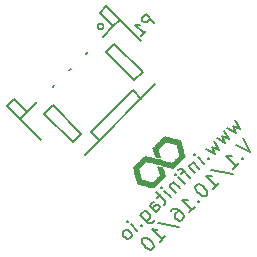
<source format=gbo>
G04 #@! TF.FileFunction,Legend,Bot*
%FSLAX46Y46*%
G04 Gerber Fmt 4.6, Leading zero omitted, Abs format (unit mm)*
G04 Created by KiCad (PCBNEW 4.0.4-stable) date 10/29/16 17:51:51*
%MOMM*%
%LPD*%
G01*
G04 APERTURE LIST*
%ADD10C,0.100000*%
%ADD11C,0.200000*%
%ADD12C,0.150000*%
%ADD13C,0.010000*%
G04 APERTURE END LIST*
D10*
D11*
X152689594Y-60032537D02*
X153093656Y-60759846D01*
X152527971Y-60517410D01*
X152770407Y-61083095D01*
X152043097Y-60679034D01*
X151800660Y-60921471D02*
X152204721Y-61648780D01*
X151639037Y-61406344D01*
X151881472Y-61972029D01*
X151154163Y-61567968D01*
X150911726Y-61810405D02*
X151315787Y-62537715D01*
X150750102Y-62295278D01*
X150992538Y-62860964D01*
X150265228Y-62456902D01*
X150426853Y-63265024D02*
X150426853Y-63345837D01*
X150507665Y-63345837D01*
X150507665Y-63265024D01*
X150426853Y-63265024D01*
X150507665Y-63345837D01*
X150103604Y-63749898D02*
X149537918Y-63184213D01*
X149255076Y-62901370D02*
X149335888Y-62901370D01*
X149335888Y-62982182D01*
X149255076Y-62982182D01*
X149255076Y-62901370D01*
X149335888Y-62982182D01*
X149133857Y-63588274D02*
X149699542Y-64153959D01*
X149214669Y-63669086D02*
X149133857Y-63669086D01*
X149012638Y-63709493D01*
X148891420Y-63830710D01*
X148851014Y-63951929D01*
X148891420Y-64073148D01*
X149335887Y-64517614D01*
X148487359Y-64234772D02*
X148164110Y-64558021D01*
X148931827Y-64921675D02*
X148204517Y-64194366D01*
X148083298Y-64153959D01*
X147962080Y-64194366D01*
X147881267Y-64275178D01*
X148446954Y-65406548D02*
X147881268Y-64840863D01*
X147598425Y-64558020D02*
X147679238Y-64558020D01*
X147679238Y-64638832D01*
X147598425Y-64638832D01*
X147598425Y-64558020D01*
X147679238Y-64638832D01*
X147477207Y-65244924D02*
X148042892Y-65810609D01*
X147558019Y-65325736D02*
X147477207Y-65325736D01*
X147355988Y-65366143D01*
X147234770Y-65487361D01*
X147194364Y-65608579D01*
X147234770Y-65729798D01*
X147679237Y-66174265D01*
X147275177Y-66578325D02*
X146709491Y-66012640D01*
X146426648Y-65729797D02*
X146507461Y-65729797D01*
X146507461Y-65810609D01*
X146426648Y-65810609D01*
X146426648Y-65729797D01*
X146507461Y-65810609D01*
X146426648Y-66295483D02*
X146103399Y-66618732D01*
X146022587Y-66133858D02*
X146749897Y-66861169D01*
X146790303Y-66982386D01*
X146749897Y-67103605D01*
X146669084Y-67184418D01*
X146022587Y-67830915D02*
X145578120Y-67386448D01*
X145537714Y-67265229D01*
X145578120Y-67144011D01*
X145739744Y-66982386D01*
X145860963Y-66941980D01*
X145982181Y-67790508D02*
X146103400Y-67750102D01*
X146305430Y-67548072D01*
X146345836Y-67426853D01*
X146305431Y-67305635D01*
X146224618Y-67224823D01*
X146103400Y-67184417D01*
X145982181Y-67224823D01*
X145780151Y-67426853D01*
X145658932Y-67467260D01*
X144689186Y-68032945D02*
X145376090Y-68719849D01*
X145497308Y-68760254D01*
X145578120Y-68760254D01*
X145699338Y-68719849D01*
X145820557Y-68598630D01*
X145860963Y-68477412D01*
X145214465Y-68558224D02*
X145335684Y-68517818D01*
X145497308Y-68356194D01*
X145537714Y-68234975D01*
X145537714Y-68154163D01*
X145497309Y-68032945D01*
X145254872Y-67790508D01*
X145133653Y-67750102D01*
X145052841Y-67750102D01*
X144931622Y-67790508D01*
X144769998Y-67952133D01*
X144729592Y-68073351D01*
X144769998Y-68921879D02*
X144769998Y-69002691D01*
X144850811Y-69002691D01*
X144850811Y-68921879D01*
X144769998Y-68921879D01*
X144850811Y-69002691D01*
X144446749Y-69406752D02*
X143881064Y-68841067D01*
X143598221Y-68558224D02*
X143679034Y-68558224D01*
X143679034Y-68639037D01*
X143598221Y-68639037D01*
X143598221Y-68558224D01*
X143679034Y-68639037D01*
X143921470Y-69932032D02*
X143961876Y-69810814D01*
X143961876Y-69730001D01*
X143921470Y-69608783D01*
X143679034Y-69366347D01*
X143557815Y-69325941D01*
X143477003Y-69325941D01*
X143355784Y-69366347D01*
X143234566Y-69487565D01*
X143194160Y-69608783D01*
X143194160Y-69689596D01*
X143234566Y-69810814D01*
X143477003Y-70053251D01*
X143598221Y-70093656D01*
X143679033Y-70093656D01*
X143800252Y-70053250D01*
X143921470Y-69932032D01*
X153396702Y-61588172D02*
X153962387Y-62719543D01*
X152831016Y-62153857D01*
X153315890Y-63204415D02*
X153315890Y-63285228D01*
X153396702Y-63285228D01*
X153396702Y-63204415D01*
X153315890Y-63204415D01*
X153396702Y-63285228D01*
X152548173Y-64133756D02*
X153033047Y-63648883D01*
X152790610Y-63891320D02*
X151942082Y-63042792D01*
X152144113Y-63083198D01*
X152305737Y-63083197D01*
X152426955Y-63042791D01*
X150689493Y-64214568D02*
X152507767Y-64578223D01*
X150851117Y-65830813D02*
X151335991Y-65345939D01*
X151093554Y-65588376D02*
X150245025Y-64739848D01*
X150447056Y-64780254D01*
X150608681Y-64780253D01*
X150729899Y-64739847D01*
X149477310Y-65507564D02*
X149396498Y-65588375D01*
X149356092Y-65709594D01*
X149356092Y-65790406D01*
X149396498Y-65911625D01*
X149517716Y-66113655D01*
X149719746Y-66315686D01*
X149921777Y-66436904D01*
X150042995Y-66477310D01*
X150123808Y-66477310D01*
X150245026Y-66436904D01*
X150325838Y-66356092D01*
X150366244Y-66234873D01*
X150366244Y-66154061D01*
X150325839Y-66032843D01*
X150204620Y-65830812D01*
X150002590Y-65628782D01*
X149800559Y-65507564D01*
X149679341Y-65467158D01*
X149598528Y-65467158D01*
X149477310Y-65507564D01*
X149598528Y-66921777D02*
X149598528Y-67002589D01*
X149679341Y-67002589D01*
X149679341Y-66921777D01*
X149598528Y-66921777D01*
X149679341Y-67002589D01*
X148830812Y-67851118D02*
X149315686Y-67366244D01*
X149073248Y-67608681D02*
X148224720Y-66760153D01*
X148426751Y-66800559D01*
X148588375Y-66800559D01*
X148709594Y-66760152D01*
X147254974Y-67729899D02*
X147416598Y-67568275D01*
X147537817Y-67527869D01*
X147618629Y-67527869D01*
X147820660Y-67568274D01*
X148022691Y-67689493D01*
X148345940Y-68012742D01*
X148386345Y-68133960D01*
X148386345Y-68214772D01*
X148345939Y-68335991D01*
X148184315Y-68497615D01*
X148063096Y-68538021D01*
X147982284Y-68538021D01*
X147861066Y-68497616D01*
X147659035Y-68295585D01*
X147618629Y-68174367D01*
X147618629Y-68093554D01*
X147659036Y-67972336D01*
X147820660Y-67810712D01*
X147941878Y-67770305D01*
X148022691Y-67770305D01*
X148143909Y-67810711D01*
X146164010Y-68740051D02*
X147982284Y-69103707D01*
X146325634Y-70356296D02*
X146810507Y-69871422D01*
X146568070Y-70113860D02*
X145719542Y-69265331D01*
X145921573Y-69305738D01*
X146083197Y-69305737D01*
X146204416Y-69265331D01*
X144951826Y-70033047D02*
X144871015Y-70113859D01*
X144830608Y-70235077D01*
X144830608Y-70315890D01*
X144871015Y-70437108D01*
X144992233Y-70639139D01*
X145194263Y-70841169D01*
X145396294Y-70962388D01*
X145517512Y-71002793D01*
X145598324Y-71002793D01*
X145719543Y-70962387D01*
X145800354Y-70881575D01*
X145840761Y-70760357D01*
X145840761Y-70679544D01*
X145800355Y-70558326D01*
X145679137Y-70356295D01*
X145477106Y-70154265D01*
X145275076Y-70033047D01*
X145153857Y-69992641D01*
X145073045Y-69992641D01*
X144951826Y-70033047D01*
D12*
X141575824Y-52103286D02*
G75*
G03X141575824Y-52103286I-249999J0D01*
G01*
X144755293Y-58219759D02*
X144048186Y-57512652D01*
X144048186Y-57512652D02*
X140512652Y-61048186D01*
X140512652Y-61048186D02*
X141219759Y-61755293D01*
X141502602Y-52987169D02*
X142386485Y-52103286D01*
X142386485Y-52103286D02*
X141255115Y-50971915D01*
X141255115Y-50971915D02*
X141820800Y-50406229D01*
X141820800Y-50406229D02*
X144719938Y-53305367D01*
X142386485Y-52103286D02*
X142952171Y-51537600D01*
X135987169Y-58502602D02*
X135103286Y-59386485D01*
X135103286Y-59386485D02*
X133971915Y-58255115D01*
X133971915Y-58255115D02*
X133406229Y-58820800D01*
X133406229Y-58820800D02*
X136305367Y-61719938D01*
X135103286Y-59386485D02*
X134537600Y-59952171D01*
X145957375Y-57017678D02*
X140017678Y-62957375D01*
X142492551Y-53552854D02*
X144896714Y-55957017D01*
X144896714Y-55957017D02*
X144189608Y-56664124D01*
X144189608Y-56664124D02*
X141785445Y-54259961D01*
X141785445Y-54259961D02*
X142492551Y-53552854D01*
X136552854Y-59492551D02*
X138957017Y-61896714D01*
X138957017Y-61896714D02*
X139664124Y-61189608D01*
X139664124Y-61189608D02*
X137259961Y-58785445D01*
X137259961Y-58785445D02*
X136552854Y-59492551D01*
X140229810Y-54259961D02*
X140088388Y-54401383D01*
X138815596Y-55674175D02*
X138674175Y-55815596D01*
X137401383Y-57088388D02*
X137259961Y-57229810D01*
D13*
G36*
X145790381Y-65734746D02*
X145825736Y-65699390D01*
X145790381Y-65664035D01*
X145755025Y-65699390D01*
X145790381Y-65734746D01*
X145790381Y-65734746D01*
G37*
X145790381Y-65734746D02*
X145825736Y-65699390D01*
X145790381Y-65664035D01*
X145755025Y-65699390D01*
X145790381Y-65734746D01*
G36*
X145825736Y-65699390D02*
X145861091Y-65664035D01*
X145825736Y-65628680D01*
X145790381Y-65664035D01*
X145825736Y-65699390D01*
X145825736Y-65699390D01*
G37*
X145825736Y-65699390D02*
X145861091Y-65664035D01*
X145825736Y-65628680D01*
X145790381Y-65664035D01*
X145825736Y-65699390D01*
G36*
X145861091Y-65664035D02*
X145896447Y-65628680D01*
X145861091Y-65593324D01*
X145825736Y-65628680D01*
X145861091Y-65664035D01*
X145861091Y-65664035D01*
G37*
X145861091Y-65664035D02*
X145896447Y-65628680D01*
X145861091Y-65593324D01*
X145825736Y-65628680D01*
X145861091Y-65664035D01*
G36*
X145896447Y-65628680D02*
X145931802Y-65593324D01*
X145896447Y-65557969D01*
X145861091Y-65593324D01*
X145896447Y-65628680D01*
X145896447Y-65628680D01*
G37*
X145896447Y-65628680D02*
X145931802Y-65593324D01*
X145896447Y-65557969D01*
X145861091Y-65593324D01*
X145896447Y-65628680D01*
G36*
X145931802Y-65593324D02*
X145967157Y-65557969D01*
X145931802Y-65522614D01*
X145896447Y-65557969D01*
X145931802Y-65593324D01*
X145931802Y-65593324D01*
G37*
X145931802Y-65593324D02*
X145967157Y-65557969D01*
X145931802Y-65522614D01*
X145896447Y-65557969D01*
X145931802Y-65593324D01*
G36*
X145967157Y-65557969D02*
X146002513Y-65522614D01*
X145967157Y-65487258D01*
X145931802Y-65522614D01*
X145967157Y-65557969D01*
X145967157Y-65557969D01*
G37*
X145967157Y-65557969D02*
X146002513Y-65522614D01*
X145967157Y-65487258D01*
X145931802Y-65522614D01*
X145967157Y-65557969D01*
G36*
X146002513Y-65522614D02*
X146037868Y-65487258D01*
X146002513Y-65451903D01*
X145967157Y-65487258D01*
X146002513Y-65522614D01*
X146002513Y-65522614D01*
G37*
X146002513Y-65522614D02*
X146037868Y-65487258D01*
X146002513Y-65451903D01*
X145967157Y-65487258D01*
X146002513Y-65522614D01*
G36*
X146037868Y-65487258D02*
X146073223Y-65451903D01*
X146037868Y-65416548D01*
X146002513Y-65451903D01*
X146037868Y-65487258D01*
X146037868Y-65487258D01*
G37*
X146037868Y-65487258D02*
X146073223Y-65451903D01*
X146037868Y-65416548D01*
X146002513Y-65451903D01*
X146037868Y-65487258D01*
G36*
X146073223Y-65451903D02*
X146108579Y-65416548D01*
X146073223Y-65381192D01*
X146037868Y-65416548D01*
X146073223Y-65451903D01*
X146073223Y-65451903D01*
G37*
X146073223Y-65451903D02*
X146108579Y-65416548D01*
X146073223Y-65381192D01*
X146037868Y-65416548D01*
X146073223Y-65451903D01*
G36*
X146108579Y-65416548D02*
X146143934Y-65381192D01*
X146108579Y-65345837D01*
X146073223Y-65381192D01*
X146108579Y-65416548D01*
X146108579Y-65416548D01*
G37*
X146108579Y-65416548D02*
X146143934Y-65381192D01*
X146108579Y-65345837D01*
X146073223Y-65381192D01*
X146108579Y-65416548D01*
G36*
X146143934Y-65381192D02*
X146179289Y-65345837D01*
X146143934Y-65310482D01*
X146108579Y-65345837D01*
X146143934Y-65381192D01*
X146143934Y-65381192D01*
G37*
X146143934Y-65381192D02*
X146179289Y-65345837D01*
X146143934Y-65310482D01*
X146108579Y-65345837D01*
X146143934Y-65381192D01*
G36*
X146179289Y-65345837D02*
X146214645Y-65310482D01*
X146179289Y-65275126D01*
X146143934Y-65310482D01*
X146179289Y-65345837D01*
X146179289Y-65345837D01*
G37*
X146179289Y-65345837D02*
X146214645Y-65310482D01*
X146179289Y-65275126D01*
X146143934Y-65310482D01*
X146179289Y-65345837D01*
G36*
X146214645Y-65310482D02*
X146250000Y-65275126D01*
X146214645Y-65239771D01*
X146179289Y-65275126D01*
X146214645Y-65310482D01*
X146214645Y-65310482D01*
G37*
X146214645Y-65310482D02*
X146250000Y-65275126D01*
X146214645Y-65239771D01*
X146179289Y-65275126D01*
X146214645Y-65310482D01*
G36*
X146250000Y-65275126D02*
X146285355Y-65239771D01*
X146250000Y-65204416D01*
X146214645Y-65239771D01*
X146250000Y-65275126D01*
X146250000Y-65275126D01*
G37*
X146250000Y-65275126D02*
X146285355Y-65239771D01*
X146250000Y-65204416D01*
X146214645Y-65239771D01*
X146250000Y-65275126D01*
G36*
X146285355Y-65239771D02*
X146320711Y-65204416D01*
X146285355Y-65169060D01*
X146250000Y-65204416D01*
X146285355Y-65239771D01*
X146285355Y-65239771D01*
G37*
X146285355Y-65239771D02*
X146320711Y-65204416D01*
X146285355Y-65169060D01*
X146250000Y-65204416D01*
X146285355Y-65239771D01*
G36*
X146320711Y-65204416D02*
X146356066Y-65169060D01*
X146320711Y-65133705D01*
X146285355Y-65169060D01*
X146320711Y-65204416D01*
X146320711Y-65204416D01*
G37*
X146320711Y-65204416D02*
X146356066Y-65169060D01*
X146320711Y-65133705D01*
X146285355Y-65169060D01*
X146320711Y-65204416D01*
G36*
X146356066Y-65169060D02*
X146391421Y-65133705D01*
X146356066Y-65098350D01*
X146320711Y-65133705D01*
X146356066Y-65169060D01*
X146356066Y-65169060D01*
G37*
X146356066Y-65169060D02*
X146391421Y-65133705D01*
X146356066Y-65098350D01*
X146320711Y-65133705D01*
X146356066Y-65169060D01*
G36*
X146391421Y-65133705D02*
X146426777Y-65098350D01*
X146391421Y-65062994D01*
X146356066Y-65098350D01*
X146391421Y-65133705D01*
X146391421Y-65133705D01*
G37*
X146391421Y-65133705D02*
X146426777Y-65098350D01*
X146391421Y-65062994D01*
X146356066Y-65098350D01*
X146391421Y-65133705D01*
G36*
X146426777Y-65098350D02*
X146462132Y-65062994D01*
X146426777Y-65027639D01*
X146391421Y-65062994D01*
X146426777Y-65098350D01*
X146426777Y-65098350D01*
G37*
X146426777Y-65098350D02*
X146462132Y-65062994D01*
X146426777Y-65027639D01*
X146391421Y-65062994D01*
X146426777Y-65098350D01*
G36*
X146462132Y-65062994D02*
X146497487Y-65027639D01*
X146462132Y-64992284D01*
X146426777Y-65027639D01*
X146462132Y-65062994D01*
X146462132Y-65062994D01*
G37*
X146462132Y-65062994D02*
X146497487Y-65027639D01*
X146462132Y-64992284D01*
X146426777Y-65027639D01*
X146462132Y-65062994D01*
G36*
X146497487Y-65027639D02*
X146532843Y-64992284D01*
X146497487Y-64956928D01*
X146462132Y-64992284D01*
X146497487Y-65027639D01*
X146497487Y-65027639D01*
G37*
X146497487Y-65027639D02*
X146532843Y-64992284D01*
X146497487Y-64956928D01*
X146462132Y-64992284D01*
X146497487Y-65027639D01*
G36*
X146532843Y-64992284D02*
X146568198Y-64956928D01*
X146532843Y-64921573D01*
X146497487Y-64956928D01*
X146532843Y-64992284D01*
X146532843Y-64992284D01*
G37*
X146532843Y-64992284D02*
X146568198Y-64956928D01*
X146532843Y-64921573D01*
X146497487Y-64956928D01*
X146532843Y-64992284D01*
G36*
X146568198Y-64956928D02*
X146603553Y-64921573D01*
X146568198Y-64886218D01*
X146532843Y-64921573D01*
X146568198Y-64956928D01*
X146568198Y-64956928D01*
G37*
X146568198Y-64956928D02*
X146603553Y-64921573D01*
X146568198Y-64886218D01*
X146532843Y-64921573D01*
X146568198Y-64956928D01*
G36*
X146603553Y-64921573D02*
X146638909Y-64886218D01*
X146603553Y-64850862D01*
X146568198Y-64886218D01*
X146603553Y-64921573D01*
X146603553Y-64921573D01*
G37*
X146603553Y-64921573D02*
X146638909Y-64886218D01*
X146603553Y-64850862D01*
X146568198Y-64886218D01*
X146603553Y-64921573D01*
G36*
X146638909Y-64886218D02*
X146674264Y-64850862D01*
X146638909Y-64815507D01*
X146603553Y-64850862D01*
X146638909Y-64886218D01*
X146638909Y-64886218D01*
G37*
X146638909Y-64886218D02*
X146674264Y-64850862D01*
X146638909Y-64815507D01*
X146603553Y-64850862D01*
X146638909Y-64886218D01*
G36*
X146674264Y-64850862D02*
X146709619Y-64815507D01*
X146674264Y-64780152D01*
X146638909Y-64815507D01*
X146674264Y-64850862D01*
X146674264Y-64850862D01*
G37*
X146674264Y-64850862D02*
X146709619Y-64815507D01*
X146674264Y-64780152D01*
X146638909Y-64815507D01*
X146674264Y-64850862D01*
G36*
X146709619Y-64815507D02*
X146744975Y-64780152D01*
X146709619Y-64744796D01*
X146674264Y-64780152D01*
X146709619Y-64815507D01*
X146709619Y-64815507D01*
G37*
X146709619Y-64815507D02*
X146744975Y-64780152D01*
X146709619Y-64744796D01*
X146674264Y-64780152D01*
X146709619Y-64815507D01*
G36*
X146744975Y-64780152D02*
X146780330Y-64744796D01*
X146744975Y-64709441D01*
X146709619Y-64744796D01*
X146744975Y-64780152D01*
X146744975Y-64780152D01*
G37*
X146744975Y-64780152D02*
X146780330Y-64744796D01*
X146744975Y-64709441D01*
X146709619Y-64744796D01*
X146744975Y-64780152D01*
G36*
X147416726Y-64108400D02*
X147452082Y-64073045D01*
X147416726Y-64037689D01*
X147381371Y-64073045D01*
X147416726Y-64108400D01*
X147416726Y-64108400D01*
G37*
X147416726Y-64108400D02*
X147452082Y-64073045D01*
X147416726Y-64037689D01*
X147381371Y-64073045D01*
X147416726Y-64108400D01*
G36*
X147452082Y-64073045D02*
X147487437Y-64037689D01*
X147452082Y-64002334D01*
X147416726Y-64037689D01*
X147452082Y-64073045D01*
X147452082Y-64073045D01*
G37*
X147452082Y-64073045D02*
X147487437Y-64037689D01*
X147452082Y-64002334D01*
X147416726Y-64037689D01*
X147452082Y-64073045D01*
G36*
X147487437Y-64037689D02*
X147522792Y-64002334D01*
X147487437Y-63966979D01*
X147452082Y-64002334D01*
X147487437Y-64037689D01*
X147487437Y-64037689D01*
G37*
X147487437Y-64037689D02*
X147522792Y-64002334D01*
X147487437Y-63966979D01*
X147452082Y-64002334D01*
X147487437Y-64037689D01*
G36*
X147522792Y-64002334D02*
X147558148Y-63966979D01*
X147522792Y-63931623D01*
X147487437Y-63966979D01*
X147522792Y-64002334D01*
X147522792Y-64002334D01*
G37*
X147522792Y-64002334D02*
X147558148Y-63966979D01*
X147522792Y-63931623D01*
X147487437Y-63966979D01*
X147522792Y-64002334D01*
G36*
X147558148Y-63966979D02*
X147593503Y-63931623D01*
X147558148Y-63896268D01*
X147522792Y-63931623D01*
X147558148Y-63966979D01*
X147558148Y-63966979D01*
G37*
X147558148Y-63966979D02*
X147593503Y-63931623D01*
X147558148Y-63896268D01*
X147522792Y-63931623D01*
X147558148Y-63966979D01*
G36*
X147593503Y-63931623D02*
X147628858Y-63896268D01*
X147593503Y-63860913D01*
X147558148Y-63896268D01*
X147593503Y-63931623D01*
X147593503Y-63931623D01*
G37*
X147593503Y-63931623D02*
X147628858Y-63896268D01*
X147593503Y-63860913D01*
X147558148Y-63896268D01*
X147593503Y-63931623D01*
G36*
X147628858Y-63896268D02*
X147664214Y-63860913D01*
X147628858Y-63825557D01*
X147593503Y-63860913D01*
X147628858Y-63896268D01*
X147628858Y-63896268D01*
G37*
X147628858Y-63896268D02*
X147664214Y-63860913D01*
X147628858Y-63825557D01*
X147593503Y-63860913D01*
X147628858Y-63896268D01*
G36*
X147664214Y-63860913D02*
X147699569Y-63825557D01*
X147664214Y-63790202D01*
X147628858Y-63825557D01*
X147664214Y-63860913D01*
X147664214Y-63860913D01*
G37*
X147664214Y-63860913D02*
X147699569Y-63825557D01*
X147664214Y-63790202D01*
X147628858Y-63825557D01*
X147664214Y-63860913D01*
G36*
X147699569Y-63825557D02*
X147734924Y-63790202D01*
X147699569Y-63754847D01*
X147664214Y-63790202D01*
X147699569Y-63825557D01*
X147699569Y-63825557D01*
G37*
X147699569Y-63825557D02*
X147734924Y-63790202D01*
X147699569Y-63754847D01*
X147664214Y-63790202D01*
X147699569Y-63825557D01*
G36*
X147734924Y-63790202D02*
X147770280Y-63754847D01*
X147734924Y-63719491D01*
X147699569Y-63754847D01*
X147734924Y-63790202D01*
X147734924Y-63790202D01*
G37*
X147734924Y-63790202D02*
X147770280Y-63754847D01*
X147734924Y-63719491D01*
X147699569Y-63754847D01*
X147734924Y-63790202D01*
G36*
X147770280Y-63754847D02*
X147805635Y-63719491D01*
X147770280Y-63684136D01*
X147734924Y-63719491D01*
X147770280Y-63754847D01*
X147770280Y-63754847D01*
G37*
X147770280Y-63754847D02*
X147805635Y-63719491D01*
X147770280Y-63684136D01*
X147734924Y-63719491D01*
X147770280Y-63754847D01*
G36*
X147805635Y-63719491D02*
X147840990Y-63684136D01*
X147805635Y-63648781D01*
X147770280Y-63684136D01*
X147805635Y-63719491D01*
X147805635Y-63719491D01*
G37*
X147805635Y-63719491D02*
X147840990Y-63684136D01*
X147805635Y-63648781D01*
X147770280Y-63684136D01*
X147805635Y-63719491D01*
G36*
X147840990Y-63684136D02*
X147876346Y-63648781D01*
X147840990Y-63613425D01*
X147805635Y-63648781D01*
X147840990Y-63684136D01*
X147840990Y-63684136D01*
G37*
X147840990Y-63684136D02*
X147876346Y-63648781D01*
X147840990Y-63613425D01*
X147805635Y-63648781D01*
X147840990Y-63684136D01*
G36*
X147876346Y-63648781D02*
X147911701Y-63613425D01*
X147876346Y-63578070D01*
X147840990Y-63613425D01*
X147876346Y-63648781D01*
X147876346Y-63648781D01*
G37*
X147876346Y-63648781D02*
X147911701Y-63613425D01*
X147876346Y-63578070D01*
X147840990Y-63613425D01*
X147876346Y-63648781D01*
G36*
X147911701Y-63613425D02*
X147947056Y-63578070D01*
X147911701Y-63542715D01*
X147876346Y-63578070D01*
X147911701Y-63613425D01*
X147911701Y-63613425D01*
G37*
X147911701Y-63613425D02*
X147947056Y-63578070D01*
X147911701Y-63542715D01*
X147876346Y-63578070D01*
X147911701Y-63613425D01*
G36*
X147947056Y-63578070D02*
X147982412Y-63542715D01*
X147947056Y-63507359D01*
X147911701Y-63542715D01*
X147947056Y-63578070D01*
X147947056Y-63578070D01*
G37*
X147947056Y-63578070D02*
X147982412Y-63542715D01*
X147947056Y-63507359D01*
X147911701Y-63542715D01*
X147947056Y-63578070D01*
G36*
X147982412Y-63542715D02*
X148017767Y-63507359D01*
X147982412Y-63472004D01*
X147947056Y-63507359D01*
X147982412Y-63542715D01*
X147982412Y-63542715D01*
G37*
X147982412Y-63542715D02*
X148017767Y-63507359D01*
X147982412Y-63472004D01*
X147947056Y-63507359D01*
X147982412Y-63542715D01*
G36*
X148017767Y-63507359D02*
X148053122Y-63472004D01*
X148017767Y-63436649D01*
X147982412Y-63472004D01*
X148017767Y-63507359D01*
X148017767Y-63507359D01*
G37*
X148017767Y-63507359D02*
X148053122Y-63472004D01*
X148017767Y-63436649D01*
X147982412Y-63472004D01*
X148017767Y-63507359D01*
G36*
X148053122Y-63472004D02*
X148088478Y-63436649D01*
X148053122Y-63401293D01*
X148017767Y-63436649D01*
X148053122Y-63472004D01*
X148053122Y-63472004D01*
G37*
X148053122Y-63472004D02*
X148088478Y-63436649D01*
X148053122Y-63401293D01*
X148017767Y-63436649D01*
X148053122Y-63472004D01*
G36*
X148088478Y-63436649D02*
X148123833Y-63401293D01*
X148088478Y-63365938D01*
X148053122Y-63401293D01*
X148088478Y-63436649D01*
X148088478Y-63436649D01*
G37*
X148088478Y-63436649D02*
X148123833Y-63401293D01*
X148088478Y-63365938D01*
X148053122Y-63401293D01*
X148088478Y-63436649D01*
G36*
X148123833Y-63401293D02*
X148159188Y-63365938D01*
X148123833Y-63330583D01*
X148088478Y-63365938D01*
X148123833Y-63401293D01*
X148123833Y-63401293D01*
G37*
X148123833Y-63401293D02*
X148159188Y-63365938D01*
X148123833Y-63330583D01*
X148088478Y-63365938D01*
X148123833Y-63401293D01*
G36*
X148159188Y-63365938D02*
X148194544Y-63330583D01*
X148159188Y-63295227D01*
X148123833Y-63330583D01*
X148159188Y-63365938D01*
X148159188Y-63365938D01*
G37*
X148159188Y-63365938D02*
X148194544Y-63330583D01*
X148159188Y-63295227D01*
X148123833Y-63330583D01*
X148159188Y-63365938D01*
G36*
X148194544Y-63330583D02*
X148229899Y-63295227D01*
X148194544Y-63259872D01*
X148159188Y-63295227D01*
X148194544Y-63330583D01*
X148194544Y-63330583D01*
G37*
X148194544Y-63330583D02*
X148229899Y-63295227D01*
X148194544Y-63259872D01*
X148159188Y-63295227D01*
X148194544Y-63330583D01*
G36*
X148229899Y-63295227D02*
X148265254Y-63259872D01*
X148229899Y-63224517D01*
X148194544Y-63259872D01*
X148229899Y-63295227D01*
X148229899Y-63295227D01*
G37*
X148229899Y-63295227D02*
X148265254Y-63259872D01*
X148229899Y-63224517D01*
X148194544Y-63259872D01*
X148229899Y-63295227D01*
G36*
X148265254Y-63259872D02*
X148300610Y-63224517D01*
X148265254Y-63189161D01*
X148229899Y-63224517D01*
X148265254Y-63259872D01*
X148265254Y-63259872D01*
G37*
X148265254Y-63259872D02*
X148300610Y-63224517D01*
X148265254Y-63189161D01*
X148229899Y-63224517D01*
X148265254Y-63259872D01*
G36*
X148300610Y-63224517D02*
X148335965Y-63189161D01*
X148300610Y-63153806D01*
X148265254Y-63189161D01*
X148300610Y-63224517D01*
X148300610Y-63224517D01*
G37*
X148300610Y-63224517D02*
X148335965Y-63189161D01*
X148300610Y-63153806D01*
X148265254Y-63189161D01*
X148300610Y-63224517D01*
G36*
X148335965Y-63189161D02*
X148371320Y-63153806D01*
X148335965Y-63118451D01*
X148300610Y-63153806D01*
X148335965Y-63189161D01*
X148335965Y-63189161D01*
G37*
X148335965Y-63189161D02*
X148371320Y-63153806D01*
X148335965Y-63118451D01*
X148300610Y-63153806D01*
X148335965Y-63189161D01*
G36*
X148371320Y-63153806D02*
X148406676Y-63118451D01*
X148371320Y-63083095D01*
X148335965Y-63118451D01*
X148371320Y-63153806D01*
X148371320Y-63153806D01*
G37*
X148371320Y-63153806D02*
X148406676Y-63118451D01*
X148371320Y-63083095D01*
X148335965Y-63118451D01*
X148371320Y-63153806D01*
G36*
X148406676Y-63118451D02*
X148442031Y-63083095D01*
X148406676Y-63047740D01*
X148371320Y-63083095D01*
X148406676Y-63118451D01*
X148406676Y-63118451D01*
G37*
X148406676Y-63118451D02*
X148442031Y-63083095D01*
X148406676Y-63047740D01*
X148371320Y-63083095D01*
X148406676Y-63118451D01*
G36*
X145719670Y-65734746D02*
X145755025Y-65699390D01*
X145719670Y-65664035D01*
X145684315Y-65699390D01*
X145719670Y-65734746D01*
X145719670Y-65734746D01*
G37*
X145719670Y-65734746D02*
X145755025Y-65699390D01*
X145719670Y-65664035D01*
X145684315Y-65699390D01*
X145719670Y-65734746D01*
G36*
X145755025Y-65699390D02*
X145790381Y-65664035D01*
X145755025Y-65628680D01*
X145719670Y-65664035D01*
X145755025Y-65699390D01*
X145755025Y-65699390D01*
G37*
X145755025Y-65699390D02*
X145790381Y-65664035D01*
X145755025Y-65628680D01*
X145719670Y-65664035D01*
X145755025Y-65699390D01*
G36*
X145790381Y-65664035D02*
X145825736Y-65628680D01*
X145790381Y-65593324D01*
X145755025Y-65628680D01*
X145790381Y-65664035D01*
X145790381Y-65664035D01*
G37*
X145790381Y-65664035D02*
X145825736Y-65628680D01*
X145790381Y-65593324D01*
X145755025Y-65628680D01*
X145790381Y-65664035D01*
G36*
X145825736Y-65628680D02*
X145861091Y-65593324D01*
X145825736Y-65557969D01*
X145790381Y-65593324D01*
X145825736Y-65628680D01*
X145825736Y-65628680D01*
G37*
X145825736Y-65628680D02*
X145861091Y-65593324D01*
X145825736Y-65557969D01*
X145790381Y-65593324D01*
X145825736Y-65628680D01*
G36*
X145861091Y-65593324D02*
X145896447Y-65557969D01*
X145861091Y-65522614D01*
X145825736Y-65557969D01*
X145861091Y-65593324D01*
X145861091Y-65593324D01*
G37*
X145861091Y-65593324D02*
X145896447Y-65557969D01*
X145861091Y-65522614D01*
X145825736Y-65557969D01*
X145861091Y-65593324D01*
G36*
X145896447Y-65557969D02*
X145931802Y-65522614D01*
X145896447Y-65487258D01*
X145861091Y-65522614D01*
X145896447Y-65557969D01*
X145896447Y-65557969D01*
G37*
X145896447Y-65557969D02*
X145931802Y-65522614D01*
X145896447Y-65487258D01*
X145861091Y-65522614D01*
X145896447Y-65557969D01*
G36*
X145931802Y-65522614D02*
X145967157Y-65487258D01*
X145931802Y-65451903D01*
X145896447Y-65487258D01*
X145931802Y-65522614D01*
X145931802Y-65522614D01*
G37*
X145931802Y-65522614D02*
X145967157Y-65487258D01*
X145931802Y-65451903D01*
X145896447Y-65487258D01*
X145931802Y-65522614D01*
G36*
X145967157Y-65487258D02*
X146002513Y-65451903D01*
X145967157Y-65416548D01*
X145931802Y-65451903D01*
X145967157Y-65487258D01*
X145967157Y-65487258D01*
G37*
X145967157Y-65487258D02*
X146002513Y-65451903D01*
X145967157Y-65416548D01*
X145931802Y-65451903D01*
X145967157Y-65487258D01*
G36*
X146002513Y-65451903D02*
X146037868Y-65416548D01*
X146002513Y-65381192D01*
X145967157Y-65416548D01*
X146002513Y-65451903D01*
X146002513Y-65451903D01*
G37*
X146002513Y-65451903D02*
X146037868Y-65416548D01*
X146002513Y-65381192D01*
X145967157Y-65416548D01*
X146002513Y-65451903D01*
G36*
X146037868Y-65416548D02*
X146073223Y-65381192D01*
X146037868Y-65345837D01*
X146002513Y-65381192D01*
X146037868Y-65416548D01*
X146037868Y-65416548D01*
G37*
X146037868Y-65416548D02*
X146073223Y-65381192D01*
X146037868Y-65345837D01*
X146002513Y-65381192D01*
X146037868Y-65416548D01*
G36*
X146073223Y-65381192D02*
X146108579Y-65345837D01*
X146073223Y-65310482D01*
X146037868Y-65345837D01*
X146073223Y-65381192D01*
X146073223Y-65381192D01*
G37*
X146073223Y-65381192D02*
X146108579Y-65345837D01*
X146073223Y-65310482D01*
X146037868Y-65345837D01*
X146073223Y-65381192D01*
G36*
X146108579Y-65345837D02*
X146143934Y-65310482D01*
X146108579Y-65275126D01*
X146073223Y-65310482D01*
X146108579Y-65345837D01*
X146108579Y-65345837D01*
G37*
X146108579Y-65345837D02*
X146143934Y-65310482D01*
X146108579Y-65275126D01*
X146073223Y-65310482D01*
X146108579Y-65345837D01*
G36*
X146143934Y-65310482D02*
X146179289Y-65275126D01*
X146143934Y-65239771D01*
X146108579Y-65275126D01*
X146143934Y-65310482D01*
X146143934Y-65310482D01*
G37*
X146143934Y-65310482D02*
X146179289Y-65275126D01*
X146143934Y-65239771D01*
X146108579Y-65275126D01*
X146143934Y-65310482D01*
G36*
X146179289Y-65275126D02*
X146214645Y-65239771D01*
X146179289Y-65204416D01*
X146143934Y-65239771D01*
X146179289Y-65275126D01*
X146179289Y-65275126D01*
G37*
X146179289Y-65275126D02*
X146214645Y-65239771D01*
X146179289Y-65204416D01*
X146143934Y-65239771D01*
X146179289Y-65275126D01*
G36*
X146214645Y-65239771D02*
X146250000Y-65204416D01*
X146214645Y-65169060D01*
X146179289Y-65204416D01*
X146214645Y-65239771D01*
X146214645Y-65239771D01*
G37*
X146214645Y-65239771D02*
X146250000Y-65204416D01*
X146214645Y-65169060D01*
X146179289Y-65204416D01*
X146214645Y-65239771D01*
G36*
X146250000Y-65204416D02*
X146285355Y-65169060D01*
X146250000Y-65133705D01*
X146214645Y-65169060D01*
X146250000Y-65204416D01*
X146250000Y-65204416D01*
G37*
X146250000Y-65204416D02*
X146285355Y-65169060D01*
X146250000Y-65133705D01*
X146214645Y-65169060D01*
X146250000Y-65204416D01*
G36*
X146285355Y-65169060D02*
X146320711Y-65133705D01*
X146285355Y-65098350D01*
X146250000Y-65133705D01*
X146285355Y-65169060D01*
X146285355Y-65169060D01*
G37*
X146285355Y-65169060D02*
X146320711Y-65133705D01*
X146285355Y-65098350D01*
X146250000Y-65133705D01*
X146285355Y-65169060D01*
G36*
X146320711Y-65133705D02*
X146356066Y-65098350D01*
X146320711Y-65062994D01*
X146285355Y-65098350D01*
X146320711Y-65133705D01*
X146320711Y-65133705D01*
G37*
X146320711Y-65133705D02*
X146356066Y-65098350D01*
X146320711Y-65062994D01*
X146285355Y-65098350D01*
X146320711Y-65133705D01*
G36*
X146356066Y-65098350D02*
X146391421Y-65062994D01*
X146356066Y-65027639D01*
X146320711Y-65062994D01*
X146356066Y-65098350D01*
X146356066Y-65098350D01*
G37*
X146356066Y-65098350D02*
X146391421Y-65062994D01*
X146356066Y-65027639D01*
X146320711Y-65062994D01*
X146356066Y-65098350D01*
G36*
X146391421Y-65062994D02*
X146426777Y-65027639D01*
X146391421Y-64992284D01*
X146356066Y-65027639D01*
X146391421Y-65062994D01*
X146391421Y-65062994D01*
G37*
X146391421Y-65062994D02*
X146426777Y-65027639D01*
X146391421Y-64992284D01*
X146356066Y-65027639D01*
X146391421Y-65062994D01*
G36*
X146426777Y-65027639D02*
X146462132Y-64992284D01*
X146426777Y-64956928D01*
X146391421Y-64992284D01*
X146426777Y-65027639D01*
X146426777Y-65027639D01*
G37*
X146426777Y-65027639D02*
X146462132Y-64992284D01*
X146426777Y-64956928D01*
X146391421Y-64992284D01*
X146426777Y-65027639D01*
G36*
X146462132Y-64992284D02*
X146497487Y-64956928D01*
X146462132Y-64921573D01*
X146426777Y-64956928D01*
X146462132Y-64992284D01*
X146462132Y-64992284D01*
G37*
X146462132Y-64992284D02*
X146497487Y-64956928D01*
X146462132Y-64921573D01*
X146426777Y-64956928D01*
X146462132Y-64992284D01*
G36*
X146497487Y-64956928D02*
X146532843Y-64921573D01*
X146497487Y-64886218D01*
X146462132Y-64921573D01*
X146497487Y-64956928D01*
X146497487Y-64956928D01*
G37*
X146497487Y-64956928D02*
X146532843Y-64921573D01*
X146497487Y-64886218D01*
X146462132Y-64921573D01*
X146497487Y-64956928D01*
G36*
X146532843Y-64921573D02*
X146568198Y-64886218D01*
X146532843Y-64850862D01*
X146497487Y-64886218D01*
X146532843Y-64921573D01*
X146532843Y-64921573D01*
G37*
X146532843Y-64921573D02*
X146568198Y-64886218D01*
X146532843Y-64850862D01*
X146497487Y-64886218D01*
X146532843Y-64921573D01*
G36*
X146568198Y-64886218D02*
X146603553Y-64850862D01*
X146568198Y-64815507D01*
X146532843Y-64850862D01*
X146568198Y-64886218D01*
X146568198Y-64886218D01*
G37*
X146568198Y-64886218D02*
X146603553Y-64850862D01*
X146568198Y-64815507D01*
X146532843Y-64850862D01*
X146568198Y-64886218D01*
G36*
X146603553Y-64850862D02*
X146638909Y-64815507D01*
X146603553Y-64780152D01*
X146568198Y-64815507D01*
X146603553Y-64850862D01*
X146603553Y-64850862D01*
G37*
X146603553Y-64850862D02*
X146638909Y-64815507D01*
X146603553Y-64780152D01*
X146568198Y-64815507D01*
X146603553Y-64850862D01*
G36*
X146638909Y-64815507D02*
X146674264Y-64780152D01*
X146638909Y-64744796D01*
X146603553Y-64780152D01*
X146638909Y-64815507D01*
X146638909Y-64815507D01*
G37*
X146638909Y-64815507D02*
X146674264Y-64780152D01*
X146638909Y-64744796D01*
X146603553Y-64780152D01*
X146638909Y-64815507D01*
G36*
X146674264Y-64780152D02*
X146709619Y-64744796D01*
X146674264Y-64709441D01*
X146638909Y-64744796D01*
X146674264Y-64780152D01*
X146674264Y-64780152D01*
G37*
X146674264Y-64780152D02*
X146709619Y-64744796D01*
X146674264Y-64709441D01*
X146638909Y-64744796D01*
X146674264Y-64780152D01*
G36*
X146709619Y-64744796D02*
X146744975Y-64709441D01*
X146709619Y-64674086D01*
X146674264Y-64709441D01*
X146709619Y-64744796D01*
X146709619Y-64744796D01*
G37*
X146709619Y-64744796D02*
X146744975Y-64709441D01*
X146709619Y-64674086D01*
X146674264Y-64709441D01*
X146709619Y-64744796D01*
G36*
X147381371Y-64073045D02*
X147416726Y-64037689D01*
X147381371Y-64002334D01*
X147346016Y-64037689D01*
X147381371Y-64073045D01*
X147381371Y-64073045D01*
G37*
X147381371Y-64073045D02*
X147416726Y-64037689D01*
X147381371Y-64002334D01*
X147346016Y-64037689D01*
X147381371Y-64073045D01*
G36*
X147416726Y-64037689D02*
X147452082Y-64002334D01*
X147416726Y-63966979D01*
X147381371Y-64002334D01*
X147416726Y-64037689D01*
X147416726Y-64037689D01*
G37*
X147416726Y-64037689D02*
X147452082Y-64002334D01*
X147416726Y-63966979D01*
X147381371Y-64002334D01*
X147416726Y-64037689D01*
G36*
X147452082Y-64002334D02*
X147487437Y-63966979D01*
X147452082Y-63931623D01*
X147416726Y-63966979D01*
X147452082Y-64002334D01*
X147452082Y-64002334D01*
G37*
X147452082Y-64002334D02*
X147487437Y-63966979D01*
X147452082Y-63931623D01*
X147416726Y-63966979D01*
X147452082Y-64002334D01*
G36*
X147487437Y-63966979D02*
X147522792Y-63931623D01*
X147487437Y-63896268D01*
X147452082Y-63931623D01*
X147487437Y-63966979D01*
X147487437Y-63966979D01*
G37*
X147487437Y-63966979D02*
X147522792Y-63931623D01*
X147487437Y-63896268D01*
X147452082Y-63931623D01*
X147487437Y-63966979D01*
G36*
X147522792Y-63931623D02*
X147558148Y-63896268D01*
X147522792Y-63860913D01*
X147487437Y-63896268D01*
X147522792Y-63931623D01*
X147522792Y-63931623D01*
G37*
X147522792Y-63931623D02*
X147558148Y-63896268D01*
X147522792Y-63860913D01*
X147487437Y-63896268D01*
X147522792Y-63931623D01*
G36*
X147558148Y-63896268D02*
X147593503Y-63860913D01*
X147558148Y-63825557D01*
X147522792Y-63860913D01*
X147558148Y-63896268D01*
X147558148Y-63896268D01*
G37*
X147558148Y-63896268D02*
X147593503Y-63860913D01*
X147558148Y-63825557D01*
X147522792Y-63860913D01*
X147558148Y-63896268D01*
G36*
X147593503Y-63860913D02*
X147628858Y-63825557D01*
X147593503Y-63790202D01*
X147558148Y-63825557D01*
X147593503Y-63860913D01*
X147593503Y-63860913D01*
G37*
X147593503Y-63860913D02*
X147628858Y-63825557D01*
X147593503Y-63790202D01*
X147558148Y-63825557D01*
X147593503Y-63860913D01*
G36*
X147628858Y-63825557D02*
X147664214Y-63790202D01*
X147628858Y-63754847D01*
X147593503Y-63790202D01*
X147628858Y-63825557D01*
X147628858Y-63825557D01*
G37*
X147628858Y-63825557D02*
X147664214Y-63790202D01*
X147628858Y-63754847D01*
X147593503Y-63790202D01*
X147628858Y-63825557D01*
G36*
X147664214Y-63790202D02*
X147699569Y-63754847D01*
X147664214Y-63719491D01*
X147628858Y-63754847D01*
X147664214Y-63790202D01*
X147664214Y-63790202D01*
G37*
X147664214Y-63790202D02*
X147699569Y-63754847D01*
X147664214Y-63719491D01*
X147628858Y-63754847D01*
X147664214Y-63790202D01*
G36*
X147699569Y-63754847D02*
X147734924Y-63719491D01*
X147699569Y-63684136D01*
X147664214Y-63719491D01*
X147699569Y-63754847D01*
X147699569Y-63754847D01*
G37*
X147699569Y-63754847D02*
X147734924Y-63719491D01*
X147699569Y-63684136D01*
X147664214Y-63719491D01*
X147699569Y-63754847D01*
G36*
X147734924Y-63719491D02*
X147770280Y-63684136D01*
X147734924Y-63648781D01*
X147699569Y-63684136D01*
X147734924Y-63719491D01*
X147734924Y-63719491D01*
G37*
X147734924Y-63719491D02*
X147770280Y-63684136D01*
X147734924Y-63648781D01*
X147699569Y-63684136D01*
X147734924Y-63719491D01*
G36*
X147770280Y-63684136D02*
X147805635Y-63648781D01*
X147770280Y-63613425D01*
X147734924Y-63648781D01*
X147770280Y-63684136D01*
X147770280Y-63684136D01*
G37*
X147770280Y-63684136D02*
X147805635Y-63648781D01*
X147770280Y-63613425D01*
X147734924Y-63648781D01*
X147770280Y-63684136D01*
G36*
X147805635Y-63648781D02*
X147840990Y-63613425D01*
X147805635Y-63578070D01*
X147770280Y-63613425D01*
X147805635Y-63648781D01*
X147805635Y-63648781D01*
G37*
X147805635Y-63648781D02*
X147840990Y-63613425D01*
X147805635Y-63578070D01*
X147770280Y-63613425D01*
X147805635Y-63648781D01*
G36*
X147840990Y-63613425D02*
X147876346Y-63578070D01*
X147840990Y-63542715D01*
X147805635Y-63578070D01*
X147840990Y-63613425D01*
X147840990Y-63613425D01*
G37*
X147840990Y-63613425D02*
X147876346Y-63578070D01*
X147840990Y-63542715D01*
X147805635Y-63578070D01*
X147840990Y-63613425D01*
G36*
X147876346Y-63578070D02*
X147911701Y-63542715D01*
X147876346Y-63507359D01*
X147840990Y-63542715D01*
X147876346Y-63578070D01*
X147876346Y-63578070D01*
G37*
X147876346Y-63578070D02*
X147911701Y-63542715D01*
X147876346Y-63507359D01*
X147840990Y-63542715D01*
X147876346Y-63578070D01*
G36*
X147911701Y-63542715D02*
X147947056Y-63507359D01*
X147911701Y-63472004D01*
X147876346Y-63507359D01*
X147911701Y-63542715D01*
X147911701Y-63542715D01*
G37*
X147911701Y-63542715D02*
X147947056Y-63507359D01*
X147911701Y-63472004D01*
X147876346Y-63507359D01*
X147911701Y-63542715D01*
G36*
X147947056Y-63507359D02*
X147982412Y-63472004D01*
X147947056Y-63436649D01*
X147911701Y-63472004D01*
X147947056Y-63507359D01*
X147947056Y-63507359D01*
G37*
X147947056Y-63507359D02*
X147982412Y-63472004D01*
X147947056Y-63436649D01*
X147911701Y-63472004D01*
X147947056Y-63507359D01*
G36*
X147982412Y-63472004D02*
X148017767Y-63436649D01*
X147982412Y-63401293D01*
X147947056Y-63436649D01*
X147982412Y-63472004D01*
X147982412Y-63472004D01*
G37*
X147982412Y-63472004D02*
X148017767Y-63436649D01*
X147982412Y-63401293D01*
X147947056Y-63436649D01*
X147982412Y-63472004D01*
G36*
X148017767Y-63436649D02*
X148053122Y-63401293D01*
X148017767Y-63365938D01*
X147982412Y-63401293D01*
X148017767Y-63436649D01*
X148017767Y-63436649D01*
G37*
X148017767Y-63436649D02*
X148053122Y-63401293D01*
X148017767Y-63365938D01*
X147982412Y-63401293D01*
X148017767Y-63436649D01*
G36*
X148053122Y-63401293D02*
X148088478Y-63365938D01*
X148053122Y-63330583D01*
X148017767Y-63365938D01*
X148053122Y-63401293D01*
X148053122Y-63401293D01*
G37*
X148053122Y-63401293D02*
X148088478Y-63365938D01*
X148053122Y-63330583D01*
X148017767Y-63365938D01*
X148053122Y-63401293D01*
G36*
X148088478Y-63365938D02*
X148123833Y-63330583D01*
X148088478Y-63295227D01*
X148053122Y-63330583D01*
X148088478Y-63365938D01*
X148088478Y-63365938D01*
G37*
X148088478Y-63365938D02*
X148123833Y-63330583D01*
X148088478Y-63295227D01*
X148053122Y-63330583D01*
X148088478Y-63365938D01*
G36*
X148123833Y-63330583D02*
X148159188Y-63295227D01*
X148123833Y-63259872D01*
X148088478Y-63295227D01*
X148123833Y-63330583D01*
X148123833Y-63330583D01*
G37*
X148123833Y-63330583D02*
X148159188Y-63295227D01*
X148123833Y-63259872D01*
X148088478Y-63295227D01*
X148123833Y-63330583D01*
G36*
X148159188Y-63295227D02*
X148194544Y-63259872D01*
X148159188Y-63224517D01*
X148123833Y-63259872D01*
X148159188Y-63295227D01*
X148159188Y-63295227D01*
G37*
X148159188Y-63295227D02*
X148194544Y-63259872D01*
X148159188Y-63224517D01*
X148123833Y-63259872D01*
X148159188Y-63295227D01*
G36*
X148194544Y-63259872D02*
X148229899Y-63224517D01*
X148194544Y-63189161D01*
X148159188Y-63224517D01*
X148194544Y-63259872D01*
X148194544Y-63259872D01*
G37*
X148194544Y-63259872D02*
X148229899Y-63224517D01*
X148194544Y-63189161D01*
X148159188Y-63224517D01*
X148194544Y-63259872D01*
G36*
X148229899Y-63224517D02*
X148265254Y-63189161D01*
X148229899Y-63153806D01*
X148194544Y-63189161D01*
X148229899Y-63224517D01*
X148229899Y-63224517D01*
G37*
X148229899Y-63224517D02*
X148265254Y-63189161D01*
X148229899Y-63153806D01*
X148194544Y-63189161D01*
X148229899Y-63224517D01*
G36*
X148265254Y-63189161D02*
X148300610Y-63153806D01*
X148265254Y-63118451D01*
X148229899Y-63153806D01*
X148265254Y-63189161D01*
X148265254Y-63189161D01*
G37*
X148265254Y-63189161D02*
X148300610Y-63153806D01*
X148265254Y-63118451D01*
X148229899Y-63153806D01*
X148265254Y-63189161D01*
G36*
X148300610Y-63153806D02*
X148335965Y-63118451D01*
X148300610Y-63083095D01*
X148265254Y-63118451D01*
X148300610Y-63153806D01*
X148300610Y-63153806D01*
G37*
X148300610Y-63153806D02*
X148335965Y-63118451D01*
X148300610Y-63083095D01*
X148265254Y-63118451D01*
X148300610Y-63153806D01*
G36*
X148335965Y-63118451D02*
X148371320Y-63083095D01*
X148335965Y-63047740D01*
X148300610Y-63083095D01*
X148335965Y-63118451D01*
X148335965Y-63118451D01*
G37*
X148335965Y-63118451D02*
X148371320Y-63083095D01*
X148335965Y-63047740D01*
X148300610Y-63083095D01*
X148335965Y-63118451D01*
G36*
X148371320Y-63083095D02*
X148406676Y-63047740D01*
X148371320Y-63012385D01*
X148335965Y-63047740D01*
X148371320Y-63083095D01*
X148371320Y-63083095D01*
G37*
X148371320Y-63083095D02*
X148406676Y-63047740D01*
X148371320Y-63012385D01*
X148335965Y-63047740D01*
X148371320Y-63083095D01*
G36*
X145684315Y-65699390D02*
X145719670Y-65664035D01*
X145684315Y-65628680D01*
X145648959Y-65664035D01*
X145684315Y-65699390D01*
X145684315Y-65699390D01*
G37*
X145684315Y-65699390D02*
X145719670Y-65664035D01*
X145684315Y-65628680D01*
X145648959Y-65664035D01*
X145684315Y-65699390D01*
G36*
X145719670Y-65664035D02*
X145755025Y-65628680D01*
X145719670Y-65593324D01*
X145684315Y-65628680D01*
X145719670Y-65664035D01*
X145719670Y-65664035D01*
G37*
X145719670Y-65664035D02*
X145755025Y-65628680D01*
X145719670Y-65593324D01*
X145684315Y-65628680D01*
X145719670Y-65664035D01*
G36*
X145755025Y-65628680D02*
X145790381Y-65593324D01*
X145755025Y-65557969D01*
X145719670Y-65593324D01*
X145755025Y-65628680D01*
X145755025Y-65628680D01*
G37*
X145755025Y-65628680D02*
X145790381Y-65593324D01*
X145755025Y-65557969D01*
X145719670Y-65593324D01*
X145755025Y-65628680D01*
G36*
X145790381Y-65593324D02*
X145825736Y-65557969D01*
X145790381Y-65522614D01*
X145755025Y-65557969D01*
X145790381Y-65593324D01*
X145790381Y-65593324D01*
G37*
X145790381Y-65593324D02*
X145825736Y-65557969D01*
X145790381Y-65522614D01*
X145755025Y-65557969D01*
X145790381Y-65593324D01*
G36*
X145825736Y-65557969D02*
X145861091Y-65522614D01*
X145825736Y-65487258D01*
X145790381Y-65522614D01*
X145825736Y-65557969D01*
X145825736Y-65557969D01*
G37*
X145825736Y-65557969D02*
X145861091Y-65522614D01*
X145825736Y-65487258D01*
X145790381Y-65522614D01*
X145825736Y-65557969D01*
G36*
X145861091Y-65522614D02*
X145896447Y-65487258D01*
X145861091Y-65451903D01*
X145825736Y-65487258D01*
X145861091Y-65522614D01*
X145861091Y-65522614D01*
G37*
X145861091Y-65522614D02*
X145896447Y-65487258D01*
X145861091Y-65451903D01*
X145825736Y-65487258D01*
X145861091Y-65522614D01*
G36*
X145896447Y-65487258D02*
X145931802Y-65451903D01*
X145896447Y-65416548D01*
X145861091Y-65451903D01*
X145896447Y-65487258D01*
X145896447Y-65487258D01*
G37*
X145896447Y-65487258D02*
X145931802Y-65451903D01*
X145896447Y-65416548D01*
X145861091Y-65451903D01*
X145896447Y-65487258D01*
G36*
X145931802Y-65451903D02*
X145967157Y-65416548D01*
X145931802Y-65381192D01*
X145896447Y-65416548D01*
X145931802Y-65451903D01*
X145931802Y-65451903D01*
G37*
X145931802Y-65451903D02*
X145967157Y-65416548D01*
X145931802Y-65381192D01*
X145896447Y-65416548D01*
X145931802Y-65451903D01*
G36*
X145967157Y-65416548D02*
X146002513Y-65381192D01*
X145967157Y-65345837D01*
X145931802Y-65381192D01*
X145967157Y-65416548D01*
X145967157Y-65416548D01*
G37*
X145967157Y-65416548D02*
X146002513Y-65381192D01*
X145967157Y-65345837D01*
X145931802Y-65381192D01*
X145967157Y-65416548D01*
G36*
X146002513Y-65381192D02*
X146037868Y-65345837D01*
X146002513Y-65310482D01*
X145967157Y-65345837D01*
X146002513Y-65381192D01*
X146002513Y-65381192D01*
G37*
X146002513Y-65381192D02*
X146037868Y-65345837D01*
X146002513Y-65310482D01*
X145967157Y-65345837D01*
X146002513Y-65381192D01*
G36*
X146037868Y-65345837D02*
X146073223Y-65310482D01*
X146037868Y-65275126D01*
X146002513Y-65310482D01*
X146037868Y-65345837D01*
X146037868Y-65345837D01*
G37*
X146037868Y-65345837D02*
X146073223Y-65310482D01*
X146037868Y-65275126D01*
X146002513Y-65310482D01*
X146037868Y-65345837D01*
G36*
X146073223Y-65310482D02*
X146108579Y-65275126D01*
X146073223Y-65239771D01*
X146037868Y-65275126D01*
X146073223Y-65310482D01*
X146073223Y-65310482D01*
G37*
X146073223Y-65310482D02*
X146108579Y-65275126D01*
X146073223Y-65239771D01*
X146037868Y-65275126D01*
X146073223Y-65310482D01*
G36*
X146108579Y-65275126D02*
X146143934Y-65239771D01*
X146108579Y-65204416D01*
X146073223Y-65239771D01*
X146108579Y-65275126D01*
X146108579Y-65275126D01*
G37*
X146108579Y-65275126D02*
X146143934Y-65239771D01*
X146108579Y-65204416D01*
X146073223Y-65239771D01*
X146108579Y-65275126D01*
G36*
X146143934Y-65239771D02*
X146179289Y-65204416D01*
X146143934Y-65169060D01*
X146108579Y-65204416D01*
X146143934Y-65239771D01*
X146143934Y-65239771D01*
G37*
X146143934Y-65239771D02*
X146179289Y-65204416D01*
X146143934Y-65169060D01*
X146108579Y-65204416D01*
X146143934Y-65239771D01*
G36*
X146179289Y-65204416D02*
X146214645Y-65169060D01*
X146179289Y-65133705D01*
X146143934Y-65169060D01*
X146179289Y-65204416D01*
X146179289Y-65204416D01*
G37*
X146179289Y-65204416D02*
X146214645Y-65169060D01*
X146179289Y-65133705D01*
X146143934Y-65169060D01*
X146179289Y-65204416D01*
G36*
X146214645Y-65169060D02*
X146250000Y-65133705D01*
X146214645Y-65098350D01*
X146179289Y-65133705D01*
X146214645Y-65169060D01*
X146214645Y-65169060D01*
G37*
X146214645Y-65169060D02*
X146250000Y-65133705D01*
X146214645Y-65098350D01*
X146179289Y-65133705D01*
X146214645Y-65169060D01*
G36*
X146250000Y-65133705D02*
X146285355Y-65098350D01*
X146250000Y-65062994D01*
X146214645Y-65098350D01*
X146250000Y-65133705D01*
X146250000Y-65133705D01*
G37*
X146250000Y-65133705D02*
X146285355Y-65098350D01*
X146250000Y-65062994D01*
X146214645Y-65098350D01*
X146250000Y-65133705D01*
G36*
X146285355Y-65098350D02*
X146320711Y-65062994D01*
X146285355Y-65027639D01*
X146250000Y-65062994D01*
X146285355Y-65098350D01*
X146285355Y-65098350D01*
G37*
X146285355Y-65098350D02*
X146320711Y-65062994D01*
X146285355Y-65027639D01*
X146250000Y-65062994D01*
X146285355Y-65098350D01*
G36*
X146320711Y-65062994D02*
X146356066Y-65027639D01*
X146320711Y-64992284D01*
X146285355Y-65027639D01*
X146320711Y-65062994D01*
X146320711Y-65062994D01*
G37*
X146320711Y-65062994D02*
X146356066Y-65027639D01*
X146320711Y-64992284D01*
X146285355Y-65027639D01*
X146320711Y-65062994D01*
G36*
X146356066Y-65027639D02*
X146391421Y-64992284D01*
X146356066Y-64956928D01*
X146320711Y-64992284D01*
X146356066Y-65027639D01*
X146356066Y-65027639D01*
G37*
X146356066Y-65027639D02*
X146391421Y-64992284D01*
X146356066Y-64956928D01*
X146320711Y-64992284D01*
X146356066Y-65027639D01*
G36*
X146391421Y-64992284D02*
X146426777Y-64956928D01*
X146391421Y-64921573D01*
X146356066Y-64956928D01*
X146391421Y-64992284D01*
X146391421Y-64992284D01*
G37*
X146391421Y-64992284D02*
X146426777Y-64956928D01*
X146391421Y-64921573D01*
X146356066Y-64956928D01*
X146391421Y-64992284D01*
G36*
X146426777Y-64956928D02*
X146462132Y-64921573D01*
X146426777Y-64886218D01*
X146391421Y-64921573D01*
X146426777Y-64956928D01*
X146426777Y-64956928D01*
G37*
X146426777Y-64956928D02*
X146462132Y-64921573D01*
X146426777Y-64886218D01*
X146391421Y-64921573D01*
X146426777Y-64956928D01*
G36*
X146462132Y-64921573D02*
X146497487Y-64886218D01*
X146462132Y-64850862D01*
X146426777Y-64886218D01*
X146462132Y-64921573D01*
X146462132Y-64921573D01*
G37*
X146462132Y-64921573D02*
X146497487Y-64886218D01*
X146462132Y-64850862D01*
X146426777Y-64886218D01*
X146462132Y-64921573D01*
G36*
X146497487Y-64886218D02*
X146532843Y-64850862D01*
X146497487Y-64815507D01*
X146462132Y-64850862D01*
X146497487Y-64886218D01*
X146497487Y-64886218D01*
G37*
X146497487Y-64886218D02*
X146532843Y-64850862D01*
X146497487Y-64815507D01*
X146462132Y-64850862D01*
X146497487Y-64886218D01*
G36*
X146532843Y-64850862D02*
X146568198Y-64815507D01*
X146532843Y-64780152D01*
X146497487Y-64815507D01*
X146532843Y-64850862D01*
X146532843Y-64850862D01*
G37*
X146532843Y-64850862D02*
X146568198Y-64815507D01*
X146532843Y-64780152D01*
X146497487Y-64815507D01*
X146532843Y-64850862D01*
G36*
X146568198Y-64815507D02*
X146603553Y-64780152D01*
X146568198Y-64744796D01*
X146532843Y-64780152D01*
X146568198Y-64815507D01*
X146568198Y-64815507D01*
G37*
X146568198Y-64815507D02*
X146603553Y-64780152D01*
X146568198Y-64744796D01*
X146532843Y-64780152D01*
X146568198Y-64815507D01*
G36*
X146603553Y-64780152D02*
X146638909Y-64744796D01*
X146603553Y-64709441D01*
X146568198Y-64744796D01*
X146603553Y-64780152D01*
X146603553Y-64780152D01*
G37*
X146603553Y-64780152D02*
X146638909Y-64744796D01*
X146603553Y-64709441D01*
X146568198Y-64744796D01*
X146603553Y-64780152D01*
G36*
X146638909Y-64744796D02*
X146674264Y-64709441D01*
X146638909Y-64674086D01*
X146603553Y-64709441D01*
X146638909Y-64744796D01*
X146638909Y-64744796D01*
G37*
X146638909Y-64744796D02*
X146674264Y-64709441D01*
X146638909Y-64674086D01*
X146603553Y-64709441D01*
X146638909Y-64744796D01*
G36*
X146674264Y-64709441D02*
X146709619Y-64674086D01*
X146674264Y-64638730D01*
X146638909Y-64674086D01*
X146674264Y-64709441D01*
X146674264Y-64709441D01*
G37*
X146674264Y-64709441D02*
X146709619Y-64674086D01*
X146674264Y-64638730D01*
X146638909Y-64674086D01*
X146674264Y-64709441D01*
G36*
X146709619Y-64674086D02*
X146744975Y-64638730D01*
X146709619Y-64603375D01*
X146674264Y-64638730D01*
X146709619Y-64674086D01*
X146709619Y-64674086D01*
G37*
X146709619Y-64674086D02*
X146744975Y-64638730D01*
X146709619Y-64603375D01*
X146674264Y-64638730D01*
X146709619Y-64674086D01*
G36*
X147310660Y-64073045D02*
X147346016Y-64037689D01*
X147310660Y-64002334D01*
X147275305Y-64037689D01*
X147310660Y-64073045D01*
X147310660Y-64073045D01*
G37*
X147310660Y-64073045D02*
X147346016Y-64037689D01*
X147310660Y-64002334D01*
X147275305Y-64037689D01*
X147310660Y-64073045D01*
G36*
X147346016Y-64037689D02*
X147381371Y-64002334D01*
X147346016Y-63966979D01*
X147310660Y-64002334D01*
X147346016Y-64037689D01*
X147346016Y-64037689D01*
G37*
X147346016Y-64037689D02*
X147381371Y-64002334D01*
X147346016Y-63966979D01*
X147310660Y-64002334D01*
X147346016Y-64037689D01*
G36*
X147381371Y-64002334D02*
X147416726Y-63966979D01*
X147381371Y-63931623D01*
X147346016Y-63966979D01*
X147381371Y-64002334D01*
X147381371Y-64002334D01*
G37*
X147381371Y-64002334D02*
X147416726Y-63966979D01*
X147381371Y-63931623D01*
X147346016Y-63966979D01*
X147381371Y-64002334D01*
G36*
X147416726Y-63966979D02*
X147452082Y-63931623D01*
X147416726Y-63896268D01*
X147381371Y-63931623D01*
X147416726Y-63966979D01*
X147416726Y-63966979D01*
G37*
X147416726Y-63966979D02*
X147452082Y-63931623D01*
X147416726Y-63896268D01*
X147381371Y-63931623D01*
X147416726Y-63966979D01*
G36*
X147452082Y-63931623D02*
X147487437Y-63896268D01*
X147452082Y-63860913D01*
X147416726Y-63896268D01*
X147452082Y-63931623D01*
X147452082Y-63931623D01*
G37*
X147452082Y-63931623D02*
X147487437Y-63896268D01*
X147452082Y-63860913D01*
X147416726Y-63896268D01*
X147452082Y-63931623D01*
G36*
X147487437Y-63896268D02*
X147522792Y-63860913D01*
X147487437Y-63825557D01*
X147452082Y-63860913D01*
X147487437Y-63896268D01*
X147487437Y-63896268D01*
G37*
X147487437Y-63896268D02*
X147522792Y-63860913D01*
X147487437Y-63825557D01*
X147452082Y-63860913D01*
X147487437Y-63896268D01*
G36*
X147522792Y-63860913D02*
X147558148Y-63825557D01*
X147522792Y-63790202D01*
X147487437Y-63825557D01*
X147522792Y-63860913D01*
X147522792Y-63860913D01*
G37*
X147522792Y-63860913D02*
X147558148Y-63825557D01*
X147522792Y-63790202D01*
X147487437Y-63825557D01*
X147522792Y-63860913D01*
G36*
X147558148Y-63825557D02*
X147593503Y-63790202D01*
X147558148Y-63754847D01*
X147522792Y-63790202D01*
X147558148Y-63825557D01*
X147558148Y-63825557D01*
G37*
X147558148Y-63825557D02*
X147593503Y-63790202D01*
X147558148Y-63754847D01*
X147522792Y-63790202D01*
X147558148Y-63825557D01*
G36*
X147593503Y-63790202D02*
X147628858Y-63754847D01*
X147593503Y-63719491D01*
X147558148Y-63754847D01*
X147593503Y-63790202D01*
X147593503Y-63790202D01*
G37*
X147593503Y-63790202D02*
X147628858Y-63754847D01*
X147593503Y-63719491D01*
X147558148Y-63754847D01*
X147593503Y-63790202D01*
G36*
X147628858Y-63754847D02*
X147664214Y-63719491D01*
X147628858Y-63684136D01*
X147593503Y-63719491D01*
X147628858Y-63754847D01*
X147628858Y-63754847D01*
G37*
X147628858Y-63754847D02*
X147664214Y-63719491D01*
X147628858Y-63684136D01*
X147593503Y-63719491D01*
X147628858Y-63754847D01*
G36*
X147664214Y-63719491D02*
X147699569Y-63684136D01*
X147664214Y-63648781D01*
X147628858Y-63684136D01*
X147664214Y-63719491D01*
X147664214Y-63719491D01*
G37*
X147664214Y-63719491D02*
X147699569Y-63684136D01*
X147664214Y-63648781D01*
X147628858Y-63684136D01*
X147664214Y-63719491D01*
G36*
X147699569Y-63684136D02*
X147734924Y-63648781D01*
X147699569Y-63613425D01*
X147664214Y-63648781D01*
X147699569Y-63684136D01*
X147699569Y-63684136D01*
G37*
X147699569Y-63684136D02*
X147734924Y-63648781D01*
X147699569Y-63613425D01*
X147664214Y-63648781D01*
X147699569Y-63684136D01*
G36*
X147734924Y-63648781D02*
X147770280Y-63613425D01*
X147734924Y-63578070D01*
X147699569Y-63613425D01*
X147734924Y-63648781D01*
X147734924Y-63648781D01*
G37*
X147734924Y-63648781D02*
X147770280Y-63613425D01*
X147734924Y-63578070D01*
X147699569Y-63613425D01*
X147734924Y-63648781D01*
G36*
X147770280Y-63613425D02*
X147805635Y-63578070D01*
X147770280Y-63542715D01*
X147734924Y-63578070D01*
X147770280Y-63613425D01*
X147770280Y-63613425D01*
G37*
X147770280Y-63613425D02*
X147805635Y-63578070D01*
X147770280Y-63542715D01*
X147734924Y-63578070D01*
X147770280Y-63613425D01*
G36*
X147805635Y-63578070D02*
X147840990Y-63542715D01*
X147805635Y-63507359D01*
X147770280Y-63542715D01*
X147805635Y-63578070D01*
X147805635Y-63578070D01*
G37*
X147805635Y-63578070D02*
X147840990Y-63542715D01*
X147805635Y-63507359D01*
X147770280Y-63542715D01*
X147805635Y-63578070D01*
G36*
X147840990Y-63542715D02*
X147876346Y-63507359D01*
X147840990Y-63472004D01*
X147805635Y-63507359D01*
X147840990Y-63542715D01*
X147840990Y-63542715D01*
G37*
X147840990Y-63542715D02*
X147876346Y-63507359D01*
X147840990Y-63472004D01*
X147805635Y-63507359D01*
X147840990Y-63542715D01*
G36*
X147876346Y-63507359D02*
X147911701Y-63472004D01*
X147876346Y-63436649D01*
X147840990Y-63472004D01*
X147876346Y-63507359D01*
X147876346Y-63507359D01*
G37*
X147876346Y-63507359D02*
X147911701Y-63472004D01*
X147876346Y-63436649D01*
X147840990Y-63472004D01*
X147876346Y-63507359D01*
G36*
X147911701Y-63472004D02*
X147947056Y-63436649D01*
X147911701Y-63401293D01*
X147876346Y-63436649D01*
X147911701Y-63472004D01*
X147911701Y-63472004D01*
G37*
X147911701Y-63472004D02*
X147947056Y-63436649D01*
X147911701Y-63401293D01*
X147876346Y-63436649D01*
X147911701Y-63472004D01*
G36*
X147947056Y-63436649D02*
X147982412Y-63401293D01*
X147947056Y-63365938D01*
X147911701Y-63401293D01*
X147947056Y-63436649D01*
X147947056Y-63436649D01*
G37*
X147947056Y-63436649D02*
X147982412Y-63401293D01*
X147947056Y-63365938D01*
X147911701Y-63401293D01*
X147947056Y-63436649D01*
G36*
X147982412Y-63401293D02*
X148017767Y-63365938D01*
X147982412Y-63330583D01*
X147947056Y-63365938D01*
X147982412Y-63401293D01*
X147982412Y-63401293D01*
G37*
X147982412Y-63401293D02*
X148017767Y-63365938D01*
X147982412Y-63330583D01*
X147947056Y-63365938D01*
X147982412Y-63401293D01*
G36*
X148017767Y-63365938D02*
X148053122Y-63330583D01*
X148017767Y-63295227D01*
X147982412Y-63330583D01*
X148017767Y-63365938D01*
X148017767Y-63365938D01*
G37*
X148017767Y-63365938D02*
X148053122Y-63330583D01*
X148017767Y-63295227D01*
X147982412Y-63330583D01*
X148017767Y-63365938D01*
G36*
X148053122Y-63330583D02*
X148088478Y-63295227D01*
X148053122Y-63259872D01*
X148017767Y-63295227D01*
X148053122Y-63330583D01*
X148053122Y-63330583D01*
G37*
X148053122Y-63330583D02*
X148088478Y-63295227D01*
X148053122Y-63259872D01*
X148017767Y-63295227D01*
X148053122Y-63330583D01*
G36*
X148088478Y-63295227D02*
X148123833Y-63259872D01*
X148088478Y-63224517D01*
X148053122Y-63259872D01*
X148088478Y-63295227D01*
X148088478Y-63295227D01*
G37*
X148088478Y-63295227D02*
X148123833Y-63259872D01*
X148088478Y-63224517D01*
X148053122Y-63259872D01*
X148088478Y-63295227D01*
G36*
X148123833Y-63259872D02*
X148159188Y-63224517D01*
X148123833Y-63189161D01*
X148088478Y-63224517D01*
X148123833Y-63259872D01*
X148123833Y-63259872D01*
G37*
X148123833Y-63259872D02*
X148159188Y-63224517D01*
X148123833Y-63189161D01*
X148088478Y-63224517D01*
X148123833Y-63259872D01*
G36*
X148159188Y-63224517D02*
X148194544Y-63189161D01*
X148159188Y-63153806D01*
X148123833Y-63189161D01*
X148159188Y-63224517D01*
X148159188Y-63224517D01*
G37*
X148159188Y-63224517D02*
X148194544Y-63189161D01*
X148159188Y-63153806D01*
X148123833Y-63189161D01*
X148159188Y-63224517D01*
G36*
X148194544Y-63189161D02*
X148229899Y-63153806D01*
X148194544Y-63118451D01*
X148159188Y-63153806D01*
X148194544Y-63189161D01*
X148194544Y-63189161D01*
G37*
X148194544Y-63189161D02*
X148229899Y-63153806D01*
X148194544Y-63118451D01*
X148159188Y-63153806D01*
X148194544Y-63189161D01*
G36*
X148229899Y-63153806D02*
X148265254Y-63118451D01*
X148229899Y-63083095D01*
X148194544Y-63118451D01*
X148229899Y-63153806D01*
X148229899Y-63153806D01*
G37*
X148229899Y-63153806D02*
X148265254Y-63118451D01*
X148229899Y-63083095D01*
X148194544Y-63118451D01*
X148229899Y-63153806D01*
G36*
X148265254Y-63118451D02*
X148300610Y-63083095D01*
X148265254Y-63047740D01*
X148229899Y-63083095D01*
X148265254Y-63118451D01*
X148265254Y-63118451D01*
G37*
X148265254Y-63118451D02*
X148300610Y-63083095D01*
X148265254Y-63047740D01*
X148229899Y-63083095D01*
X148265254Y-63118451D01*
G36*
X148300610Y-63083095D02*
X148335965Y-63047740D01*
X148300610Y-63012385D01*
X148265254Y-63047740D01*
X148300610Y-63083095D01*
X148300610Y-63083095D01*
G37*
X148300610Y-63083095D02*
X148335965Y-63047740D01*
X148300610Y-63012385D01*
X148265254Y-63047740D01*
X148300610Y-63083095D01*
G36*
X148335965Y-63047740D02*
X148371320Y-63012385D01*
X148335965Y-62977029D01*
X148300610Y-63012385D01*
X148335965Y-63047740D01*
X148335965Y-63047740D01*
G37*
X148335965Y-63047740D02*
X148371320Y-63012385D01*
X148335965Y-62977029D01*
X148300610Y-63012385D01*
X148335965Y-63047740D01*
G36*
X148371320Y-63012385D02*
X148406676Y-62977029D01*
X148371320Y-62941674D01*
X148335965Y-62977029D01*
X148371320Y-63012385D01*
X148371320Y-63012385D01*
G37*
X148371320Y-63012385D02*
X148406676Y-62977029D01*
X148371320Y-62941674D01*
X148335965Y-62977029D01*
X148371320Y-63012385D01*
G36*
X145613604Y-65699390D02*
X145648959Y-65664035D01*
X145613604Y-65628680D01*
X145578249Y-65664035D01*
X145613604Y-65699390D01*
X145613604Y-65699390D01*
G37*
X145613604Y-65699390D02*
X145648959Y-65664035D01*
X145613604Y-65628680D01*
X145578249Y-65664035D01*
X145613604Y-65699390D01*
G36*
X145648959Y-65664035D02*
X145684315Y-65628680D01*
X145648959Y-65593324D01*
X145613604Y-65628680D01*
X145648959Y-65664035D01*
X145648959Y-65664035D01*
G37*
X145648959Y-65664035D02*
X145684315Y-65628680D01*
X145648959Y-65593324D01*
X145613604Y-65628680D01*
X145648959Y-65664035D01*
G36*
X145684315Y-65628680D02*
X145719670Y-65593324D01*
X145684315Y-65557969D01*
X145648959Y-65593324D01*
X145684315Y-65628680D01*
X145684315Y-65628680D01*
G37*
X145684315Y-65628680D02*
X145719670Y-65593324D01*
X145684315Y-65557969D01*
X145648959Y-65593324D01*
X145684315Y-65628680D01*
G36*
X145719670Y-65593324D02*
X145755025Y-65557969D01*
X145719670Y-65522614D01*
X145684315Y-65557969D01*
X145719670Y-65593324D01*
X145719670Y-65593324D01*
G37*
X145719670Y-65593324D02*
X145755025Y-65557969D01*
X145719670Y-65522614D01*
X145684315Y-65557969D01*
X145719670Y-65593324D01*
G36*
X145755025Y-65557969D02*
X145790381Y-65522614D01*
X145755025Y-65487258D01*
X145719670Y-65522614D01*
X145755025Y-65557969D01*
X145755025Y-65557969D01*
G37*
X145755025Y-65557969D02*
X145790381Y-65522614D01*
X145755025Y-65487258D01*
X145719670Y-65522614D01*
X145755025Y-65557969D01*
G36*
X145790381Y-65522614D02*
X145825736Y-65487258D01*
X145790381Y-65451903D01*
X145755025Y-65487258D01*
X145790381Y-65522614D01*
X145790381Y-65522614D01*
G37*
X145790381Y-65522614D02*
X145825736Y-65487258D01*
X145790381Y-65451903D01*
X145755025Y-65487258D01*
X145790381Y-65522614D01*
G36*
X145825736Y-65487258D02*
X145861091Y-65451903D01*
X145825736Y-65416548D01*
X145790381Y-65451903D01*
X145825736Y-65487258D01*
X145825736Y-65487258D01*
G37*
X145825736Y-65487258D02*
X145861091Y-65451903D01*
X145825736Y-65416548D01*
X145790381Y-65451903D01*
X145825736Y-65487258D01*
G36*
X145861091Y-65451903D02*
X145896447Y-65416548D01*
X145861091Y-65381192D01*
X145825736Y-65416548D01*
X145861091Y-65451903D01*
X145861091Y-65451903D01*
G37*
X145861091Y-65451903D02*
X145896447Y-65416548D01*
X145861091Y-65381192D01*
X145825736Y-65416548D01*
X145861091Y-65451903D01*
G36*
X145896447Y-65416548D02*
X145931802Y-65381192D01*
X145896447Y-65345837D01*
X145861091Y-65381192D01*
X145896447Y-65416548D01*
X145896447Y-65416548D01*
G37*
X145896447Y-65416548D02*
X145931802Y-65381192D01*
X145896447Y-65345837D01*
X145861091Y-65381192D01*
X145896447Y-65416548D01*
G36*
X145931802Y-65381192D02*
X145967157Y-65345837D01*
X145931802Y-65310482D01*
X145896447Y-65345837D01*
X145931802Y-65381192D01*
X145931802Y-65381192D01*
G37*
X145931802Y-65381192D02*
X145967157Y-65345837D01*
X145931802Y-65310482D01*
X145896447Y-65345837D01*
X145931802Y-65381192D01*
G36*
X145967157Y-65345837D02*
X146002513Y-65310482D01*
X145967157Y-65275126D01*
X145931802Y-65310482D01*
X145967157Y-65345837D01*
X145967157Y-65345837D01*
G37*
X145967157Y-65345837D02*
X146002513Y-65310482D01*
X145967157Y-65275126D01*
X145931802Y-65310482D01*
X145967157Y-65345837D01*
G36*
X146002513Y-65310482D02*
X146037868Y-65275126D01*
X146002513Y-65239771D01*
X145967157Y-65275126D01*
X146002513Y-65310482D01*
X146002513Y-65310482D01*
G37*
X146002513Y-65310482D02*
X146037868Y-65275126D01*
X146002513Y-65239771D01*
X145967157Y-65275126D01*
X146002513Y-65310482D01*
G36*
X146037868Y-65275126D02*
X146073223Y-65239771D01*
X146037868Y-65204416D01*
X146002513Y-65239771D01*
X146037868Y-65275126D01*
X146037868Y-65275126D01*
G37*
X146037868Y-65275126D02*
X146073223Y-65239771D01*
X146037868Y-65204416D01*
X146002513Y-65239771D01*
X146037868Y-65275126D01*
G36*
X146073223Y-65239771D02*
X146108579Y-65204416D01*
X146073223Y-65169060D01*
X146037868Y-65204416D01*
X146073223Y-65239771D01*
X146073223Y-65239771D01*
G37*
X146073223Y-65239771D02*
X146108579Y-65204416D01*
X146073223Y-65169060D01*
X146037868Y-65204416D01*
X146073223Y-65239771D01*
G36*
X146108579Y-65204416D02*
X146143934Y-65169060D01*
X146108579Y-65133705D01*
X146073223Y-65169060D01*
X146108579Y-65204416D01*
X146108579Y-65204416D01*
G37*
X146108579Y-65204416D02*
X146143934Y-65169060D01*
X146108579Y-65133705D01*
X146073223Y-65169060D01*
X146108579Y-65204416D01*
G36*
X146143934Y-65169060D02*
X146179289Y-65133705D01*
X146143934Y-65098350D01*
X146108579Y-65133705D01*
X146143934Y-65169060D01*
X146143934Y-65169060D01*
G37*
X146143934Y-65169060D02*
X146179289Y-65133705D01*
X146143934Y-65098350D01*
X146108579Y-65133705D01*
X146143934Y-65169060D01*
G36*
X146179289Y-65133705D02*
X146214645Y-65098350D01*
X146179289Y-65062994D01*
X146143934Y-65098350D01*
X146179289Y-65133705D01*
X146179289Y-65133705D01*
G37*
X146179289Y-65133705D02*
X146214645Y-65098350D01*
X146179289Y-65062994D01*
X146143934Y-65098350D01*
X146179289Y-65133705D01*
G36*
X146214645Y-65098350D02*
X146250000Y-65062994D01*
X146214645Y-65027639D01*
X146179289Y-65062994D01*
X146214645Y-65098350D01*
X146214645Y-65098350D01*
G37*
X146214645Y-65098350D02*
X146250000Y-65062994D01*
X146214645Y-65027639D01*
X146179289Y-65062994D01*
X146214645Y-65098350D01*
G36*
X146250000Y-65062994D02*
X146285355Y-65027639D01*
X146250000Y-64992284D01*
X146214645Y-65027639D01*
X146250000Y-65062994D01*
X146250000Y-65062994D01*
G37*
X146250000Y-65062994D02*
X146285355Y-65027639D01*
X146250000Y-64992284D01*
X146214645Y-65027639D01*
X146250000Y-65062994D01*
G36*
X146285355Y-65027639D02*
X146320711Y-64992284D01*
X146285355Y-64956928D01*
X146250000Y-64992284D01*
X146285355Y-65027639D01*
X146285355Y-65027639D01*
G37*
X146285355Y-65027639D02*
X146320711Y-64992284D01*
X146285355Y-64956928D01*
X146250000Y-64992284D01*
X146285355Y-65027639D01*
G36*
X146320711Y-64992284D02*
X146356066Y-64956928D01*
X146320711Y-64921573D01*
X146285355Y-64956928D01*
X146320711Y-64992284D01*
X146320711Y-64992284D01*
G37*
X146320711Y-64992284D02*
X146356066Y-64956928D01*
X146320711Y-64921573D01*
X146285355Y-64956928D01*
X146320711Y-64992284D01*
G36*
X146356066Y-64956928D02*
X146391421Y-64921573D01*
X146356066Y-64886218D01*
X146320711Y-64921573D01*
X146356066Y-64956928D01*
X146356066Y-64956928D01*
G37*
X146356066Y-64956928D02*
X146391421Y-64921573D01*
X146356066Y-64886218D01*
X146320711Y-64921573D01*
X146356066Y-64956928D01*
G36*
X146391421Y-64921573D02*
X146426777Y-64886218D01*
X146391421Y-64850862D01*
X146356066Y-64886218D01*
X146391421Y-64921573D01*
X146391421Y-64921573D01*
G37*
X146391421Y-64921573D02*
X146426777Y-64886218D01*
X146391421Y-64850862D01*
X146356066Y-64886218D01*
X146391421Y-64921573D01*
G36*
X146426777Y-64886218D02*
X146462132Y-64850862D01*
X146426777Y-64815507D01*
X146391421Y-64850862D01*
X146426777Y-64886218D01*
X146426777Y-64886218D01*
G37*
X146426777Y-64886218D02*
X146462132Y-64850862D01*
X146426777Y-64815507D01*
X146391421Y-64850862D01*
X146426777Y-64886218D01*
G36*
X146462132Y-64850862D02*
X146497487Y-64815507D01*
X146462132Y-64780152D01*
X146426777Y-64815507D01*
X146462132Y-64850862D01*
X146462132Y-64850862D01*
G37*
X146462132Y-64850862D02*
X146497487Y-64815507D01*
X146462132Y-64780152D01*
X146426777Y-64815507D01*
X146462132Y-64850862D01*
G36*
X146497487Y-64815507D02*
X146532843Y-64780152D01*
X146497487Y-64744796D01*
X146462132Y-64780152D01*
X146497487Y-64815507D01*
X146497487Y-64815507D01*
G37*
X146497487Y-64815507D02*
X146532843Y-64780152D01*
X146497487Y-64744796D01*
X146462132Y-64780152D01*
X146497487Y-64815507D01*
G36*
X146532843Y-64780152D02*
X146568198Y-64744796D01*
X146532843Y-64709441D01*
X146497487Y-64744796D01*
X146532843Y-64780152D01*
X146532843Y-64780152D01*
G37*
X146532843Y-64780152D02*
X146568198Y-64744796D01*
X146532843Y-64709441D01*
X146497487Y-64744796D01*
X146532843Y-64780152D01*
G36*
X146568198Y-64744796D02*
X146603553Y-64709441D01*
X146568198Y-64674086D01*
X146532843Y-64709441D01*
X146568198Y-64744796D01*
X146568198Y-64744796D01*
G37*
X146568198Y-64744796D02*
X146603553Y-64709441D01*
X146568198Y-64674086D01*
X146532843Y-64709441D01*
X146568198Y-64744796D01*
G36*
X146603553Y-64709441D02*
X146638909Y-64674086D01*
X146603553Y-64638730D01*
X146568198Y-64674086D01*
X146603553Y-64709441D01*
X146603553Y-64709441D01*
G37*
X146603553Y-64709441D02*
X146638909Y-64674086D01*
X146603553Y-64638730D01*
X146568198Y-64674086D01*
X146603553Y-64709441D01*
G36*
X146638909Y-64674086D02*
X146674264Y-64638730D01*
X146638909Y-64603375D01*
X146603553Y-64638730D01*
X146638909Y-64674086D01*
X146638909Y-64674086D01*
G37*
X146638909Y-64674086D02*
X146674264Y-64638730D01*
X146638909Y-64603375D01*
X146603553Y-64638730D01*
X146638909Y-64674086D01*
G36*
X146674264Y-64638730D02*
X146709619Y-64603375D01*
X146674264Y-64568019D01*
X146638909Y-64603375D01*
X146674264Y-64638730D01*
X146674264Y-64638730D01*
G37*
X146674264Y-64638730D02*
X146709619Y-64603375D01*
X146674264Y-64568019D01*
X146638909Y-64603375D01*
X146674264Y-64638730D01*
G36*
X147275305Y-64037689D02*
X147310660Y-64002334D01*
X147275305Y-63966979D01*
X147239949Y-64002334D01*
X147275305Y-64037689D01*
X147275305Y-64037689D01*
G37*
X147275305Y-64037689D02*
X147310660Y-64002334D01*
X147275305Y-63966979D01*
X147239949Y-64002334D01*
X147275305Y-64037689D01*
G36*
X147310660Y-64002334D02*
X147346016Y-63966979D01*
X147310660Y-63931623D01*
X147275305Y-63966979D01*
X147310660Y-64002334D01*
X147310660Y-64002334D01*
G37*
X147310660Y-64002334D02*
X147346016Y-63966979D01*
X147310660Y-63931623D01*
X147275305Y-63966979D01*
X147310660Y-64002334D01*
G36*
X147346016Y-63966979D02*
X147381371Y-63931623D01*
X147346016Y-63896268D01*
X147310660Y-63931623D01*
X147346016Y-63966979D01*
X147346016Y-63966979D01*
G37*
X147346016Y-63966979D02*
X147381371Y-63931623D01*
X147346016Y-63896268D01*
X147310660Y-63931623D01*
X147346016Y-63966979D01*
G36*
X147381371Y-63931623D02*
X147416726Y-63896268D01*
X147381371Y-63860913D01*
X147346016Y-63896268D01*
X147381371Y-63931623D01*
X147381371Y-63931623D01*
G37*
X147381371Y-63931623D02*
X147416726Y-63896268D01*
X147381371Y-63860913D01*
X147346016Y-63896268D01*
X147381371Y-63931623D01*
G36*
X147416726Y-63896268D02*
X147452082Y-63860913D01*
X147416726Y-63825557D01*
X147381371Y-63860913D01*
X147416726Y-63896268D01*
X147416726Y-63896268D01*
G37*
X147416726Y-63896268D02*
X147452082Y-63860913D01*
X147416726Y-63825557D01*
X147381371Y-63860913D01*
X147416726Y-63896268D01*
G36*
X147452082Y-63860913D02*
X147487437Y-63825557D01*
X147452082Y-63790202D01*
X147416726Y-63825557D01*
X147452082Y-63860913D01*
X147452082Y-63860913D01*
G37*
X147452082Y-63860913D02*
X147487437Y-63825557D01*
X147452082Y-63790202D01*
X147416726Y-63825557D01*
X147452082Y-63860913D01*
G36*
X147487437Y-63825557D02*
X147522792Y-63790202D01*
X147487437Y-63754847D01*
X147452082Y-63790202D01*
X147487437Y-63825557D01*
X147487437Y-63825557D01*
G37*
X147487437Y-63825557D02*
X147522792Y-63790202D01*
X147487437Y-63754847D01*
X147452082Y-63790202D01*
X147487437Y-63825557D01*
G36*
X147522792Y-63790202D02*
X147558148Y-63754847D01*
X147522792Y-63719491D01*
X147487437Y-63754847D01*
X147522792Y-63790202D01*
X147522792Y-63790202D01*
G37*
X147522792Y-63790202D02*
X147558148Y-63754847D01*
X147522792Y-63719491D01*
X147487437Y-63754847D01*
X147522792Y-63790202D01*
G36*
X147558148Y-63754847D02*
X147593503Y-63719491D01*
X147558148Y-63684136D01*
X147522792Y-63719491D01*
X147558148Y-63754847D01*
X147558148Y-63754847D01*
G37*
X147558148Y-63754847D02*
X147593503Y-63719491D01*
X147558148Y-63684136D01*
X147522792Y-63719491D01*
X147558148Y-63754847D01*
G36*
X147593503Y-63719491D02*
X147628858Y-63684136D01*
X147593503Y-63648781D01*
X147558148Y-63684136D01*
X147593503Y-63719491D01*
X147593503Y-63719491D01*
G37*
X147593503Y-63719491D02*
X147628858Y-63684136D01*
X147593503Y-63648781D01*
X147558148Y-63684136D01*
X147593503Y-63719491D01*
G36*
X147628858Y-63684136D02*
X147664214Y-63648781D01*
X147628858Y-63613425D01*
X147593503Y-63648781D01*
X147628858Y-63684136D01*
X147628858Y-63684136D01*
G37*
X147628858Y-63684136D02*
X147664214Y-63648781D01*
X147628858Y-63613425D01*
X147593503Y-63648781D01*
X147628858Y-63684136D01*
G36*
X147664214Y-63648781D02*
X147699569Y-63613425D01*
X147664214Y-63578070D01*
X147628858Y-63613425D01*
X147664214Y-63648781D01*
X147664214Y-63648781D01*
G37*
X147664214Y-63648781D02*
X147699569Y-63613425D01*
X147664214Y-63578070D01*
X147628858Y-63613425D01*
X147664214Y-63648781D01*
G36*
X147699569Y-63613425D02*
X147734924Y-63578070D01*
X147699569Y-63542715D01*
X147664214Y-63578070D01*
X147699569Y-63613425D01*
X147699569Y-63613425D01*
G37*
X147699569Y-63613425D02*
X147734924Y-63578070D01*
X147699569Y-63542715D01*
X147664214Y-63578070D01*
X147699569Y-63613425D01*
G36*
X147734924Y-63578070D02*
X147770280Y-63542715D01*
X147734924Y-63507359D01*
X147699569Y-63542715D01*
X147734924Y-63578070D01*
X147734924Y-63578070D01*
G37*
X147734924Y-63578070D02*
X147770280Y-63542715D01*
X147734924Y-63507359D01*
X147699569Y-63542715D01*
X147734924Y-63578070D01*
G36*
X147770280Y-63542715D02*
X147805635Y-63507359D01*
X147770280Y-63472004D01*
X147734924Y-63507359D01*
X147770280Y-63542715D01*
X147770280Y-63542715D01*
G37*
X147770280Y-63542715D02*
X147805635Y-63507359D01*
X147770280Y-63472004D01*
X147734924Y-63507359D01*
X147770280Y-63542715D01*
G36*
X147805635Y-63507359D02*
X147840990Y-63472004D01*
X147805635Y-63436649D01*
X147770280Y-63472004D01*
X147805635Y-63507359D01*
X147805635Y-63507359D01*
G37*
X147805635Y-63507359D02*
X147840990Y-63472004D01*
X147805635Y-63436649D01*
X147770280Y-63472004D01*
X147805635Y-63507359D01*
G36*
X147840990Y-63472004D02*
X147876346Y-63436649D01*
X147840990Y-63401293D01*
X147805635Y-63436649D01*
X147840990Y-63472004D01*
X147840990Y-63472004D01*
G37*
X147840990Y-63472004D02*
X147876346Y-63436649D01*
X147840990Y-63401293D01*
X147805635Y-63436649D01*
X147840990Y-63472004D01*
G36*
X147876346Y-63436649D02*
X147911701Y-63401293D01*
X147876346Y-63365938D01*
X147840990Y-63401293D01*
X147876346Y-63436649D01*
X147876346Y-63436649D01*
G37*
X147876346Y-63436649D02*
X147911701Y-63401293D01*
X147876346Y-63365938D01*
X147840990Y-63401293D01*
X147876346Y-63436649D01*
G36*
X147911701Y-63401293D02*
X147947056Y-63365938D01*
X147911701Y-63330583D01*
X147876346Y-63365938D01*
X147911701Y-63401293D01*
X147911701Y-63401293D01*
G37*
X147911701Y-63401293D02*
X147947056Y-63365938D01*
X147911701Y-63330583D01*
X147876346Y-63365938D01*
X147911701Y-63401293D01*
G36*
X147947056Y-63365938D02*
X147982412Y-63330583D01*
X147947056Y-63295227D01*
X147911701Y-63330583D01*
X147947056Y-63365938D01*
X147947056Y-63365938D01*
G37*
X147947056Y-63365938D02*
X147982412Y-63330583D01*
X147947056Y-63295227D01*
X147911701Y-63330583D01*
X147947056Y-63365938D01*
G36*
X147982412Y-63330583D02*
X148017767Y-63295227D01*
X147982412Y-63259872D01*
X147947056Y-63295227D01*
X147982412Y-63330583D01*
X147982412Y-63330583D01*
G37*
X147982412Y-63330583D02*
X148017767Y-63295227D01*
X147982412Y-63259872D01*
X147947056Y-63295227D01*
X147982412Y-63330583D01*
G36*
X148017767Y-63295227D02*
X148053122Y-63259872D01*
X148017767Y-63224517D01*
X147982412Y-63259872D01*
X148017767Y-63295227D01*
X148017767Y-63295227D01*
G37*
X148017767Y-63295227D02*
X148053122Y-63259872D01*
X148017767Y-63224517D01*
X147982412Y-63259872D01*
X148017767Y-63295227D01*
G36*
X148053122Y-63259872D02*
X148088478Y-63224517D01*
X148053122Y-63189161D01*
X148017767Y-63224517D01*
X148053122Y-63259872D01*
X148053122Y-63259872D01*
G37*
X148053122Y-63259872D02*
X148088478Y-63224517D01*
X148053122Y-63189161D01*
X148017767Y-63224517D01*
X148053122Y-63259872D01*
G36*
X148088478Y-63224517D02*
X148123833Y-63189161D01*
X148088478Y-63153806D01*
X148053122Y-63189161D01*
X148088478Y-63224517D01*
X148088478Y-63224517D01*
G37*
X148088478Y-63224517D02*
X148123833Y-63189161D01*
X148088478Y-63153806D01*
X148053122Y-63189161D01*
X148088478Y-63224517D01*
G36*
X148123833Y-63189161D02*
X148159188Y-63153806D01*
X148123833Y-63118451D01*
X148088478Y-63153806D01*
X148123833Y-63189161D01*
X148123833Y-63189161D01*
G37*
X148123833Y-63189161D02*
X148159188Y-63153806D01*
X148123833Y-63118451D01*
X148088478Y-63153806D01*
X148123833Y-63189161D01*
G36*
X148159188Y-63153806D02*
X148194544Y-63118451D01*
X148159188Y-63083095D01*
X148123833Y-63118451D01*
X148159188Y-63153806D01*
X148159188Y-63153806D01*
G37*
X148159188Y-63153806D02*
X148194544Y-63118451D01*
X148159188Y-63083095D01*
X148123833Y-63118451D01*
X148159188Y-63153806D01*
G36*
X148194544Y-63118451D02*
X148229899Y-63083095D01*
X148194544Y-63047740D01*
X148159188Y-63083095D01*
X148194544Y-63118451D01*
X148194544Y-63118451D01*
G37*
X148194544Y-63118451D02*
X148229899Y-63083095D01*
X148194544Y-63047740D01*
X148159188Y-63083095D01*
X148194544Y-63118451D01*
G36*
X148229899Y-63083095D02*
X148265254Y-63047740D01*
X148229899Y-63012385D01*
X148194544Y-63047740D01*
X148229899Y-63083095D01*
X148229899Y-63083095D01*
G37*
X148229899Y-63083095D02*
X148265254Y-63047740D01*
X148229899Y-63012385D01*
X148194544Y-63047740D01*
X148229899Y-63083095D01*
G36*
X148265254Y-63047740D02*
X148300610Y-63012385D01*
X148265254Y-62977029D01*
X148229899Y-63012385D01*
X148265254Y-63047740D01*
X148265254Y-63047740D01*
G37*
X148265254Y-63047740D02*
X148300610Y-63012385D01*
X148265254Y-62977029D01*
X148229899Y-63012385D01*
X148265254Y-63047740D01*
G36*
X148300610Y-63012385D02*
X148335965Y-62977029D01*
X148300610Y-62941674D01*
X148265254Y-62977029D01*
X148300610Y-63012385D01*
X148300610Y-63012385D01*
G37*
X148300610Y-63012385D02*
X148335965Y-62977029D01*
X148300610Y-62941674D01*
X148265254Y-62977029D01*
X148300610Y-63012385D01*
G36*
X148335965Y-62977029D02*
X148371320Y-62941674D01*
X148335965Y-62906319D01*
X148300610Y-62941674D01*
X148335965Y-62977029D01*
X148335965Y-62977029D01*
G37*
X148335965Y-62977029D02*
X148371320Y-62941674D01*
X148335965Y-62906319D01*
X148300610Y-62941674D01*
X148335965Y-62977029D01*
G36*
X145542893Y-65699390D02*
X145578249Y-65664035D01*
X145542893Y-65628680D01*
X145507538Y-65664035D01*
X145542893Y-65699390D01*
X145542893Y-65699390D01*
G37*
X145542893Y-65699390D02*
X145578249Y-65664035D01*
X145542893Y-65628680D01*
X145507538Y-65664035D01*
X145542893Y-65699390D01*
G36*
X145578249Y-65664035D02*
X145613604Y-65628680D01*
X145578249Y-65593324D01*
X145542893Y-65628680D01*
X145578249Y-65664035D01*
X145578249Y-65664035D01*
G37*
X145578249Y-65664035D02*
X145613604Y-65628680D01*
X145578249Y-65593324D01*
X145542893Y-65628680D01*
X145578249Y-65664035D01*
G36*
X145613604Y-65628680D02*
X145648959Y-65593324D01*
X145613604Y-65557969D01*
X145578249Y-65593324D01*
X145613604Y-65628680D01*
X145613604Y-65628680D01*
G37*
X145613604Y-65628680D02*
X145648959Y-65593324D01*
X145613604Y-65557969D01*
X145578249Y-65593324D01*
X145613604Y-65628680D01*
G36*
X145648959Y-65593324D02*
X145684315Y-65557969D01*
X145648959Y-65522614D01*
X145613604Y-65557969D01*
X145648959Y-65593324D01*
X145648959Y-65593324D01*
G37*
X145648959Y-65593324D02*
X145684315Y-65557969D01*
X145648959Y-65522614D01*
X145613604Y-65557969D01*
X145648959Y-65593324D01*
G36*
X145684315Y-65557969D02*
X145719670Y-65522614D01*
X145684315Y-65487258D01*
X145648959Y-65522614D01*
X145684315Y-65557969D01*
X145684315Y-65557969D01*
G37*
X145684315Y-65557969D02*
X145719670Y-65522614D01*
X145684315Y-65487258D01*
X145648959Y-65522614D01*
X145684315Y-65557969D01*
G36*
X145719670Y-65522614D02*
X145755025Y-65487258D01*
X145719670Y-65451903D01*
X145684315Y-65487258D01*
X145719670Y-65522614D01*
X145719670Y-65522614D01*
G37*
X145719670Y-65522614D02*
X145755025Y-65487258D01*
X145719670Y-65451903D01*
X145684315Y-65487258D01*
X145719670Y-65522614D01*
G36*
X145755025Y-65487258D02*
X145790381Y-65451903D01*
X145755025Y-65416548D01*
X145719670Y-65451903D01*
X145755025Y-65487258D01*
X145755025Y-65487258D01*
G37*
X145755025Y-65487258D02*
X145790381Y-65451903D01*
X145755025Y-65416548D01*
X145719670Y-65451903D01*
X145755025Y-65487258D01*
G36*
X145790381Y-65451903D02*
X145825736Y-65416548D01*
X145790381Y-65381192D01*
X145755025Y-65416548D01*
X145790381Y-65451903D01*
X145790381Y-65451903D01*
G37*
X145790381Y-65451903D02*
X145825736Y-65416548D01*
X145790381Y-65381192D01*
X145755025Y-65416548D01*
X145790381Y-65451903D01*
G36*
X145825736Y-65416548D02*
X145861091Y-65381192D01*
X145825736Y-65345837D01*
X145790381Y-65381192D01*
X145825736Y-65416548D01*
X145825736Y-65416548D01*
G37*
X145825736Y-65416548D02*
X145861091Y-65381192D01*
X145825736Y-65345837D01*
X145790381Y-65381192D01*
X145825736Y-65416548D01*
G36*
X145861091Y-65381192D02*
X145896447Y-65345837D01*
X145861091Y-65310482D01*
X145825736Y-65345837D01*
X145861091Y-65381192D01*
X145861091Y-65381192D01*
G37*
X145861091Y-65381192D02*
X145896447Y-65345837D01*
X145861091Y-65310482D01*
X145825736Y-65345837D01*
X145861091Y-65381192D01*
G36*
X145896447Y-65345837D02*
X145931802Y-65310482D01*
X145896447Y-65275126D01*
X145861091Y-65310482D01*
X145896447Y-65345837D01*
X145896447Y-65345837D01*
G37*
X145896447Y-65345837D02*
X145931802Y-65310482D01*
X145896447Y-65275126D01*
X145861091Y-65310482D01*
X145896447Y-65345837D01*
G36*
X145931802Y-65310482D02*
X145967157Y-65275126D01*
X145931802Y-65239771D01*
X145896447Y-65275126D01*
X145931802Y-65310482D01*
X145931802Y-65310482D01*
G37*
X145931802Y-65310482D02*
X145967157Y-65275126D01*
X145931802Y-65239771D01*
X145896447Y-65275126D01*
X145931802Y-65310482D01*
G36*
X145967157Y-65275126D02*
X146002513Y-65239771D01*
X145967157Y-65204416D01*
X145931802Y-65239771D01*
X145967157Y-65275126D01*
X145967157Y-65275126D01*
G37*
X145967157Y-65275126D02*
X146002513Y-65239771D01*
X145967157Y-65204416D01*
X145931802Y-65239771D01*
X145967157Y-65275126D01*
G36*
X146002513Y-65239771D02*
X146037868Y-65204416D01*
X146002513Y-65169060D01*
X145967157Y-65204416D01*
X146002513Y-65239771D01*
X146002513Y-65239771D01*
G37*
X146002513Y-65239771D02*
X146037868Y-65204416D01*
X146002513Y-65169060D01*
X145967157Y-65204416D01*
X146002513Y-65239771D01*
G36*
X146037868Y-65204416D02*
X146073223Y-65169060D01*
X146037868Y-65133705D01*
X146002513Y-65169060D01*
X146037868Y-65204416D01*
X146037868Y-65204416D01*
G37*
X146037868Y-65204416D02*
X146073223Y-65169060D01*
X146037868Y-65133705D01*
X146002513Y-65169060D01*
X146037868Y-65204416D01*
G36*
X146073223Y-65169060D02*
X146108579Y-65133705D01*
X146073223Y-65098350D01*
X146037868Y-65133705D01*
X146073223Y-65169060D01*
X146073223Y-65169060D01*
G37*
X146073223Y-65169060D02*
X146108579Y-65133705D01*
X146073223Y-65098350D01*
X146037868Y-65133705D01*
X146073223Y-65169060D01*
G36*
X146108579Y-65133705D02*
X146143934Y-65098350D01*
X146108579Y-65062994D01*
X146073223Y-65098350D01*
X146108579Y-65133705D01*
X146108579Y-65133705D01*
G37*
X146108579Y-65133705D02*
X146143934Y-65098350D01*
X146108579Y-65062994D01*
X146073223Y-65098350D01*
X146108579Y-65133705D01*
G36*
X146143934Y-65098350D02*
X146179289Y-65062994D01*
X146143934Y-65027639D01*
X146108579Y-65062994D01*
X146143934Y-65098350D01*
X146143934Y-65098350D01*
G37*
X146143934Y-65098350D02*
X146179289Y-65062994D01*
X146143934Y-65027639D01*
X146108579Y-65062994D01*
X146143934Y-65098350D01*
G36*
X146179289Y-65062994D02*
X146214645Y-65027639D01*
X146179289Y-64992284D01*
X146143934Y-65027639D01*
X146179289Y-65062994D01*
X146179289Y-65062994D01*
G37*
X146179289Y-65062994D02*
X146214645Y-65027639D01*
X146179289Y-64992284D01*
X146143934Y-65027639D01*
X146179289Y-65062994D01*
G36*
X146214645Y-65027639D02*
X146250000Y-64992284D01*
X146214645Y-64956928D01*
X146179289Y-64992284D01*
X146214645Y-65027639D01*
X146214645Y-65027639D01*
G37*
X146214645Y-65027639D02*
X146250000Y-64992284D01*
X146214645Y-64956928D01*
X146179289Y-64992284D01*
X146214645Y-65027639D01*
G36*
X146250000Y-64992284D02*
X146285355Y-64956928D01*
X146250000Y-64921573D01*
X146214645Y-64956928D01*
X146250000Y-64992284D01*
X146250000Y-64992284D01*
G37*
X146250000Y-64992284D02*
X146285355Y-64956928D01*
X146250000Y-64921573D01*
X146214645Y-64956928D01*
X146250000Y-64992284D01*
G36*
X146285355Y-64956928D02*
X146320711Y-64921573D01*
X146285355Y-64886218D01*
X146250000Y-64921573D01*
X146285355Y-64956928D01*
X146285355Y-64956928D01*
G37*
X146285355Y-64956928D02*
X146320711Y-64921573D01*
X146285355Y-64886218D01*
X146250000Y-64921573D01*
X146285355Y-64956928D01*
G36*
X146320711Y-64921573D02*
X146356066Y-64886218D01*
X146320711Y-64850862D01*
X146285355Y-64886218D01*
X146320711Y-64921573D01*
X146320711Y-64921573D01*
G37*
X146320711Y-64921573D02*
X146356066Y-64886218D01*
X146320711Y-64850862D01*
X146285355Y-64886218D01*
X146320711Y-64921573D01*
G36*
X146356066Y-64886218D02*
X146391421Y-64850862D01*
X146356066Y-64815507D01*
X146320711Y-64850862D01*
X146356066Y-64886218D01*
X146356066Y-64886218D01*
G37*
X146356066Y-64886218D02*
X146391421Y-64850862D01*
X146356066Y-64815507D01*
X146320711Y-64850862D01*
X146356066Y-64886218D01*
G36*
X146391421Y-64850862D02*
X146426777Y-64815507D01*
X146391421Y-64780152D01*
X146356066Y-64815507D01*
X146391421Y-64850862D01*
X146391421Y-64850862D01*
G37*
X146391421Y-64850862D02*
X146426777Y-64815507D01*
X146391421Y-64780152D01*
X146356066Y-64815507D01*
X146391421Y-64850862D01*
G36*
X146426777Y-64815507D02*
X146462132Y-64780152D01*
X146426777Y-64744796D01*
X146391421Y-64780152D01*
X146426777Y-64815507D01*
X146426777Y-64815507D01*
G37*
X146426777Y-64815507D02*
X146462132Y-64780152D01*
X146426777Y-64744796D01*
X146391421Y-64780152D01*
X146426777Y-64815507D01*
G36*
X146462132Y-64780152D02*
X146497487Y-64744796D01*
X146462132Y-64709441D01*
X146426777Y-64744796D01*
X146462132Y-64780152D01*
X146462132Y-64780152D01*
G37*
X146462132Y-64780152D02*
X146497487Y-64744796D01*
X146462132Y-64709441D01*
X146426777Y-64744796D01*
X146462132Y-64780152D01*
G36*
X146497487Y-64744796D02*
X146532843Y-64709441D01*
X146497487Y-64674086D01*
X146462132Y-64709441D01*
X146497487Y-64744796D01*
X146497487Y-64744796D01*
G37*
X146497487Y-64744796D02*
X146532843Y-64709441D01*
X146497487Y-64674086D01*
X146462132Y-64709441D01*
X146497487Y-64744796D01*
G36*
X146532843Y-64709441D02*
X146568198Y-64674086D01*
X146532843Y-64638730D01*
X146497487Y-64674086D01*
X146532843Y-64709441D01*
X146532843Y-64709441D01*
G37*
X146532843Y-64709441D02*
X146568198Y-64674086D01*
X146532843Y-64638730D01*
X146497487Y-64674086D01*
X146532843Y-64709441D01*
G36*
X146568198Y-64674086D02*
X146603553Y-64638730D01*
X146568198Y-64603375D01*
X146532843Y-64638730D01*
X146568198Y-64674086D01*
X146568198Y-64674086D01*
G37*
X146568198Y-64674086D02*
X146603553Y-64638730D01*
X146568198Y-64603375D01*
X146532843Y-64638730D01*
X146568198Y-64674086D01*
G36*
X146603553Y-64638730D02*
X146638909Y-64603375D01*
X146603553Y-64568019D01*
X146568198Y-64603375D01*
X146603553Y-64638730D01*
X146603553Y-64638730D01*
G37*
X146603553Y-64638730D02*
X146638909Y-64603375D01*
X146603553Y-64568019D01*
X146568198Y-64603375D01*
X146603553Y-64638730D01*
G36*
X146638909Y-64603375D02*
X146674264Y-64568019D01*
X146638909Y-64532664D01*
X146603553Y-64568019D01*
X146638909Y-64603375D01*
X146638909Y-64603375D01*
G37*
X146638909Y-64603375D02*
X146674264Y-64568019D01*
X146638909Y-64532664D01*
X146603553Y-64568019D01*
X146638909Y-64603375D01*
G36*
X146674264Y-64568019D02*
X146709619Y-64532664D01*
X146674264Y-64497309D01*
X146638909Y-64532664D01*
X146674264Y-64568019D01*
X146674264Y-64568019D01*
G37*
X146674264Y-64568019D02*
X146709619Y-64532664D01*
X146674264Y-64497309D01*
X146638909Y-64532664D01*
X146674264Y-64568019D01*
G36*
X147204594Y-64037689D02*
X147239949Y-64002334D01*
X147204594Y-63966979D01*
X147169239Y-64002334D01*
X147204594Y-64037689D01*
X147204594Y-64037689D01*
G37*
X147204594Y-64037689D02*
X147239949Y-64002334D01*
X147204594Y-63966979D01*
X147169239Y-64002334D01*
X147204594Y-64037689D01*
G36*
X147239949Y-64002334D02*
X147275305Y-63966979D01*
X147239949Y-63931623D01*
X147204594Y-63966979D01*
X147239949Y-64002334D01*
X147239949Y-64002334D01*
G37*
X147239949Y-64002334D02*
X147275305Y-63966979D01*
X147239949Y-63931623D01*
X147204594Y-63966979D01*
X147239949Y-64002334D01*
G36*
X147275305Y-63966979D02*
X147310660Y-63931623D01*
X147275305Y-63896268D01*
X147239949Y-63931623D01*
X147275305Y-63966979D01*
X147275305Y-63966979D01*
G37*
X147275305Y-63966979D02*
X147310660Y-63931623D01*
X147275305Y-63896268D01*
X147239949Y-63931623D01*
X147275305Y-63966979D01*
G36*
X147310660Y-63931623D02*
X147346016Y-63896268D01*
X147310660Y-63860913D01*
X147275305Y-63896268D01*
X147310660Y-63931623D01*
X147310660Y-63931623D01*
G37*
X147310660Y-63931623D02*
X147346016Y-63896268D01*
X147310660Y-63860913D01*
X147275305Y-63896268D01*
X147310660Y-63931623D01*
G36*
X147346016Y-63896268D02*
X147381371Y-63860913D01*
X147346016Y-63825557D01*
X147310660Y-63860913D01*
X147346016Y-63896268D01*
X147346016Y-63896268D01*
G37*
X147346016Y-63896268D02*
X147381371Y-63860913D01*
X147346016Y-63825557D01*
X147310660Y-63860913D01*
X147346016Y-63896268D01*
G36*
X147381371Y-63860913D02*
X147416726Y-63825557D01*
X147381371Y-63790202D01*
X147346016Y-63825557D01*
X147381371Y-63860913D01*
X147381371Y-63860913D01*
G37*
X147381371Y-63860913D02*
X147416726Y-63825557D01*
X147381371Y-63790202D01*
X147346016Y-63825557D01*
X147381371Y-63860913D01*
G36*
X147416726Y-63825557D02*
X147452082Y-63790202D01*
X147416726Y-63754847D01*
X147381371Y-63790202D01*
X147416726Y-63825557D01*
X147416726Y-63825557D01*
G37*
X147416726Y-63825557D02*
X147452082Y-63790202D01*
X147416726Y-63754847D01*
X147381371Y-63790202D01*
X147416726Y-63825557D01*
G36*
X147452082Y-63790202D02*
X147487437Y-63754847D01*
X147452082Y-63719491D01*
X147416726Y-63754847D01*
X147452082Y-63790202D01*
X147452082Y-63790202D01*
G37*
X147452082Y-63790202D02*
X147487437Y-63754847D01*
X147452082Y-63719491D01*
X147416726Y-63754847D01*
X147452082Y-63790202D01*
G36*
X147487437Y-63754847D02*
X147522792Y-63719491D01*
X147487437Y-63684136D01*
X147452082Y-63719491D01*
X147487437Y-63754847D01*
X147487437Y-63754847D01*
G37*
X147487437Y-63754847D02*
X147522792Y-63719491D01*
X147487437Y-63684136D01*
X147452082Y-63719491D01*
X147487437Y-63754847D01*
G36*
X147522792Y-63719491D02*
X147558148Y-63684136D01*
X147522792Y-63648781D01*
X147487437Y-63684136D01*
X147522792Y-63719491D01*
X147522792Y-63719491D01*
G37*
X147522792Y-63719491D02*
X147558148Y-63684136D01*
X147522792Y-63648781D01*
X147487437Y-63684136D01*
X147522792Y-63719491D01*
G36*
X147558148Y-63684136D02*
X147593503Y-63648781D01*
X147558148Y-63613425D01*
X147522792Y-63648781D01*
X147558148Y-63684136D01*
X147558148Y-63684136D01*
G37*
X147558148Y-63684136D02*
X147593503Y-63648781D01*
X147558148Y-63613425D01*
X147522792Y-63648781D01*
X147558148Y-63684136D01*
G36*
X147593503Y-63648781D02*
X147628858Y-63613425D01*
X147593503Y-63578070D01*
X147558148Y-63613425D01*
X147593503Y-63648781D01*
X147593503Y-63648781D01*
G37*
X147593503Y-63648781D02*
X147628858Y-63613425D01*
X147593503Y-63578070D01*
X147558148Y-63613425D01*
X147593503Y-63648781D01*
G36*
X147628858Y-63613425D02*
X147664214Y-63578070D01*
X147628858Y-63542715D01*
X147593503Y-63578070D01*
X147628858Y-63613425D01*
X147628858Y-63613425D01*
G37*
X147628858Y-63613425D02*
X147664214Y-63578070D01*
X147628858Y-63542715D01*
X147593503Y-63578070D01*
X147628858Y-63613425D01*
G36*
X147664214Y-63578070D02*
X147699569Y-63542715D01*
X147664214Y-63507359D01*
X147628858Y-63542715D01*
X147664214Y-63578070D01*
X147664214Y-63578070D01*
G37*
X147664214Y-63578070D02*
X147699569Y-63542715D01*
X147664214Y-63507359D01*
X147628858Y-63542715D01*
X147664214Y-63578070D01*
G36*
X147699569Y-63542715D02*
X147734924Y-63507359D01*
X147699569Y-63472004D01*
X147664214Y-63507359D01*
X147699569Y-63542715D01*
X147699569Y-63542715D01*
G37*
X147699569Y-63542715D02*
X147734924Y-63507359D01*
X147699569Y-63472004D01*
X147664214Y-63507359D01*
X147699569Y-63542715D01*
G36*
X147734924Y-63507359D02*
X147770280Y-63472004D01*
X147734924Y-63436649D01*
X147699569Y-63472004D01*
X147734924Y-63507359D01*
X147734924Y-63507359D01*
G37*
X147734924Y-63507359D02*
X147770280Y-63472004D01*
X147734924Y-63436649D01*
X147699569Y-63472004D01*
X147734924Y-63507359D01*
G36*
X147770280Y-63472004D02*
X147805635Y-63436649D01*
X147770280Y-63401293D01*
X147734924Y-63436649D01*
X147770280Y-63472004D01*
X147770280Y-63472004D01*
G37*
X147770280Y-63472004D02*
X147805635Y-63436649D01*
X147770280Y-63401293D01*
X147734924Y-63436649D01*
X147770280Y-63472004D01*
G36*
X147805635Y-63436649D02*
X147840990Y-63401293D01*
X147805635Y-63365938D01*
X147770280Y-63401293D01*
X147805635Y-63436649D01*
X147805635Y-63436649D01*
G37*
X147805635Y-63436649D02*
X147840990Y-63401293D01*
X147805635Y-63365938D01*
X147770280Y-63401293D01*
X147805635Y-63436649D01*
G36*
X147840990Y-63401293D02*
X147876346Y-63365938D01*
X147840990Y-63330583D01*
X147805635Y-63365938D01*
X147840990Y-63401293D01*
X147840990Y-63401293D01*
G37*
X147840990Y-63401293D02*
X147876346Y-63365938D01*
X147840990Y-63330583D01*
X147805635Y-63365938D01*
X147840990Y-63401293D01*
G36*
X147876346Y-63365938D02*
X147911701Y-63330583D01*
X147876346Y-63295227D01*
X147840990Y-63330583D01*
X147876346Y-63365938D01*
X147876346Y-63365938D01*
G37*
X147876346Y-63365938D02*
X147911701Y-63330583D01*
X147876346Y-63295227D01*
X147840990Y-63330583D01*
X147876346Y-63365938D01*
G36*
X147911701Y-63330583D02*
X147947056Y-63295227D01*
X147911701Y-63259872D01*
X147876346Y-63295227D01*
X147911701Y-63330583D01*
X147911701Y-63330583D01*
G37*
X147911701Y-63330583D02*
X147947056Y-63295227D01*
X147911701Y-63259872D01*
X147876346Y-63295227D01*
X147911701Y-63330583D01*
G36*
X147947056Y-63295227D02*
X147982412Y-63259872D01*
X147947056Y-63224517D01*
X147911701Y-63259872D01*
X147947056Y-63295227D01*
X147947056Y-63295227D01*
G37*
X147947056Y-63295227D02*
X147982412Y-63259872D01*
X147947056Y-63224517D01*
X147911701Y-63259872D01*
X147947056Y-63295227D01*
G36*
X147982412Y-63259872D02*
X148017767Y-63224517D01*
X147982412Y-63189161D01*
X147947056Y-63224517D01*
X147982412Y-63259872D01*
X147982412Y-63259872D01*
G37*
X147982412Y-63259872D02*
X148017767Y-63224517D01*
X147982412Y-63189161D01*
X147947056Y-63224517D01*
X147982412Y-63259872D01*
G36*
X148017767Y-63224517D02*
X148053122Y-63189161D01*
X148017767Y-63153806D01*
X147982412Y-63189161D01*
X148017767Y-63224517D01*
X148017767Y-63224517D01*
G37*
X148017767Y-63224517D02*
X148053122Y-63189161D01*
X148017767Y-63153806D01*
X147982412Y-63189161D01*
X148017767Y-63224517D01*
G36*
X148053122Y-63189161D02*
X148088478Y-63153806D01*
X148053122Y-63118451D01*
X148017767Y-63153806D01*
X148053122Y-63189161D01*
X148053122Y-63189161D01*
G37*
X148053122Y-63189161D02*
X148088478Y-63153806D01*
X148053122Y-63118451D01*
X148017767Y-63153806D01*
X148053122Y-63189161D01*
G36*
X148088478Y-63153806D02*
X148123833Y-63118451D01*
X148088478Y-63083095D01*
X148053122Y-63118451D01*
X148088478Y-63153806D01*
X148088478Y-63153806D01*
G37*
X148088478Y-63153806D02*
X148123833Y-63118451D01*
X148088478Y-63083095D01*
X148053122Y-63118451D01*
X148088478Y-63153806D01*
G36*
X148123833Y-63118451D02*
X148159188Y-63083095D01*
X148123833Y-63047740D01*
X148088478Y-63083095D01*
X148123833Y-63118451D01*
X148123833Y-63118451D01*
G37*
X148123833Y-63118451D02*
X148159188Y-63083095D01*
X148123833Y-63047740D01*
X148088478Y-63083095D01*
X148123833Y-63118451D01*
G36*
X148159188Y-63083095D02*
X148194544Y-63047740D01*
X148159188Y-63012385D01*
X148123833Y-63047740D01*
X148159188Y-63083095D01*
X148159188Y-63083095D01*
G37*
X148159188Y-63083095D02*
X148194544Y-63047740D01*
X148159188Y-63012385D01*
X148123833Y-63047740D01*
X148159188Y-63083095D01*
G36*
X148194544Y-63047740D02*
X148229899Y-63012385D01*
X148194544Y-62977029D01*
X148159188Y-63012385D01*
X148194544Y-63047740D01*
X148194544Y-63047740D01*
G37*
X148194544Y-63047740D02*
X148229899Y-63012385D01*
X148194544Y-62977029D01*
X148159188Y-63012385D01*
X148194544Y-63047740D01*
G36*
X148229899Y-63012385D02*
X148265254Y-62977029D01*
X148229899Y-62941674D01*
X148194544Y-62977029D01*
X148229899Y-63012385D01*
X148229899Y-63012385D01*
G37*
X148229899Y-63012385D02*
X148265254Y-62977029D01*
X148229899Y-62941674D01*
X148194544Y-62977029D01*
X148229899Y-63012385D01*
G36*
X148265254Y-62977029D02*
X148300610Y-62941674D01*
X148265254Y-62906319D01*
X148229899Y-62941674D01*
X148265254Y-62977029D01*
X148265254Y-62977029D01*
G37*
X148265254Y-62977029D02*
X148300610Y-62941674D01*
X148265254Y-62906319D01*
X148229899Y-62941674D01*
X148265254Y-62977029D01*
G36*
X148300610Y-62941674D02*
X148335965Y-62906319D01*
X148300610Y-62870963D01*
X148265254Y-62906319D01*
X148300610Y-62941674D01*
X148300610Y-62941674D01*
G37*
X148300610Y-62941674D02*
X148335965Y-62906319D01*
X148300610Y-62870963D01*
X148265254Y-62906319D01*
X148300610Y-62941674D01*
G36*
X148335965Y-62906319D02*
X148371320Y-62870963D01*
X148335965Y-62835608D01*
X148300610Y-62870963D01*
X148335965Y-62906319D01*
X148335965Y-62906319D01*
G37*
X148335965Y-62906319D02*
X148371320Y-62870963D01*
X148335965Y-62835608D01*
X148300610Y-62870963D01*
X148335965Y-62906319D01*
G36*
X145507538Y-65664035D02*
X145542893Y-65628680D01*
X145507538Y-65593324D01*
X145472183Y-65628680D01*
X145507538Y-65664035D01*
X145507538Y-65664035D01*
G37*
X145507538Y-65664035D02*
X145542893Y-65628680D01*
X145507538Y-65593324D01*
X145472183Y-65628680D01*
X145507538Y-65664035D01*
G36*
X145542893Y-65628680D02*
X145578249Y-65593324D01*
X145542893Y-65557969D01*
X145507538Y-65593324D01*
X145542893Y-65628680D01*
X145542893Y-65628680D01*
G37*
X145542893Y-65628680D02*
X145578249Y-65593324D01*
X145542893Y-65557969D01*
X145507538Y-65593324D01*
X145542893Y-65628680D01*
G36*
X145578249Y-65593324D02*
X145613604Y-65557969D01*
X145578249Y-65522614D01*
X145542893Y-65557969D01*
X145578249Y-65593324D01*
X145578249Y-65593324D01*
G37*
X145578249Y-65593324D02*
X145613604Y-65557969D01*
X145578249Y-65522614D01*
X145542893Y-65557969D01*
X145578249Y-65593324D01*
G36*
X145613604Y-65557969D02*
X145648959Y-65522614D01*
X145613604Y-65487258D01*
X145578249Y-65522614D01*
X145613604Y-65557969D01*
X145613604Y-65557969D01*
G37*
X145613604Y-65557969D02*
X145648959Y-65522614D01*
X145613604Y-65487258D01*
X145578249Y-65522614D01*
X145613604Y-65557969D01*
G36*
X145648959Y-65522614D02*
X145684315Y-65487258D01*
X145648959Y-65451903D01*
X145613604Y-65487258D01*
X145648959Y-65522614D01*
X145648959Y-65522614D01*
G37*
X145648959Y-65522614D02*
X145684315Y-65487258D01*
X145648959Y-65451903D01*
X145613604Y-65487258D01*
X145648959Y-65522614D01*
G36*
X145684315Y-65487258D02*
X145719670Y-65451903D01*
X145684315Y-65416548D01*
X145648959Y-65451903D01*
X145684315Y-65487258D01*
X145684315Y-65487258D01*
G37*
X145684315Y-65487258D02*
X145719670Y-65451903D01*
X145684315Y-65416548D01*
X145648959Y-65451903D01*
X145684315Y-65487258D01*
G36*
X145719670Y-65451903D02*
X145755025Y-65416548D01*
X145719670Y-65381192D01*
X145684315Y-65416548D01*
X145719670Y-65451903D01*
X145719670Y-65451903D01*
G37*
X145719670Y-65451903D02*
X145755025Y-65416548D01*
X145719670Y-65381192D01*
X145684315Y-65416548D01*
X145719670Y-65451903D01*
G36*
X145755025Y-65416548D02*
X145790381Y-65381192D01*
X145755025Y-65345837D01*
X145719670Y-65381192D01*
X145755025Y-65416548D01*
X145755025Y-65416548D01*
G37*
X145755025Y-65416548D02*
X145790381Y-65381192D01*
X145755025Y-65345837D01*
X145719670Y-65381192D01*
X145755025Y-65416548D01*
G36*
X145790381Y-65381192D02*
X145825736Y-65345837D01*
X145790381Y-65310482D01*
X145755025Y-65345837D01*
X145790381Y-65381192D01*
X145790381Y-65381192D01*
G37*
X145790381Y-65381192D02*
X145825736Y-65345837D01*
X145790381Y-65310482D01*
X145755025Y-65345837D01*
X145790381Y-65381192D01*
G36*
X145825736Y-65345837D02*
X145861091Y-65310482D01*
X145825736Y-65275126D01*
X145790381Y-65310482D01*
X145825736Y-65345837D01*
X145825736Y-65345837D01*
G37*
X145825736Y-65345837D02*
X145861091Y-65310482D01*
X145825736Y-65275126D01*
X145790381Y-65310482D01*
X145825736Y-65345837D01*
G36*
X145861091Y-65310482D02*
X145896447Y-65275126D01*
X145861091Y-65239771D01*
X145825736Y-65275126D01*
X145861091Y-65310482D01*
X145861091Y-65310482D01*
G37*
X145861091Y-65310482D02*
X145896447Y-65275126D01*
X145861091Y-65239771D01*
X145825736Y-65275126D01*
X145861091Y-65310482D01*
G36*
X145896447Y-65275126D02*
X145931802Y-65239771D01*
X145896447Y-65204416D01*
X145861091Y-65239771D01*
X145896447Y-65275126D01*
X145896447Y-65275126D01*
G37*
X145896447Y-65275126D02*
X145931802Y-65239771D01*
X145896447Y-65204416D01*
X145861091Y-65239771D01*
X145896447Y-65275126D01*
G36*
X145931802Y-65239771D02*
X145967157Y-65204416D01*
X145931802Y-65169060D01*
X145896447Y-65204416D01*
X145931802Y-65239771D01*
X145931802Y-65239771D01*
G37*
X145931802Y-65239771D02*
X145967157Y-65204416D01*
X145931802Y-65169060D01*
X145896447Y-65204416D01*
X145931802Y-65239771D01*
G36*
X145967157Y-65204416D02*
X146002513Y-65169060D01*
X145967157Y-65133705D01*
X145931802Y-65169060D01*
X145967157Y-65204416D01*
X145967157Y-65204416D01*
G37*
X145967157Y-65204416D02*
X146002513Y-65169060D01*
X145967157Y-65133705D01*
X145931802Y-65169060D01*
X145967157Y-65204416D01*
G36*
X146002513Y-65169060D02*
X146037868Y-65133705D01*
X146002513Y-65098350D01*
X145967157Y-65133705D01*
X146002513Y-65169060D01*
X146002513Y-65169060D01*
G37*
X146002513Y-65169060D02*
X146037868Y-65133705D01*
X146002513Y-65098350D01*
X145967157Y-65133705D01*
X146002513Y-65169060D01*
G36*
X146037868Y-65133705D02*
X146073223Y-65098350D01*
X146037868Y-65062994D01*
X146002513Y-65098350D01*
X146037868Y-65133705D01*
X146037868Y-65133705D01*
G37*
X146037868Y-65133705D02*
X146073223Y-65098350D01*
X146037868Y-65062994D01*
X146002513Y-65098350D01*
X146037868Y-65133705D01*
G36*
X146073223Y-65098350D02*
X146108579Y-65062994D01*
X146073223Y-65027639D01*
X146037868Y-65062994D01*
X146073223Y-65098350D01*
X146073223Y-65098350D01*
G37*
X146073223Y-65098350D02*
X146108579Y-65062994D01*
X146073223Y-65027639D01*
X146037868Y-65062994D01*
X146073223Y-65098350D01*
G36*
X146108579Y-65062994D02*
X146143934Y-65027639D01*
X146108579Y-64992284D01*
X146073223Y-65027639D01*
X146108579Y-65062994D01*
X146108579Y-65062994D01*
G37*
X146108579Y-65062994D02*
X146143934Y-65027639D01*
X146108579Y-64992284D01*
X146073223Y-65027639D01*
X146108579Y-65062994D01*
G36*
X146143934Y-65027639D02*
X146179289Y-64992284D01*
X146143934Y-64956928D01*
X146108579Y-64992284D01*
X146143934Y-65027639D01*
X146143934Y-65027639D01*
G37*
X146143934Y-65027639D02*
X146179289Y-64992284D01*
X146143934Y-64956928D01*
X146108579Y-64992284D01*
X146143934Y-65027639D01*
G36*
X146179289Y-64992284D02*
X146214645Y-64956928D01*
X146179289Y-64921573D01*
X146143934Y-64956928D01*
X146179289Y-64992284D01*
X146179289Y-64992284D01*
G37*
X146179289Y-64992284D02*
X146214645Y-64956928D01*
X146179289Y-64921573D01*
X146143934Y-64956928D01*
X146179289Y-64992284D01*
G36*
X146214645Y-64956928D02*
X146250000Y-64921573D01*
X146214645Y-64886218D01*
X146179289Y-64921573D01*
X146214645Y-64956928D01*
X146214645Y-64956928D01*
G37*
X146214645Y-64956928D02*
X146250000Y-64921573D01*
X146214645Y-64886218D01*
X146179289Y-64921573D01*
X146214645Y-64956928D01*
G36*
X146250000Y-64921573D02*
X146285355Y-64886218D01*
X146250000Y-64850862D01*
X146214645Y-64886218D01*
X146250000Y-64921573D01*
X146250000Y-64921573D01*
G37*
X146250000Y-64921573D02*
X146285355Y-64886218D01*
X146250000Y-64850862D01*
X146214645Y-64886218D01*
X146250000Y-64921573D01*
G36*
X146285355Y-64886218D02*
X146320711Y-64850862D01*
X146285355Y-64815507D01*
X146250000Y-64850862D01*
X146285355Y-64886218D01*
X146285355Y-64886218D01*
G37*
X146285355Y-64886218D02*
X146320711Y-64850862D01*
X146285355Y-64815507D01*
X146250000Y-64850862D01*
X146285355Y-64886218D01*
G36*
X146320711Y-64850862D02*
X146356066Y-64815507D01*
X146320711Y-64780152D01*
X146285355Y-64815507D01*
X146320711Y-64850862D01*
X146320711Y-64850862D01*
G37*
X146320711Y-64850862D02*
X146356066Y-64815507D01*
X146320711Y-64780152D01*
X146285355Y-64815507D01*
X146320711Y-64850862D01*
G36*
X146356066Y-64815507D02*
X146391421Y-64780152D01*
X146356066Y-64744796D01*
X146320711Y-64780152D01*
X146356066Y-64815507D01*
X146356066Y-64815507D01*
G37*
X146356066Y-64815507D02*
X146391421Y-64780152D01*
X146356066Y-64744796D01*
X146320711Y-64780152D01*
X146356066Y-64815507D01*
G36*
X146391421Y-64780152D02*
X146426777Y-64744796D01*
X146391421Y-64709441D01*
X146356066Y-64744796D01*
X146391421Y-64780152D01*
X146391421Y-64780152D01*
G37*
X146391421Y-64780152D02*
X146426777Y-64744796D01*
X146391421Y-64709441D01*
X146356066Y-64744796D01*
X146391421Y-64780152D01*
G36*
X146426777Y-64744796D02*
X146462132Y-64709441D01*
X146426777Y-64674086D01*
X146391421Y-64709441D01*
X146426777Y-64744796D01*
X146426777Y-64744796D01*
G37*
X146426777Y-64744796D02*
X146462132Y-64709441D01*
X146426777Y-64674086D01*
X146391421Y-64709441D01*
X146426777Y-64744796D01*
G36*
X146462132Y-64709441D02*
X146497487Y-64674086D01*
X146462132Y-64638730D01*
X146426777Y-64674086D01*
X146462132Y-64709441D01*
X146462132Y-64709441D01*
G37*
X146462132Y-64709441D02*
X146497487Y-64674086D01*
X146462132Y-64638730D01*
X146426777Y-64674086D01*
X146462132Y-64709441D01*
G36*
X146497487Y-64674086D02*
X146532843Y-64638730D01*
X146497487Y-64603375D01*
X146462132Y-64638730D01*
X146497487Y-64674086D01*
X146497487Y-64674086D01*
G37*
X146497487Y-64674086D02*
X146532843Y-64638730D01*
X146497487Y-64603375D01*
X146462132Y-64638730D01*
X146497487Y-64674086D01*
G36*
X146532843Y-64638730D02*
X146568198Y-64603375D01*
X146532843Y-64568019D01*
X146497487Y-64603375D01*
X146532843Y-64638730D01*
X146532843Y-64638730D01*
G37*
X146532843Y-64638730D02*
X146568198Y-64603375D01*
X146532843Y-64568019D01*
X146497487Y-64603375D01*
X146532843Y-64638730D01*
G36*
X146568198Y-64603375D02*
X146603553Y-64568019D01*
X146568198Y-64532664D01*
X146532843Y-64568019D01*
X146568198Y-64603375D01*
X146568198Y-64603375D01*
G37*
X146568198Y-64603375D02*
X146603553Y-64568019D01*
X146568198Y-64532664D01*
X146532843Y-64568019D01*
X146568198Y-64603375D01*
G36*
X146603553Y-64568019D02*
X146638909Y-64532664D01*
X146603553Y-64497309D01*
X146568198Y-64532664D01*
X146603553Y-64568019D01*
X146603553Y-64568019D01*
G37*
X146603553Y-64568019D02*
X146638909Y-64532664D01*
X146603553Y-64497309D01*
X146568198Y-64532664D01*
X146603553Y-64568019D01*
G36*
X146638909Y-64532664D02*
X146674264Y-64497309D01*
X146638909Y-64461953D01*
X146603553Y-64497309D01*
X146638909Y-64532664D01*
X146638909Y-64532664D01*
G37*
X146638909Y-64532664D02*
X146674264Y-64497309D01*
X146638909Y-64461953D01*
X146603553Y-64497309D01*
X146638909Y-64532664D01*
G36*
X146674264Y-64497309D02*
X146709619Y-64461953D01*
X146674264Y-64426598D01*
X146638909Y-64461953D01*
X146674264Y-64497309D01*
X146674264Y-64497309D01*
G37*
X146674264Y-64497309D02*
X146709619Y-64461953D01*
X146674264Y-64426598D01*
X146638909Y-64461953D01*
X146674264Y-64497309D01*
G36*
X147169239Y-64002334D02*
X147204594Y-63966979D01*
X147169239Y-63931623D01*
X147133883Y-63966979D01*
X147169239Y-64002334D01*
X147169239Y-64002334D01*
G37*
X147169239Y-64002334D02*
X147204594Y-63966979D01*
X147169239Y-63931623D01*
X147133883Y-63966979D01*
X147169239Y-64002334D01*
G36*
X147204594Y-63966979D02*
X147239949Y-63931623D01*
X147204594Y-63896268D01*
X147169239Y-63931623D01*
X147204594Y-63966979D01*
X147204594Y-63966979D01*
G37*
X147204594Y-63966979D02*
X147239949Y-63931623D01*
X147204594Y-63896268D01*
X147169239Y-63931623D01*
X147204594Y-63966979D01*
G36*
X147239949Y-63931623D02*
X147275305Y-63896268D01*
X147239949Y-63860913D01*
X147204594Y-63896268D01*
X147239949Y-63931623D01*
X147239949Y-63931623D01*
G37*
X147239949Y-63931623D02*
X147275305Y-63896268D01*
X147239949Y-63860913D01*
X147204594Y-63896268D01*
X147239949Y-63931623D01*
G36*
X147275305Y-63896268D02*
X147310660Y-63860913D01*
X147275305Y-63825557D01*
X147239949Y-63860913D01*
X147275305Y-63896268D01*
X147275305Y-63896268D01*
G37*
X147275305Y-63896268D02*
X147310660Y-63860913D01*
X147275305Y-63825557D01*
X147239949Y-63860913D01*
X147275305Y-63896268D01*
G36*
X147310660Y-63860913D02*
X147346016Y-63825557D01*
X147310660Y-63790202D01*
X147275305Y-63825557D01*
X147310660Y-63860913D01*
X147310660Y-63860913D01*
G37*
X147310660Y-63860913D02*
X147346016Y-63825557D01*
X147310660Y-63790202D01*
X147275305Y-63825557D01*
X147310660Y-63860913D01*
G36*
X147346016Y-63825557D02*
X147381371Y-63790202D01*
X147346016Y-63754847D01*
X147310660Y-63790202D01*
X147346016Y-63825557D01*
X147346016Y-63825557D01*
G37*
X147346016Y-63825557D02*
X147381371Y-63790202D01*
X147346016Y-63754847D01*
X147310660Y-63790202D01*
X147346016Y-63825557D01*
G36*
X147381371Y-63790202D02*
X147416726Y-63754847D01*
X147381371Y-63719491D01*
X147346016Y-63754847D01*
X147381371Y-63790202D01*
X147381371Y-63790202D01*
G37*
X147381371Y-63790202D02*
X147416726Y-63754847D01*
X147381371Y-63719491D01*
X147346016Y-63754847D01*
X147381371Y-63790202D01*
G36*
X147416726Y-63754847D02*
X147452082Y-63719491D01*
X147416726Y-63684136D01*
X147381371Y-63719491D01*
X147416726Y-63754847D01*
X147416726Y-63754847D01*
G37*
X147416726Y-63754847D02*
X147452082Y-63719491D01*
X147416726Y-63684136D01*
X147381371Y-63719491D01*
X147416726Y-63754847D01*
G36*
X147452082Y-63719491D02*
X147487437Y-63684136D01*
X147452082Y-63648781D01*
X147416726Y-63684136D01*
X147452082Y-63719491D01*
X147452082Y-63719491D01*
G37*
X147452082Y-63719491D02*
X147487437Y-63684136D01*
X147452082Y-63648781D01*
X147416726Y-63684136D01*
X147452082Y-63719491D01*
G36*
X147487437Y-63684136D02*
X147522792Y-63648781D01*
X147487437Y-63613425D01*
X147452082Y-63648781D01*
X147487437Y-63684136D01*
X147487437Y-63684136D01*
G37*
X147487437Y-63684136D02*
X147522792Y-63648781D01*
X147487437Y-63613425D01*
X147452082Y-63648781D01*
X147487437Y-63684136D01*
G36*
X147522792Y-63648781D02*
X147558148Y-63613425D01*
X147522792Y-63578070D01*
X147487437Y-63613425D01*
X147522792Y-63648781D01*
X147522792Y-63648781D01*
G37*
X147522792Y-63648781D02*
X147558148Y-63613425D01*
X147522792Y-63578070D01*
X147487437Y-63613425D01*
X147522792Y-63648781D01*
G36*
X147558148Y-63613425D02*
X147593503Y-63578070D01*
X147558148Y-63542715D01*
X147522792Y-63578070D01*
X147558148Y-63613425D01*
X147558148Y-63613425D01*
G37*
X147558148Y-63613425D02*
X147593503Y-63578070D01*
X147558148Y-63542715D01*
X147522792Y-63578070D01*
X147558148Y-63613425D01*
G36*
X147593503Y-63578070D02*
X147628858Y-63542715D01*
X147593503Y-63507359D01*
X147558148Y-63542715D01*
X147593503Y-63578070D01*
X147593503Y-63578070D01*
G37*
X147593503Y-63578070D02*
X147628858Y-63542715D01*
X147593503Y-63507359D01*
X147558148Y-63542715D01*
X147593503Y-63578070D01*
G36*
X147628858Y-63542715D02*
X147664214Y-63507359D01*
X147628858Y-63472004D01*
X147593503Y-63507359D01*
X147628858Y-63542715D01*
X147628858Y-63542715D01*
G37*
X147628858Y-63542715D02*
X147664214Y-63507359D01*
X147628858Y-63472004D01*
X147593503Y-63507359D01*
X147628858Y-63542715D01*
G36*
X147664214Y-63507359D02*
X147699569Y-63472004D01*
X147664214Y-63436649D01*
X147628858Y-63472004D01*
X147664214Y-63507359D01*
X147664214Y-63507359D01*
G37*
X147664214Y-63507359D02*
X147699569Y-63472004D01*
X147664214Y-63436649D01*
X147628858Y-63472004D01*
X147664214Y-63507359D01*
G36*
X147699569Y-63472004D02*
X147734924Y-63436649D01*
X147699569Y-63401293D01*
X147664214Y-63436649D01*
X147699569Y-63472004D01*
X147699569Y-63472004D01*
G37*
X147699569Y-63472004D02*
X147734924Y-63436649D01*
X147699569Y-63401293D01*
X147664214Y-63436649D01*
X147699569Y-63472004D01*
G36*
X147734924Y-63436649D02*
X147770280Y-63401293D01*
X147734924Y-63365938D01*
X147699569Y-63401293D01*
X147734924Y-63436649D01*
X147734924Y-63436649D01*
G37*
X147734924Y-63436649D02*
X147770280Y-63401293D01*
X147734924Y-63365938D01*
X147699569Y-63401293D01*
X147734924Y-63436649D01*
G36*
X147770280Y-63401293D02*
X147805635Y-63365938D01*
X147770280Y-63330583D01*
X147734924Y-63365938D01*
X147770280Y-63401293D01*
X147770280Y-63401293D01*
G37*
X147770280Y-63401293D02*
X147805635Y-63365938D01*
X147770280Y-63330583D01*
X147734924Y-63365938D01*
X147770280Y-63401293D01*
G36*
X147805635Y-63365938D02*
X147840990Y-63330583D01*
X147805635Y-63295227D01*
X147770280Y-63330583D01*
X147805635Y-63365938D01*
X147805635Y-63365938D01*
G37*
X147805635Y-63365938D02*
X147840990Y-63330583D01*
X147805635Y-63295227D01*
X147770280Y-63330583D01*
X147805635Y-63365938D01*
G36*
X147840990Y-63330583D02*
X147876346Y-63295227D01*
X147840990Y-63259872D01*
X147805635Y-63295227D01*
X147840990Y-63330583D01*
X147840990Y-63330583D01*
G37*
X147840990Y-63330583D02*
X147876346Y-63295227D01*
X147840990Y-63259872D01*
X147805635Y-63295227D01*
X147840990Y-63330583D01*
G36*
X147876346Y-63295227D02*
X147911701Y-63259872D01*
X147876346Y-63224517D01*
X147840990Y-63259872D01*
X147876346Y-63295227D01*
X147876346Y-63295227D01*
G37*
X147876346Y-63295227D02*
X147911701Y-63259872D01*
X147876346Y-63224517D01*
X147840990Y-63259872D01*
X147876346Y-63295227D01*
G36*
X147911701Y-63259872D02*
X147947056Y-63224517D01*
X147911701Y-63189161D01*
X147876346Y-63224517D01*
X147911701Y-63259872D01*
X147911701Y-63259872D01*
G37*
X147911701Y-63259872D02*
X147947056Y-63224517D01*
X147911701Y-63189161D01*
X147876346Y-63224517D01*
X147911701Y-63259872D01*
G36*
X147947056Y-63224517D02*
X147982412Y-63189161D01*
X147947056Y-63153806D01*
X147911701Y-63189161D01*
X147947056Y-63224517D01*
X147947056Y-63224517D01*
G37*
X147947056Y-63224517D02*
X147982412Y-63189161D01*
X147947056Y-63153806D01*
X147911701Y-63189161D01*
X147947056Y-63224517D01*
G36*
X147982412Y-63189161D02*
X148017767Y-63153806D01*
X147982412Y-63118451D01*
X147947056Y-63153806D01*
X147982412Y-63189161D01*
X147982412Y-63189161D01*
G37*
X147982412Y-63189161D02*
X148017767Y-63153806D01*
X147982412Y-63118451D01*
X147947056Y-63153806D01*
X147982412Y-63189161D01*
G36*
X148017767Y-63153806D02*
X148053122Y-63118451D01*
X148017767Y-63083095D01*
X147982412Y-63118451D01*
X148017767Y-63153806D01*
X148017767Y-63153806D01*
G37*
X148017767Y-63153806D02*
X148053122Y-63118451D01*
X148017767Y-63083095D01*
X147982412Y-63118451D01*
X148017767Y-63153806D01*
G36*
X148053122Y-63118451D02*
X148088478Y-63083095D01*
X148053122Y-63047740D01*
X148017767Y-63083095D01*
X148053122Y-63118451D01*
X148053122Y-63118451D01*
G37*
X148053122Y-63118451D02*
X148088478Y-63083095D01*
X148053122Y-63047740D01*
X148017767Y-63083095D01*
X148053122Y-63118451D01*
G36*
X148088478Y-63083095D02*
X148123833Y-63047740D01*
X148088478Y-63012385D01*
X148053122Y-63047740D01*
X148088478Y-63083095D01*
X148088478Y-63083095D01*
G37*
X148088478Y-63083095D02*
X148123833Y-63047740D01*
X148088478Y-63012385D01*
X148053122Y-63047740D01*
X148088478Y-63083095D01*
G36*
X148123833Y-63047740D02*
X148159188Y-63012385D01*
X148123833Y-62977029D01*
X148088478Y-63012385D01*
X148123833Y-63047740D01*
X148123833Y-63047740D01*
G37*
X148123833Y-63047740D02*
X148159188Y-63012385D01*
X148123833Y-62977029D01*
X148088478Y-63012385D01*
X148123833Y-63047740D01*
G36*
X148159188Y-63012385D02*
X148194544Y-62977029D01*
X148159188Y-62941674D01*
X148123833Y-62977029D01*
X148159188Y-63012385D01*
X148159188Y-63012385D01*
G37*
X148159188Y-63012385D02*
X148194544Y-62977029D01*
X148159188Y-62941674D01*
X148123833Y-62977029D01*
X148159188Y-63012385D01*
G36*
X148194544Y-62977029D02*
X148229899Y-62941674D01*
X148194544Y-62906319D01*
X148159188Y-62941674D01*
X148194544Y-62977029D01*
X148194544Y-62977029D01*
G37*
X148194544Y-62977029D02*
X148229899Y-62941674D01*
X148194544Y-62906319D01*
X148159188Y-62941674D01*
X148194544Y-62977029D01*
G36*
X148229899Y-62941674D02*
X148265254Y-62906319D01*
X148229899Y-62870963D01*
X148194544Y-62906319D01*
X148229899Y-62941674D01*
X148229899Y-62941674D01*
G37*
X148229899Y-62941674D02*
X148265254Y-62906319D01*
X148229899Y-62870963D01*
X148194544Y-62906319D01*
X148229899Y-62941674D01*
G36*
X148265254Y-62906319D02*
X148300610Y-62870963D01*
X148265254Y-62835608D01*
X148229899Y-62870963D01*
X148265254Y-62906319D01*
X148265254Y-62906319D01*
G37*
X148265254Y-62906319D02*
X148300610Y-62870963D01*
X148265254Y-62835608D01*
X148229899Y-62870963D01*
X148265254Y-62906319D01*
G36*
X148300610Y-62870963D02*
X148335965Y-62835608D01*
X148300610Y-62800253D01*
X148265254Y-62835608D01*
X148300610Y-62870963D01*
X148300610Y-62870963D01*
G37*
X148300610Y-62870963D02*
X148335965Y-62835608D01*
X148300610Y-62800253D01*
X148265254Y-62835608D01*
X148300610Y-62870963D01*
G36*
X145436827Y-65664035D02*
X145472183Y-65628680D01*
X145436827Y-65593324D01*
X145401472Y-65628680D01*
X145436827Y-65664035D01*
X145436827Y-65664035D01*
G37*
X145436827Y-65664035D02*
X145472183Y-65628680D01*
X145436827Y-65593324D01*
X145401472Y-65628680D01*
X145436827Y-65664035D01*
G36*
X145472183Y-65628680D02*
X145507538Y-65593324D01*
X145472183Y-65557969D01*
X145436827Y-65593324D01*
X145472183Y-65628680D01*
X145472183Y-65628680D01*
G37*
X145472183Y-65628680D02*
X145507538Y-65593324D01*
X145472183Y-65557969D01*
X145436827Y-65593324D01*
X145472183Y-65628680D01*
G36*
X145507538Y-65593324D02*
X145542893Y-65557969D01*
X145507538Y-65522614D01*
X145472183Y-65557969D01*
X145507538Y-65593324D01*
X145507538Y-65593324D01*
G37*
X145507538Y-65593324D02*
X145542893Y-65557969D01*
X145507538Y-65522614D01*
X145472183Y-65557969D01*
X145507538Y-65593324D01*
G36*
X145542893Y-65557969D02*
X145578249Y-65522614D01*
X145542893Y-65487258D01*
X145507538Y-65522614D01*
X145542893Y-65557969D01*
X145542893Y-65557969D01*
G37*
X145542893Y-65557969D02*
X145578249Y-65522614D01*
X145542893Y-65487258D01*
X145507538Y-65522614D01*
X145542893Y-65557969D01*
G36*
X145578249Y-65522614D02*
X145613604Y-65487258D01*
X145578249Y-65451903D01*
X145542893Y-65487258D01*
X145578249Y-65522614D01*
X145578249Y-65522614D01*
G37*
X145578249Y-65522614D02*
X145613604Y-65487258D01*
X145578249Y-65451903D01*
X145542893Y-65487258D01*
X145578249Y-65522614D01*
G36*
X145613604Y-65487258D02*
X145648959Y-65451903D01*
X145613604Y-65416548D01*
X145578249Y-65451903D01*
X145613604Y-65487258D01*
X145613604Y-65487258D01*
G37*
X145613604Y-65487258D02*
X145648959Y-65451903D01*
X145613604Y-65416548D01*
X145578249Y-65451903D01*
X145613604Y-65487258D01*
G36*
X145648959Y-65451903D02*
X145684315Y-65416548D01*
X145648959Y-65381192D01*
X145613604Y-65416548D01*
X145648959Y-65451903D01*
X145648959Y-65451903D01*
G37*
X145648959Y-65451903D02*
X145684315Y-65416548D01*
X145648959Y-65381192D01*
X145613604Y-65416548D01*
X145648959Y-65451903D01*
G36*
X145684315Y-65416548D02*
X145719670Y-65381192D01*
X145684315Y-65345837D01*
X145648959Y-65381192D01*
X145684315Y-65416548D01*
X145684315Y-65416548D01*
G37*
X145684315Y-65416548D02*
X145719670Y-65381192D01*
X145684315Y-65345837D01*
X145648959Y-65381192D01*
X145684315Y-65416548D01*
G36*
X145719670Y-65381192D02*
X145755025Y-65345837D01*
X145719670Y-65310482D01*
X145684315Y-65345837D01*
X145719670Y-65381192D01*
X145719670Y-65381192D01*
G37*
X145719670Y-65381192D02*
X145755025Y-65345837D01*
X145719670Y-65310482D01*
X145684315Y-65345837D01*
X145719670Y-65381192D01*
G36*
X145755025Y-65345837D02*
X145790381Y-65310482D01*
X145755025Y-65275126D01*
X145719670Y-65310482D01*
X145755025Y-65345837D01*
X145755025Y-65345837D01*
G37*
X145755025Y-65345837D02*
X145790381Y-65310482D01*
X145755025Y-65275126D01*
X145719670Y-65310482D01*
X145755025Y-65345837D01*
G36*
X145790381Y-65310482D02*
X145825736Y-65275126D01*
X145790381Y-65239771D01*
X145755025Y-65275126D01*
X145790381Y-65310482D01*
X145790381Y-65310482D01*
G37*
X145790381Y-65310482D02*
X145825736Y-65275126D01*
X145790381Y-65239771D01*
X145755025Y-65275126D01*
X145790381Y-65310482D01*
G36*
X145825736Y-65275126D02*
X145861091Y-65239771D01*
X145825736Y-65204416D01*
X145790381Y-65239771D01*
X145825736Y-65275126D01*
X145825736Y-65275126D01*
G37*
X145825736Y-65275126D02*
X145861091Y-65239771D01*
X145825736Y-65204416D01*
X145790381Y-65239771D01*
X145825736Y-65275126D01*
G36*
X145861091Y-65239771D02*
X145896447Y-65204416D01*
X145861091Y-65169060D01*
X145825736Y-65204416D01*
X145861091Y-65239771D01*
X145861091Y-65239771D01*
G37*
X145861091Y-65239771D02*
X145896447Y-65204416D01*
X145861091Y-65169060D01*
X145825736Y-65204416D01*
X145861091Y-65239771D01*
G36*
X145896447Y-65204416D02*
X145931802Y-65169060D01*
X145896447Y-65133705D01*
X145861091Y-65169060D01*
X145896447Y-65204416D01*
X145896447Y-65204416D01*
G37*
X145896447Y-65204416D02*
X145931802Y-65169060D01*
X145896447Y-65133705D01*
X145861091Y-65169060D01*
X145896447Y-65204416D01*
G36*
X145931802Y-65169060D02*
X145967157Y-65133705D01*
X145931802Y-65098350D01*
X145896447Y-65133705D01*
X145931802Y-65169060D01*
X145931802Y-65169060D01*
G37*
X145931802Y-65169060D02*
X145967157Y-65133705D01*
X145931802Y-65098350D01*
X145896447Y-65133705D01*
X145931802Y-65169060D01*
G36*
X145967157Y-65133705D02*
X146002513Y-65098350D01*
X145967157Y-65062994D01*
X145931802Y-65098350D01*
X145967157Y-65133705D01*
X145967157Y-65133705D01*
G37*
X145967157Y-65133705D02*
X146002513Y-65098350D01*
X145967157Y-65062994D01*
X145931802Y-65098350D01*
X145967157Y-65133705D01*
G36*
X146002513Y-65098350D02*
X146037868Y-65062994D01*
X146002513Y-65027639D01*
X145967157Y-65062994D01*
X146002513Y-65098350D01*
X146002513Y-65098350D01*
G37*
X146002513Y-65098350D02*
X146037868Y-65062994D01*
X146002513Y-65027639D01*
X145967157Y-65062994D01*
X146002513Y-65098350D01*
G36*
X146037868Y-65062994D02*
X146073223Y-65027639D01*
X146037868Y-64992284D01*
X146002513Y-65027639D01*
X146037868Y-65062994D01*
X146037868Y-65062994D01*
G37*
X146037868Y-65062994D02*
X146073223Y-65027639D01*
X146037868Y-64992284D01*
X146002513Y-65027639D01*
X146037868Y-65062994D01*
G36*
X146073223Y-65027639D02*
X146108579Y-64992284D01*
X146073223Y-64956928D01*
X146037868Y-64992284D01*
X146073223Y-65027639D01*
X146073223Y-65027639D01*
G37*
X146073223Y-65027639D02*
X146108579Y-64992284D01*
X146073223Y-64956928D01*
X146037868Y-64992284D01*
X146073223Y-65027639D01*
G36*
X146108579Y-64992284D02*
X146143934Y-64956928D01*
X146108579Y-64921573D01*
X146073223Y-64956928D01*
X146108579Y-64992284D01*
X146108579Y-64992284D01*
G37*
X146108579Y-64992284D02*
X146143934Y-64956928D01*
X146108579Y-64921573D01*
X146073223Y-64956928D01*
X146108579Y-64992284D01*
G36*
X146143934Y-64956928D02*
X146179289Y-64921573D01*
X146143934Y-64886218D01*
X146108579Y-64921573D01*
X146143934Y-64956928D01*
X146143934Y-64956928D01*
G37*
X146143934Y-64956928D02*
X146179289Y-64921573D01*
X146143934Y-64886218D01*
X146108579Y-64921573D01*
X146143934Y-64956928D01*
G36*
X146179289Y-64921573D02*
X146214645Y-64886218D01*
X146179289Y-64850862D01*
X146143934Y-64886218D01*
X146179289Y-64921573D01*
X146179289Y-64921573D01*
G37*
X146179289Y-64921573D02*
X146214645Y-64886218D01*
X146179289Y-64850862D01*
X146143934Y-64886218D01*
X146179289Y-64921573D01*
G36*
X146214645Y-64886218D02*
X146250000Y-64850862D01*
X146214645Y-64815507D01*
X146179289Y-64850862D01*
X146214645Y-64886218D01*
X146214645Y-64886218D01*
G37*
X146214645Y-64886218D02*
X146250000Y-64850862D01*
X146214645Y-64815507D01*
X146179289Y-64850862D01*
X146214645Y-64886218D01*
G36*
X146250000Y-64850862D02*
X146285355Y-64815507D01*
X146250000Y-64780152D01*
X146214645Y-64815507D01*
X146250000Y-64850862D01*
X146250000Y-64850862D01*
G37*
X146250000Y-64850862D02*
X146285355Y-64815507D01*
X146250000Y-64780152D01*
X146214645Y-64815507D01*
X146250000Y-64850862D01*
G36*
X146285355Y-64815507D02*
X146320711Y-64780152D01*
X146285355Y-64744796D01*
X146250000Y-64780152D01*
X146285355Y-64815507D01*
X146285355Y-64815507D01*
G37*
X146285355Y-64815507D02*
X146320711Y-64780152D01*
X146285355Y-64744796D01*
X146250000Y-64780152D01*
X146285355Y-64815507D01*
G36*
X146320711Y-64780152D02*
X146356066Y-64744796D01*
X146320711Y-64709441D01*
X146285355Y-64744796D01*
X146320711Y-64780152D01*
X146320711Y-64780152D01*
G37*
X146320711Y-64780152D02*
X146356066Y-64744796D01*
X146320711Y-64709441D01*
X146285355Y-64744796D01*
X146320711Y-64780152D01*
G36*
X146356066Y-64744796D02*
X146391421Y-64709441D01*
X146356066Y-64674086D01*
X146320711Y-64709441D01*
X146356066Y-64744796D01*
X146356066Y-64744796D01*
G37*
X146356066Y-64744796D02*
X146391421Y-64709441D01*
X146356066Y-64674086D01*
X146320711Y-64709441D01*
X146356066Y-64744796D01*
G36*
X146391421Y-64709441D02*
X146426777Y-64674086D01*
X146391421Y-64638730D01*
X146356066Y-64674086D01*
X146391421Y-64709441D01*
X146391421Y-64709441D01*
G37*
X146391421Y-64709441D02*
X146426777Y-64674086D01*
X146391421Y-64638730D01*
X146356066Y-64674086D01*
X146391421Y-64709441D01*
G36*
X146426777Y-64674086D02*
X146462132Y-64638730D01*
X146426777Y-64603375D01*
X146391421Y-64638730D01*
X146426777Y-64674086D01*
X146426777Y-64674086D01*
G37*
X146426777Y-64674086D02*
X146462132Y-64638730D01*
X146426777Y-64603375D01*
X146391421Y-64638730D01*
X146426777Y-64674086D01*
G36*
X146462132Y-64638730D02*
X146497487Y-64603375D01*
X146462132Y-64568019D01*
X146426777Y-64603375D01*
X146462132Y-64638730D01*
X146462132Y-64638730D01*
G37*
X146462132Y-64638730D02*
X146497487Y-64603375D01*
X146462132Y-64568019D01*
X146426777Y-64603375D01*
X146462132Y-64638730D01*
G36*
X146497487Y-64603375D02*
X146532843Y-64568019D01*
X146497487Y-64532664D01*
X146462132Y-64568019D01*
X146497487Y-64603375D01*
X146497487Y-64603375D01*
G37*
X146497487Y-64603375D02*
X146532843Y-64568019D01*
X146497487Y-64532664D01*
X146462132Y-64568019D01*
X146497487Y-64603375D01*
G36*
X146532843Y-64568019D02*
X146568198Y-64532664D01*
X146532843Y-64497309D01*
X146497487Y-64532664D01*
X146532843Y-64568019D01*
X146532843Y-64568019D01*
G37*
X146532843Y-64568019D02*
X146568198Y-64532664D01*
X146532843Y-64497309D01*
X146497487Y-64532664D01*
X146532843Y-64568019D01*
G36*
X146568198Y-64532664D02*
X146603553Y-64497309D01*
X146568198Y-64461953D01*
X146532843Y-64497309D01*
X146568198Y-64532664D01*
X146568198Y-64532664D01*
G37*
X146568198Y-64532664D02*
X146603553Y-64497309D01*
X146568198Y-64461953D01*
X146532843Y-64497309D01*
X146568198Y-64532664D01*
G36*
X146603553Y-64497309D02*
X146638909Y-64461953D01*
X146603553Y-64426598D01*
X146568198Y-64461953D01*
X146603553Y-64497309D01*
X146603553Y-64497309D01*
G37*
X146603553Y-64497309D02*
X146638909Y-64461953D01*
X146603553Y-64426598D01*
X146568198Y-64461953D01*
X146603553Y-64497309D01*
G36*
X146638909Y-64461953D02*
X146674264Y-64426598D01*
X146638909Y-64391243D01*
X146603553Y-64426598D01*
X146638909Y-64461953D01*
X146638909Y-64461953D01*
G37*
X146638909Y-64461953D02*
X146674264Y-64426598D01*
X146638909Y-64391243D01*
X146603553Y-64426598D01*
X146638909Y-64461953D01*
G36*
X147098528Y-64002334D02*
X147133883Y-63966979D01*
X147098528Y-63931623D01*
X147063173Y-63966979D01*
X147098528Y-64002334D01*
X147098528Y-64002334D01*
G37*
X147098528Y-64002334D02*
X147133883Y-63966979D01*
X147098528Y-63931623D01*
X147063173Y-63966979D01*
X147098528Y-64002334D01*
G36*
X147133883Y-63966979D02*
X147169239Y-63931623D01*
X147133883Y-63896268D01*
X147098528Y-63931623D01*
X147133883Y-63966979D01*
X147133883Y-63966979D01*
G37*
X147133883Y-63966979D02*
X147169239Y-63931623D01*
X147133883Y-63896268D01*
X147098528Y-63931623D01*
X147133883Y-63966979D01*
G36*
X147169239Y-63931623D02*
X147204594Y-63896268D01*
X147169239Y-63860913D01*
X147133883Y-63896268D01*
X147169239Y-63931623D01*
X147169239Y-63931623D01*
G37*
X147169239Y-63931623D02*
X147204594Y-63896268D01*
X147169239Y-63860913D01*
X147133883Y-63896268D01*
X147169239Y-63931623D01*
G36*
X147204594Y-63896268D02*
X147239949Y-63860913D01*
X147204594Y-63825557D01*
X147169239Y-63860913D01*
X147204594Y-63896268D01*
X147204594Y-63896268D01*
G37*
X147204594Y-63896268D02*
X147239949Y-63860913D01*
X147204594Y-63825557D01*
X147169239Y-63860913D01*
X147204594Y-63896268D01*
G36*
X147239949Y-63860913D02*
X147275305Y-63825557D01*
X147239949Y-63790202D01*
X147204594Y-63825557D01*
X147239949Y-63860913D01*
X147239949Y-63860913D01*
G37*
X147239949Y-63860913D02*
X147275305Y-63825557D01*
X147239949Y-63790202D01*
X147204594Y-63825557D01*
X147239949Y-63860913D01*
G36*
X147275305Y-63825557D02*
X147310660Y-63790202D01*
X147275305Y-63754847D01*
X147239949Y-63790202D01*
X147275305Y-63825557D01*
X147275305Y-63825557D01*
G37*
X147275305Y-63825557D02*
X147310660Y-63790202D01*
X147275305Y-63754847D01*
X147239949Y-63790202D01*
X147275305Y-63825557D01*
G36*
X147310660Y-63790202D02*
X147346016Y-63754847D01*
X147310660Y-63719491D01*
X147275305Y-63754847D01*
X147310660Y-63790202D01*
X147310660Y-63790202D01*
G37*
X147310660Y-63790202D02*
X147346016Y-63754847D01*
X147310660Y-63719491D01*
X147275305Y-63754847D01*
X147310660Y-63790202D01*
G36*
X147346016Y-63754847D02*
X147381371Y-63719491D01*
X147346016Y-63684136D01*
X147310660Y-63719491D01*
X147346016Y-63754847D01*
X147346016Y-63754847D01*
G37*
X147346016Y-63754847D02*
X147381371Y-63719491D01*
X147346016Y-63684136D01*
X147310660Y-63719491D01*
X147346016Y-63754847D01*
G36*
X147381371Y-63719491D02*
X147416726Y-63684136D01*
X147381371Y-63648781D01*
X147346016Y-63684136D01*
X147381371Y-63719491D01*
X147381371Y-63719491D01*
G37*
X147381371Y-63719491D02*
X147416726Y-63684136D01*
X147381371Y-63648781D01*
X147346016Y-63684136D01*
X147381371Y-63719491D01*
G36*
X147416726Y-63684136D02*
X147452082Y-63648781D01*
X147416726Y-63613425D01*
X147381371Y-63648781D01*
X147416726Y-63684136D01*
X147416726Y-63684136D01*
G37*
X147416726Y-63684136D02*
X147452082Y-63648781D01*
X147416726Y-63613425D01*
X147381371Y-63648781D01*
X147416726Y-63684136D01*
G36*
X147452082Y-63648781D02*
X147487437Y-63613425D01*
X147452082Y-63578070D01*
X147416726Y-63613425D01*
X147452082Y-63648781D01*
X147452082Y-63648781D01*
G37*
X147452082Y-63648781D02*
X147487437Y-63613425D01*
X147452082Y-63578070D01*
X147416726Y-63613425D01*
X147452082Y-63648781D01*
G36*
X147487437Y-63613425D02*
X147522792Y-63578070D01*
X147487437Y-63542715D01*
X147452082Y-63578070D01*
X147487437Y-63613425D01*
X147487437Y-63613425D01*
G37*
X147487437Y-63613425D02*
X147522792Y-63578070D01*
X147487437Y-63542715D01*
X147452082Y-63578070D01*
X147487437Y-63613425D01*
G36*
X147522792Y-63578070D02*
X147558148Y-63542715D01*
X147522792Y-63507359D01*
X147487437Y-63542715D01*
X147522792Y-63578070D01*
X147522792Y-63578070D01*
G37*
X147522792Y-63578070D02*
X147558148Y-63542715D01*
X147522792Y-63507359D01*
X147487437Y-63542715D01*
X147522792Y-63578070D01*
G36*
X147558148Y-63542715D02*
X147593503Y-63507359D01*
X147558148Y-63472004D01*
X147522792Y-63507359D01*
X147558148Y-63542715D01*
X147558148Y-63542715D01*
G37*
X147558148Y-63542715D02*
X147593503Y-63507359D01*
X147558148Y-63472004D01*
X147522792Y-63507359D01*
X147558148Y-63542715D01*
G36*
X147593503Y-63507359D02*
X147628858Y-63472004D01*
X147593503Y-63436649D01*
X147558148Y-63472004D01*
X147593503Y-63507359D01*
X147593503Y-63507359D01*
G37*
X147593503Y-63507359D02*
X147628858Y-63472004D01*
X147593503Y-63436649D01*
X147558148Y-63472004D01*
X147593503Y-63507359D01*
G36*
X147628858Y-63472004D02*
X147664214Y-63436649D01*
X147628858Y-63401293D01*
X147593503Y-63436649D01*
X147628858Y-63472004D01*
X147628858Y-63472004D01*
G37*
X147628858Y-63472004D02*
X147664214Y-63436649D01*
X147628858Y-63401293D01*
X147593503Y-63436649D01*
X147628858Y-63472004D01*
G36*
X147664214Y-63436649D02*
X147699569Y-63401293D01*
X147664214Y-63365938D01*
X147628858Y-63401293D01*
X147664214Y-63436649D01*
X147664214Y-63436649D01*
G37*
X147664214Y-63436649D02*
X147699569Y-63401293D01*
X147664214Y-63365938D01*
X147628858Y-63401293D01*
X147664214Y-63436649D01*
G36*
X147699569Y-63401293D02*
X147734924Y-63365938D01*
X147699569Y-63330583D01*
X147664214Y-63365938D01*
X147699569Y-63401293D01*
X147699569Y-63401293D01*
G37*
X147699569Y-63401293D02*
X147734924Y-63365938D01*
X147699569Y-63330583D01*
X147664214Y-63365938D01*
X147699569Y-63401293D01*
G36*
X147734924Y-63365938D02*
X147770280Y-63330583D01*
X147734924Y-63295227D01*
X147699569Y-63330583D01*
X147734924Y-63365938D01*
X147734924Y-63365938D01*
G37*
X147734924Y-63365938D02*
X147770280Y-63330583D01*
X147734924Y-63295227D01*
X147699569Y-63330583D01*
X147734924Y-63365938D01*
G36*
X147770280Y-63330583D02*
X147805635Y-63295227D01*
X147770280Y-63259872D01*
X147734924Y-63295227D01*
X147770280Y-63330583D01*
X147770280Y-63330583D01*
G37*
X147770280Y-63330583D02*
X147805635Y-63295227D01*
X147770280Y-63259872D01*
X147734924Y-63295227D01*
X147770280Y-63330583D01*
G36*
X147805635Y-63295227D02*
X147840990Y-63259872D01*
X147805635Y-63224517D01*
X147770280Y-63259872D01*
X147805635Y-63295227D01*
X147805635Y-63295227D01*
G37*
X147805635Y-63295227D02*
X147840990Y-63259872D01*
X147805635Y-63224517D01*
X147770280Y-63259872D01*
X147805635Y-63295227D01*
G36*
X147840990Y-63259872D02*
X147876346Y-63224517D01*
X147840990Y-63189161D01*
X147805635Y-63224517D01*
X147840990Y-63259872D01*
X147840990Y-63259872D01*
G37*
X147840990Y-63259872D02*
X147876346Y-63224517D01*
X147840990Y-63189161D01*
X147805635Y-63224517D01*
X147840990Y-63259872D01*
G36*
X147876346Y-63224517D02*
X147911701Y-63189161D01*
X147876346Y-63153806D01*
X147840990Y-63189161D01*
X147876346Y-63224517D01*
X147876346Y-63224517D01*
G37*
X147876346Y-63224517D02*
X147911701Y-63189161D01*
X147876346Y-63153806D01*
X147840990Y-63189161D01*
X147876346Y-63224517D01*
G36*
X147911701Y-63189161D02*
X147947056Y-63153806D01*
X147911701Y-63118451D01*
X147876346Y-63153806D01*
X147911701Y-63189161D01*
X147911701Y-63189161D01*
G37*
X147911701Y-63189161D02*
X147947056Y-63153806D01*
X147911701Y-63118451D01*
X147876346Y-63153806D01*
X147911701Y-63189161D01*
G36*
X147947056Y-63153806D02*
X147982412Y-63118451D01*
X147947056Y-63083095D01*
X147911701Y-63118451D01*
X147947056Y-63153806D01*
X147947056Y-63153806D01*
G37*
X147947056Y-63153806D02*
X147982412Y-63118451D01*
X147947056Y-63083095D01*
X147911701Y-63118451D01*
X147947056Y-63153806D01*
G36*
X147982412Y-63118451D02*
X148017767Y-63083095D01*
X147982412Y-63047740D01*
X147947056Y-63083095D01*
X147982412Y-63118451D01*
X147982412Y-63118451D01*
G37*
X147982412Y-63118451D02*
X148017767Y-63083095D01*
X147982412Y-63047740D01*
X147947056Y-63083095D01*
X147982412Y-63118451D01*
G36*
X148017767Y-63083095D02*
X148053122Y-63047740D01*
X148017767Y-63012385D01*
X147982412Y-63047740D01*
X148017767Y-63083095D01*
X148017767Y-63083095D01*
G37*
X148017767Y-63083095D02*
X148053122Y-63047740D01*
X148017767Y-63012385D01*
X147982412Y-63047740D01*
X148017767Y-63083095D01*
G36*
X148053122Y-63047740D02*
X148088478Y-63012385D01*
X148053122Y-62977029D01*
X148017767Y-63012385D01*
X148053122Y-63047740D01*
X148053122Y-63047740D01*
G37*
X148053122Y-63047740D02*
X148088478Y-63012385D01*
X148053122Y-62977029D01*
X148017767Y-63012385D01*
X148053122Y-63047740D01*
G36*
X148088478Y-63012385D02*
X148123833Y-62977029D01*
X148088478Y-62941674D01*
X148053122Y-62977029D01*
X148088478Y-63012385D01*
X148088478Y-63012385D01*
G37*
X148088478Y-63012385D02*
X148123833Y-62977029D01*
X148088478Y-62941674D01*
X148053122Y-62977029D01*
X148088478Y-63012385D01*
G36*
X148123833Y-62977029D02*
X148159188Y-62941674D01*
X148123833Y-62906319D01*
X148088478Y-62941674D01*
X148123833Y-62977029D01*
X148123833Y-62977029D01*
G37*
X148123833Y-62977029D02*
X148159188Y-62941674D01*
X148123833Y-62906319D01*
X148088478Y-62941674D01*
X148123833Y-62977029D01*
G36*
X148159188Y-62941674D02*
X148194544Y-62906319D01*
X148159188Y-62870963D01*
X148123833Y-62906319D01*
X148159188Y-62941674D01*
X148159188Y-62941674D01*
G37*
X148159188Y-62941674D02*
X148194544Y-62906319D01*
X148159188Y-62870963D01*
X148123833Y-62906319D01*
X148159188Y-62941674D01*
G36*
X148194544Y-62906319D02*
X148229899Y-62870963D01*
X148194544Y-62835608D01*
X148159188Y-62870963D01*
X148194544Y-62906319D01*
X148194544Y-62906319D01*
G37*
X148194544Y-62906319D02*
X148229899Y-62870963D01*
X148194544Y-62835608D01*
X148159188Y-62870963D01*
X148194544Y-62906319D01*
G36*
X148229899Y-62870963D02*
X148265254Y-62835608D01*
X148229899Y-62800253D01*
X148194544Y-62835608D01*
X148229899Y-62870963D01*
X148229899Y-62870963D01*
G37*
X148229899Y-62870963D02*
X148265254Y-62835608D01*
X148229899Y-62800253D01*
X148194544Y-62835608D01*
X148229899Y-62870963D01*
G36*
X148265254Y-62835608D02*
X148300610Y-62800253D01*
X148265254Y-62764897D01*
X148229899Y-62800253D01*
X148265254Y-62835608D01*
X148265254Y-62835608D01*
G37*
X148265254Y-62835608D02*
X148300610Y-62800253D01*
X148265254Y-62764897D01*
X148229899Y-62800253D01*
X148265254Y-62835608D01*
G36*
X148300610Y-62800253D02*
X148335965Y-62764897D01*
X148300610Y-62729542D01*
X148265254Y-62764897D01*
X148300610Y-62800253D01*
X148300610Y-62800253D01*
G37*
X148300610Y-62800253D02*
X148335965Y-62764897D01*
X148300610Y-62729542D01*
X148265254Y-62764897D01*
X148300610Y-62800253D01*
G36*
X145366117Y-65664035D02*
X145401472Y-65628680D01*
X145366117Y-65593324D01*
X145330761Y-65628680D01*
X145366117Y-65664035D01*
X145366117Y-65664035D01*
G37*
X145366117Y-65664035D02*
X145401472Y-65628680D01*
X145366117Y-65593324D01*
X145330761Y-65628680D01*
X145366117Y-65664035D01*
G36*
X145401472Y-65628680D02*
X145436827Y-65593324D01*
X145401472Y-65557969D01*
X145366117Y-65593324D01*
X145401472Y-65628680D01*
X145401472Y-65628680D01*
G37*
X145401472Y-65628680D02*
X145436827Y-65593324D01*
X145401472Y-65557969D01*
X145366117Y-65593324D01*
X145401472Y-65628680D01*
G36*
X145436827Y-65593324D02*
X145472183Y-65557969D01*
X145436827Y-65522614D01*
X145401472Y-65557969D01*
X145436827Y-65593324D01*
X145436827Y-65593324D01*
G37*
X145436827Y-65593324D02*
X145472183Y-65557969D01*
X145436827Y-65522614D01*
X145401472Y-65557969D01*
X145436827Y-65593324D01*
G36*
X145472183Y-65557969D02*
X145507538Y-65522614D01*
X145472183Y-65487258D01*
X145436827Y-65522614D01*
X145472183Y-65557969D01*
X145472183Y-65557969D01*
G37*
X145472183Y-65557969D02*
X145507538Y-65522614D01*
X145472183Y-65487258D01*
X145436827Y-65522614D01*
X145472183Y-65557969D01*
G36*
X145507538Y-65522614D02*
X145542893Y-65487258D01*
X145507538Y-65451903D01*
X145472183Y-65487258D01*
X145507538Y-65522614D01*
X145507538Y-65522614D01*
G37*
X145507538Y-65522614D02*
X145542893Y-65487258D01*
X145507538Y-65451903D01*
X145472183Y-65487258D01*
X145507538Y-65522614D01*
G36*
X145542893Y-65487258D02*
X145578249Y-65451903D01*
X145542893Y-65416548D01*
X145507538Y-65451903D01*
X145542893Y-65487258D01*
X145542893Y-65487258D01*
G37*
X145542893Y-65487258D02*
X145578249Y-65451903D01*
X145542893Y-65416548D01*
X145507538Y-65451903D01*
X145542893Y-65487258D01*
G36*
X145578249Y-65451903D02*
X145613604Y-65416548D01*
X145578249Y-65381192D01*
X145542893Y-65416548D01*
X145578249Y-65451903D01*
X145578249Y-65451903D01*
G37*
X145578249Y-65451903D02*
X145613604Y-65416548D01*
X145578249Y-65381192D01*
X145542893Y-65416548D01*
X145578249Y-65451903D01*
G36*
X145613604Y-65416548D02*
X145648959Y-65381192D01*
X145613604Y-65345837D01*
X145578249Y-65381192D01*
X145613604Y-65416548D01*
X145613604Y-65416548D01*
G37*
X145613604Y-65416548D02*
X145648959Y-65381192D01*
X145613604Y-65345837D01*
X145578249Y-65381192D01*
X145613604Y-65416548D01*
G36*
X145648959Y-65381192D02*
X145684315Y-65345837D01*
X145648959Y-65310482D01*
X145613604Y-65345837D01*
X145648959Y-65381192D01*
X145648959Y-65381192D01*
G37*
X145648959Y-65381192D02*
X145684315Y-65345837D01*
X145648959Y-65310482D01*
X145613604Y-65345837D01*
X145648959Y-65381192D01*
G36*
X146356066Y-64674086D02*
X146391421Y-64638730D01*
X146356066Y-64603375D01*
X146320711Y-64638730D01*
X146356066Y-64674086D01*
X146356066Y-64674086D01*
G37*
X146356066Y-64674086D02*
X146391421Y-64638730D01*
X146356066Y-64603375D01*
X146320711Y-64638730D01*
X146356066Y-64674086D01*
G36*
X146391421Y-64638730D02*
X146426777Y-64603375D01*
X146391421Y-64568019D01*
X146356066Y-64603375D01*
X146391421Y-64638730D01*
X146391421Y-64638730D01*
G37*
X146391421Y-64638730D02*
X146426777Y-64603375D01*
X146391421Y-64568019D01*
X146356066Y-64603375D01*
X146391421Y-64638730D01*
G36*
X146426777Y-64603375D02*
X146462132Y-64568019D01*
X146426777Y-64532664D01*
X146391421Y-64568019D01*
X146426777Y-64603375D01*
X146426777Y-64603375D01*
G37*
X146426777Y-64603375D02*
X146462132Y-64568019D01*
X146426777Y-64532664D01*
X146391421Y-64568019D01*
X146426777Y-64603375D01*
G36*
X146462132Y-64568019D02*
X146497487Y-64532664D01*
X146462132Y-64497309D01*
X146426777Y-64532664D01*
X146462132Y-64568019D01*
X146462132Y-64568019D01*
G37*
X146462132Y-64568019D02*
X146497487Y-64532664D01*
X146462132Y-64497309D01*
X146426777Y-64532664D01*
X146462132Y-64568019D01*
G36*
X146497487Y-64532664D02*
X146532843Y-64497309D01*
X146497487Y-64461953D01*
X146462132Y-64497309D01*
X146497487Y-64532664D01*
X146497487Y-64532664D01*
G37*
X146497487Y-64532664D02*
X146532843Y-64497309D01*
X146497487Y-64461953D01*
X146462132Y-64497309D01*
X146497487Y-64532664D01*
G36*
X146532843Y-64497309D02*
X146568198Y-64461953D01*
X146532843Y-64426598D01*
X146497487Y-64461953D01*
X146532843Y-64497309D01*
X146532843Y-64497309D01*
G37*
X146532843Y-64497309D02*
X146568198Y-64461953D01*
X146532843Y-64426598D01*
X146497487Y-64461953D01*
X146532843Y-64497309D01*
G36*
X146568198Y-64461953D02*
X146603553Y-64426598D01*
X146568198Y-64391243D01*
X146532843Y-64426598D01*
X146568198Y-64461953D01*
X146568198Y-64461953D01*
G37*
X146568198Y-64461953D02*
X146603553Y-64426598D01*
X146568198Y-64391243D01*
X146532843Y-64426598D01*
X146568198Y-64461953D01*
G36*
X146603553Y-64426598D02*
X146638909Y-64391243D01*
X146603553Y-64355887D01*
X146568198Y-64391243D01*
X146603553Y-64426598D01*
X146603553Y-64426598D01*
G37*
X146603553Y-64426598D02*
X146638909Y-64391243D01*
X146603553Y-64355887D01*
X146568198Y-64391243D01*
X146603553Y-64426598D01*
G36*
X146638909Y-64391243D02*
X146674264Y-64355887D01*
X146638909Y-64320532D01*
X146603553Y-64355887D01*
X146638909Y-64391243D01*
X146638909Y-64391243D01*
G37*
X146638909Y-64391243D02*
X146674264Y-64355887D01*
X146638909Y-64320532D01*
X146603553Y-64355887D01*
X146638909Y-64391243D01*
G36*
X147027817Y-64002334D02*
X147063173Y-63966979D01*
X147027817Y-63931623D01*
X146992462Y-63966979D01*
X147027817Y-64002334D01*
X147027817Y-64002334D01*
G37*
X147027817Y-64002334D02*
X147063173Y-63966979D01*
X147027817Y-63931623D01*
X146992462Y-63966979D01*
X147027817Y-64002334D01*
G36*
X147063173Y-63966979D02*
X147098528Y-63931623D01*
X147063173Y-63896268D01*
X147027817Y-63931623D01*
X147063173Y-63966979D01*
X147063173Y-63966979D01*
G37*
X147063173Y-63966979D02*
X147098528Y-63931623D01*
X147063173Y-63896268D01*
X147027817Y-63931623D01*
X147063173Y-63966979D01*
G36*
X147098528Y-63931623D02*
X147133883Y-63896268D01*
X147098528Y-63860913D01*
X147063173Y-63896268D01*
X147098528Y-63931623D01*
X147098528Y-63931623D01*
G37*
X147098528Y-63931623D02*
X147133883Y-63896268D01*
X147098528Y-63860913D01*
X147063173Y-63896268D01*
X147098528Y-63931623D01*
G36*
X147133883Y-63896268D02*
X147169239Y-63860913D01*
X147133883Y-63825557D01*
X147098528Y-63860913D01*
X147133883Y-63896268D01*
X147133883Y-63896268D01*
G37*
X147133883Y-63896268D02*
X147169239Y-63860913D01*
X147133883Y-63825557D01*
X147098528Y-63860913D01*
X147133883Y-63896268D01*
G36*
X147169239Y-63860913D02*
X147204594Y-63825557D01*
X147169239Y-63790202D01*
X147133883Y-63825557D01*
X147169239Y-63860913D01*
X147169239Y-63860913D01*
G37*
X147169239Y-63860913D02*
X147204594Y-63825557D01*
X147169239Y-63790202D01*
X147133883Y-63825557D01*
X147169239Y-63860913D01*
G36*
X147204594Y-63825557D02*
X147239949Y-63790202D01*
X147204594Y-63754847D01*
X147169239Y-63790202D01*
X147204594Y-63825557D01*
X147204594Y-63825557D01*
G37*
X147204594Y-63825557D02*
X147239949Y-63790202D01*
X147204594Y-63754847D01*
X147169239Y-63790202D01*
X147204594Y-63825557D01*
G36*
X147239949Y-63790202D02*
X147275305Y-63754847D01*
X147239949Y-63719491D01*
X147204594Y-63754847D01*
X147239949Y-63790202D01*
X147239949Y-63790202D01*
G37*
X147239949Y-63790202D02*
X147275305Y-63754847D01*
X147239949Y-63719491D01*
X147204594Y-63754847D01*
X147239949Y-63790202D01*
G36*
X147275305Y-63754847D02*
X147310660Y-63719491D01*
X147275305Y-63684136D01*
X147239949Y-63719491D01*
X147275305Y-63754847D01*
X147275305Y-63754847D01*
G37*
X147275305Y-63754847D02*
X147310660Y-63719491D01*
X147275305Y-63684136D01*
X147239949Y-63719491D01*
X147275305Y-63754847D01*
G36*
X147310660Y-63719491D02*
X147346016Y-63684136D01*
X147310660Y-63648781D01*
X147275305Y-63684136D01*
X147310660Y-63719491D01*
X147310660Y-63719491D01*
G37*
X147310660Y-63719491D02*
X147346016Y-63684136D01*
X147310660Y-63648781D01*
X147275305Y-63684136D01*
X147310660Y-63719491D01*
G36*
X148017767Y-63012385D02*
X148053122Y-62977029D01*
X148017767Y-62941674D01*
X147982412Y-62977029D01*
X148017767Y-63012385D01*
X148017767Y-63012385D01*
G37*
X148017767Y-63012385D02*
X148053122Y-62977029D01*
X148017767Y-62941674D01*
X147982412Y-62977029D01*
X148017767Y-63012385D01*
G36*
X148053122Y-62977029D02*
X148088478Y-62941674D01*
X148053122Y-62906319D01*
X148017767Y-62941674D01*
X148053122Y-62977029D01*
X148053122Y-62977029D01*
G37*
X148053122Y-62977029D02*
X148088478Y-62941674D01*
X148053122Y-62906319D01*
X148017767Y-62941674D01*
X148053122Y-62977029D01*
G36*
X148088478Y-62941674D02*
X148123833Y-62906319D01*
X148088478Y-62870963D01*
X148053122Y-62906319D01*
X148088478Y-62941674D01*
X148088478Y-62941674D01*
G37*
X148088478Y-62941674D02*
X148123833Y-62906319D01*
X148088478Y-62870963D01*
X148053122Y-62906319D01*
X148088478Y-62941674D01*
G36*
X148123833Y-62906319D02*
X148159188Y-62870963D01*
X148123833Y-62835608D01*
X148088478Y-62870963D01*
X148123833Y-62906319D01*
X148123833Y-62906319D01*
G37*
X148123833Y-62906319D02*
X148159188Y-62870963D01*
X148123833Y-62835608D01*
X148088478Y-62870963D01*
X148123833Y-62906319D01*
G36*
X148159188Y-62870963D02*
X148194544Y-62835608D01*
X148159188Y-62800253D01*
X148123833Y-62835608D01*
X148159188Y-62870963D01*
X148159188Y-62870963D01*
G37*
X148159188Y-62870963D02*
X148194544Y-62835608D01*
X148159188Y-62800253D01*
X148123833Y-62835608D01*
X148159188Y-62870963D01*
G36*
X148194544Y-62835608D02*
X148229899Y-62800253D01*
X148194544Y-62764897D01*
X148159188Y-62800253D01*
X148194544Y-62835608D01*
X148194544Y-62835608D01*
G37*
X148194544Y-62835608D02*
X148229899Y-62800253D01*
X148194544Y-62764897D01*
X148159188Y-62800253D01*
X148194544Y-62835608D01*
G36*
X148229899Y-62800253D02*
X148265254Y-62764897D01*
X148229899Y-62729542D01*
X148194544Y-62764897D01*
X148229899Y-62800253D01*
X148229899Y-62800253D01*
G37*
X148229899Y-62800253D02*
X148265254Y-62764897D01*
X148229899Y-62729542D01*
X148194544Y-62764897D01*
X148229899Y-62800253D01*
G36*
X148265254Y-62764897D02*
X148300610Y-62729542D01*
X148265254Y-62694187D01*
X148229899Y-62729542D01*
X148265254Y-62764897D01*
X148265254Y-62764897D01*
G37*
X148265254Y-62764897D02*
X148300610Y-62729542D01*
X148265254Y-62694187D01*
X148229899Y-62729542D01*
X148265254Y-62764897D01*
G36*
X148300610Y-62729542D02*
X148335965Y-62694187D01*
X148300610Y-62658831D01*
X148265254Y-62694187D01*
X148300610Y-62729542D01*
X148300610Y-62729542D01*
G37*
X148300610Y-62729542D02*
X148335965Y-62694187D01*
X148300610Y-62658831D01*
X148265254Y-62694187D01*
X148300610Y-62729542D01*
G36*
X145330761Y-65628680D02*
X145366117Y-65593324D01*
X145330761Y-65557969D01*
X145295406Y-65593324D01*
X145330761Y-65628680D01*
X145330761Y-65628680D01*
G37*
X145330761Y-65628680D02*
X145366117Y-65593324D01*
X145330761Y-65557969D01*
X145295406Y-65593324D01*
X145330761Y-65628680D01*
G36*
X145366117Y-65593324D02*
X145401472Y-65557969D01*
X145366117Y-65522614D01*
X145330761Y-65557969D01*
X145366117Y-65593324D01*
X145366117Y-65593324D01*
G37*
X145366117Y-65593324D02*
X145401472Y-65557969D01*
X145366117Y-65522614D01*
X145330761Y-65557969D01*
X145366117Y-65593324D01*
G36*
X145401472Y-65557969D02*
X145436827Y-65522614D01*
X145401472Y-65487258D01*
X145366117Y-65522614D01*
X145401472Y-65557969D01*
X145401472Y-65557969D01*
G37*
X145401472Y-65557969D02*
X145436827Y-65522614D01*
X145401472Y-65487258D01*
X145366117Y-65522614D01*
X145401472Y-65557969D01*
G36*
X145436827Y-65522614D02*
X145472183Y-65487258D01*
X145436827Y-65451903D01*
X145401472Y-65487258D01*
X145436827Y-65522614D01*
X145436827Y-65522614D01*
G37*
X145436827Y-65522614D02*
X145472183Y-65487258D01*
X145436827Y-65451903D01*
X145401472Y-65487258D01*
X145436827Y-65522614D01*
G36*
X145472183Y-65487258D02*
X145507538Y-65451903D01*
X145472183Y-65416548D01*
X145436827Y-65451903D01*
X145472183Y-65487258D01*
X145472183Y-65487258D01*
G37*
X145472183Y-65487258D02*
X145507538Y-65451903D01*
X145472183Y-65416548D01*
X145436827Y-65451903D01*
X145472183Y-65487258D01*
G36*
X145507538Y-65451903D02*
X145542893Y-65416548D01*
X145507538Y-65381192D01*
X145472183Y-65416548D01*
X145507538Y-65451903D01*
X145507538Y-65451903D01*
G37*
X145507538Y-65451903D02*
X145542893Y-65416548D01*
X145507538Y-65381192D01*
X145472183Y-65416548D01*
X145507538Y-65451903D01*
G36*
X145542893Y-65416548D02*
X145578249Y-65381192D01*
X145542893Y-65345837D01*
X145507538Y-65381192D01*
X145542893Y-65416548D01*
X145542893Y-65416548D01*
G37*
X145542893Y-65416548D02*
X145578249Y-65381192D01*
X145542893Y-65345837D01*
X145507538Y-65381192D01*
X145542893Y-65416548D01*
G36*
X145578249Y-65381192D02*
X145613604Y-65345837D01*
X145578249Y-65310482D01*
X145542893Y-65345837D01*
X145578249Y-65381192D01*
X145578249Y-65381192D01*
G37*
X145578249Y-65381192D02*
X145613604Y-65345837D01*
X145578249Y-65310482D01*
X145542893Y-65345837D01*
X145578249Y-65381192D01*
G36*
X146356066Y-64603375D02*
X146391421Y-64568019D01*
X146356066Y-64532664D01*
X146320711Y-64568019D01*
X146356066Y-64603375D01*
X146356066Y-64603375D01*
G37*
X146356066Y-64603375D02*
X146391421Y-64568019D01*
X146356066Y-64532664D01*
X146320711Y-64568019D01*
X146356066Y-64603375D01*
G36*
X146391421Y-64568019D02*
X146426777Y-64532664D01*
X146391421Y-64497309D01*
X146356066Y-64532664D01*
X146391421Y-64568019D01*
X146391421Y-64568019D01*
G37*
X146391421Y-64568019D02*
X146426777Y-64532664D01*
X146391421Y-64497309D01*
X146356066Y-64532664D01*
X146391421Y-64568019D01*
G36*
X146426777Y-64532664D02*
X146462132Y-64497309D01*
X146426777Y-64461953D01*
X146391421Y-64497309D01*
X146426777Y-64532664D01*
X146426777Y-64532664D01*
G37*
X146426777Y-64532664D02*
X146462132Y-64497309D01*
X146426777Y-64461953D01*
X146391421Y-64497309D01*
X146426777Y-64532664D01*
G36*
X146462132Y-64497309D02*
X146497487Y-64461953D01*
X146462132Y-64426598D01*
X146426777Y-64461953D01*
X146462132Y-64497309D01*
X146462132Y-64497309D01*
G37*
X146462132Y-64497309D02*
X146497487Y-64461953D01*
X146462132Y-64426598D01*
X146426777Y-64461953D01*
X146462132Y-64497309D01*
G36*
X146497487Y-64461953D02*
X146532843Y-64426598D01*
X146497487Y-64391243D01*
X146462132Y-64426598D01*
X146497487Y-64461953D01*
X146497487Y-64461953D01*
G37*
X146497487Y-64461953D02*
X146532843Y-64426598D01*
X146497487Y-64391243D01*
X146462132Y-64426598D01*
X146497487Y-64461953D01*
G36*
X146532843Y-64426598D02*
X146568198Y-64391243D01*
X146532843Y-64355887D01*
X146497487Y-64391243D01*
X146532843Y-64426598D01*
X146532843Y-64426598D01*
G37*
X146532843Y-64426598D02*
X146568198Y-64391243D01*
X146532843Y-64355887D01*
X146497487Y-64391243D01*
X146532843Y-64426598D01*
G36*
X146568198Y-64391243D02*
X146603553Y-64355887D01*
X146568198Y-64320532D01*
X146532843Y-64355887D01*
X146568198Y-64391243D01*
X146568198Y-64391243D01*
G37*
X146568198Y-64391243D02*
X146603553Y-64355887D01*
X146568198Y-64320532D01*
X146532843Y-64355887D01*
X146568198Y-64391243D01*
G36*
X146603553Y-64355887D02*
X146638909Y-64320532D01*
X146603553Y-64285177D01*
X146568198Y-64320532D01*
X146603553Y-64355887D01*
X146603553Y-64355887D01*
G37*
X146603553Y-64355887D02*
X146638909Y-64320532D01*
X146603553Y-64285177D01*
X146568198Y-64320532D01*
X146603553Y-64355887D01*
G36*
X146992462Y-63966979D02*
X147027817Y-63931623D01*
X146992462Y-63896268D01*
X146957107Y-63931623D01*
X146992462Y-63966979D01*
X146992462Y-63966979D01*
G37*
X146992462Y-63966979D02*
X147027817Y-63931623D01*
X146992462Y-63896268D01*
X146957107Y-63931623D01*
X146992462Y-63966979D01*
G36*
X147027817Y-63931623D02*
X147063173Y-63896268D01*
X147027817Y-63860913D01*
X146992462Y-63896268D01*
X147027817Y-63931623D01*
X147027817Y-63931623D01*
G37*
X147027817Y-63931623D02*
X147063173Y-63896268D01*
X147027817Y-63860913D01*
X146992462Y-63896268D01*
X147027817Y-63931623D01*
G36*
X147063173Y-63896268D02*
X147098528Y-63860913D01*
X147063173Y-63825557D01*
X147027817Y-63860913D01*
X147063173Y-63896268D01*
X147063173Y-63896268D01*
G37*
X147063173Y-63896268D02*
X147098528Y-63860913D01*
X147063173Y-63825557D01*
X147027817Y-63860913D01*
X147063173Y-63896268D01*
G36*
X147098528Y-63860913D02*
X147133883Y-63825557D01*
X147098528Y-63790202D01*
X147063173Y-63825557D01*
X147098528Y-63860913D01*
X147098528Y-63860913D01*
G37*
X147098528Y-63860913D02*
X147133883Y-63825557D01*
X147098528Y-63790202D01*
X147063173Y-63825557D01*
X147098528Y-63860913D01*
G36*
X147133883Y-63825557D02*
X147169239Y-63790202D01*
X147133883Y-63754847D01*
X147098528Y-63790202D01*
X147133883Y-63825557D01*
X147133883Y-63825557D01*
G37*
X147133883Y-63825557D02*
X147169239Y-63790202D01*
X147133883Y-63754847D01*
X147098528Y-63790202D01*
X147133883Y-63825557D01*
G36*
X147169239Y-63790202D02*
X147204594Y-63754847D01*
X147169239Y-63719491D01*
X147133883Y-63754847D01*
X147169239Y-63790202D01*
X147169239Y-63790202D01*
G37*
X147169239Y-63790202D02*
X147204594Y-63754847D01*
X147169239Y-63719491D01*
X147133883Y-63754847D01*
X147169239Y-63790202D01*
G36*
X147204594Y-63754847D02*
X147239949Y-63719491D01*
X147204594Y-63684136D01*
X147169239Y-63719491D01*
X147204594Y-63754847D01*
X147204594Y-63754847D01*
G37*
X147204594Y-63754847D02*
X147239949Y-63719491D01*
X147204594Y-63684136D01*
X147169239Y-63719491D01*
X147204594Y-63754847D01*
G36*
X147239949Y-63719491D02*
X147275305Y-63684136D01*
X147239949Y-63648781D01*
X147204594Y-63684136D01*
X147239949Y-63719491D01*
X147239949Y-63719491D01*
G37*
X147239949Y-63719491D02*
X147275305Y-63684136D01*
X147239949Y-63648781D01*
X147204594Y-63684136D01*
X147239949Y-63719491D01*
G36*
X148017767Y-62941674D02*
X148053122Y-62906319D01*
X148017767Y-62870963D01*
X147982412Y-62906319D01*
X148017767Y-62941674D01*
X148017767Y-62941674D01*
G37*
X148017767Y-62941674D02*
X148053122Y-62906319D01*
X148017767Y-62870963D01*
X147982412Y-62906319D01*
X148017767Y-62941674D01*
G36*
X148053122Y-62906319D02*
X148088478Y-62870963D01*
X148053122Y-62835608D01*
X148017767Y-62870963D01*
X148053122Y-62906319D01*
X148053122Y-62906319D01*
G37*
X148053122Y-62906319D02*
X148088478Y-62870963D01*
X148053122Y-62835608D01*
X148017767Y-62870963D01*
X148053122Y-62906319D01*
G36*
X148088478Y-62870963D02*
X148123833Y-62835608D01*
X148088478Y-62800253D01*
X148053122Y-62835608D01*
X148088478Y-62870963D01*
X148088478Y-62870963D01*
G37*
X148088478Y-62870963D02*
X148123833Y-62835608D01*
X148088478Y-62800253D01*
X148053122Y-62835608D01*
X148088478Y-62870963D01*
G36*
X148123833Y-62835608D02*
X148159188Y-62800253D01*
X148123833Y-62764897D01*
X148088478Y-62800253D01*
X148123833Y-62835608D01*
X148123833Y-62835608D01*
G37*
X148123833Y-62835608D02*
X148159188Y-62800253D01*
X148123833Y-62764897D01*
X148088478Y-62800253D01*
X148123833Y-62835608D01*
G36*
X148159188Y-62800253D02*
X148194544Y-62764897D01*
X148159188Y-62729542D01*
X148123833Y-62764897D01*
X148159188Y-62800253D01*
X148159188Y-62800253D01*
G37*
X148159188Y-62800253D02*
X148194544Y-62764897D01*
X148159188Y-62729542D01*
X148123833Y-62764897D01*
X148159188Y-62800253D01*
G36*
X148194544Y-62764897D02*
X148229899Y-62729542D01*
X148194544Y-62694187D01*
X148159188Y-62729542D01*
X148194544Y-62764897D01*
X148194544Y-62764897D01*
G37*
X148194544Y-62764897D02*
X148229899Y-62729542D01*
X148194544Y-62694187D01*
X148159188Y-62729542D01*
X148194544Y-62764897D01*
G36*
X148229899Y-62729542D02*
X148265254Y-62694187D01*
X148229899Y-62658831D01*
X148194544Y-62694187D01*
X148229899Y-62729542D01*
X148229899Y-62729542D01*
G37*
X148229899Y-62729542D02*
X148265254Y-62694187D01*
X148229899Y-62658831D01*
X148194544Y-62694187D01*
X148229899Y-62729542D01*
G36*
X148265254Y-62694187D02*
X148300610Y-62658831D01*
X148265254Y-62623476D01*
X148229899Y-62658831D01*
X148265254Y-62694187D01*
X148265254Y-62694187D01*
G37*
X148265254Y-62694187D02*
X148300610Y-62658831D01*
X148265254Y-62623476D01*
X148229899Y-62658831D01*
X148265254Y-62694187D01*
G36*
X145295406Y-65593324D02*
X145330761Y-65557969D01*
X145295406Y-65522614D01*
X145260051Y-65557969D01*
X145295406Y-65593324D01*
X145295406Y-65593324D01*
G37*
X145295406Y-65593324D02*
X145330761Y-65557969D01*
X145295406Y-65522614D01*
X145260051Y-65557969D01*
X145295406Y-65593324D01*
G36*
X145330761Y-65557969D02*
X145366117Y-65522614D01*
X145330761Y-65487258D01*
X145295406Y-65522614D01*
X145330761Y-65557969D01*
X145330761Y-65557969D01*
G37*
X145330761Y-65557969D02*
X145366117Y-65522614D01*
X145330761Y-65487258D01*
X145295406Y-65522614D01*
X145330761Y-65557969D01*
G36*
X145366117Y-65522614D02*
X145401472Y-65487258D01*
X145366117Y-65451903D01*
X145330761Y-65487258D01*
X145366117Y-65522614D01*
X145366117Y-65522614D01*
G37*
X145366117Y-65522614D02*
X145401472Y-65487258D01*
X145366117Y-65451903D01*
X145330761Y-65487258D01*
X145366117Y-65522614D01*
G36*
X145401472Y-65487258D02*
X145436827Y-65451903D01*
X145401472Y-65416548D01*
X145366117Y-65451903D01*
X145401472Y-65487258D01*
X145401472Y-65487258D01*
G37*
X145401472Y-65487258D02*
X145436827Y-65451903D01*
X145401472Y-65416548D01*
X145366117Y-65451903D01*
X145401472Y-65487258D01*
G36*
X145436827Y-65451903D02*
X145472183Y-65416548D01*
X145436827Y-65381192D01*
X145401472Y-65416548D01*
X145436827Y-65451903D01*
X145436827Y-65451903D01*
G37*
X145436827Y-65451903D02*
X145472183Y-65416548D01*
X145436827Y-65381192D01*
X145401472Y-65416548D01*
X145436827Y-65451903D01*
G36*
X145472183Y-65416548D02*
X145507538Y-65381192D01*
X145472183Y-65345837D01*
X145436827Y-65381192D01*
X145472183Y-65416548D01*
X145472183Y-65416548D01*
G37*
X145472183Y-65416548D02*
X145507538Y-65381192D01*
X145472183Y-65345837D01*
X145436827Y-65381192D01*
X145472183Y-65416548D01*
G36*
X145507538Y-65381192D02*
X145542893Y-65345837D01*
X145507538Y-65310482D01*
X145472183Y-65345837D01*
X145507538Y-65381192D01*
X145507538Y-65381192D01*
G37*
X145507538Y-65381192D02*
X145542893Y-65345837D01*
X145507538Y-65310482D01*
X145472183Y-65345837D01*
X145507538Y-65381192D01*
G36*
X145542893Y-65345837D02*
X145578249Y-65310482D01*
X145542893Y-65275126D01*
X145507538Y-65310482D01*
X145542893Y-65345837D01*
X145542893Y-65345837D01*
G37*
X145542893Y-65345837D02*
X145578249Y-65310482D01*
X145542893Y-65275126D01*
X145507538Y-65310482D01*
X145542893Y-65345837D01*
G36*
X146320711Y-64568019D02*
X146356066Y-64532664D01*
X146320711Y-64497309D01*
X146285355Y-64532664D01*
X146320711Y-64568019D01*
X146320711Y-64568019D01*
G37*
X146320711Y-64568019D02*
X146356066Y-64532664D01*
X146320711Y-64497309D01*
X146285355Y-64532664D01*
X146320711Y-64568019D01*
G36*
X146356066Y-64532664D02*
X146391421Y-64497309D01*
X146356066Y-64461953D01*
X146320711Y-64497309D01*
X146356066Y-64532664D01*
X146356066Y-64532664D01*
G37*
X146356066Y-64532664D02*
X146391421Y-64497309D01*
X146356066Y-64461953D01*
X146320711Y-64497309D01*
X146356066Y-64532664D01*
G36*
X146391421Y-64497309D02*
X146426777Y-64461953D01*
X146391421Y-64426598D01*
X146356066Y-64461953D01*
X146391421Y-64497309D01*
X146391421Y-64497309D01*
G37*
X146391421Y-64497309D02*
X146426777Y-64461953D01*
X146391421Y-64426598D01*
X146356066Y-64461953D01*
X146391421Y-64497309D01*
G36*
X146426777Y-64461953D02*
X146462132Y-64426598D01*
X146426777Y-64391243D01*
X146391421Y-64426598D01*
X146426777Y-64461953D01*
X146426777Y-64461953D01*
G37*
X146426777Y-64461953D02*
X146462132Y-64426598D01*
X146426777Y-64391243D01*
X146391421Y-64426598D01*
X146426777Y-64461953D01*
G36*
X146462132Y-64426598D02*
X146497487Y-64391243D01*
X146462132Y-64355887D01*
X146426777Y-64391243D01*
X146462132Y-64426598D01*
X146462132Y-64426598D01*
G37*
X146462132Y-64426598D02*
X146497487Y-64391243D01*
X146462132Y-64355887D01*
X146426777Y-64391243D01*
X146462132Y-64426598D01*
G36*
X146497487Y-64391243D02*
X146532843Y-64355887D01*
X146497487Y-64320532D01*
X146462132Y-64355887D01*
X146497487Y-64391243D01*
X146497487Y-64391243D01*
G37*
X146497487Y-64391243D02*
X146532843Y-64355887D01*
X146497487Y-64320532D01*
X146462132Y-64355887D01*
X146497487Y-64391243D01*
G36*
X146532843Y-64355887D02*
X146568198Y-64320532D01*
X146532843Y-64285177D01*
X146497487Y-64320532D01*
X146532843Y-64355887D01*
X146532843Y-64355887D01*
G37*
X146532843Y-64355887D02*
X146568198Y-64320532D01*
X146532843Y-64285177D01*
X146497487Y-64320532D01*
X146532843Y-64355887D01*
G36*
X146568198Y-64320532D02*
X146603553Y-64285177D01*
X146568198Y-64249821D01*
X146532843Y-64285177D01*
X146568198Y-64320532D01*
X146568198Y-64320532D01*
G37*
X146568198Y-64320532D02*
X146603553Y-64285177D01*
X146568198Y-64249821D01*
X146532843Y-64285177D01*
X146568198Y-64320532D01*
G36*
X146603553Y-64285177D02*
X146638909Y-64249821D01*
X146603553Y-64214466D01*
X146568198Y-64249821D01*
X146603553Y-64285177D01*
X146603553Y-64285177D01*
G37*
X146603553Y-64285177D02*
X146638909Y-64249821D01*
X146603553Y-64214466D01*
X146568198Y-64249821D01*
X146603553Y-64285177D01*
G36*
X146921751Y-63966979D02*
X146957107Y-63931623D01*
X146921751Y-63896268D01*
X146886396Y-63931623D01*
X146921751Y-63966979D01*
X146921751Y-63966979D01*
G37*
X146921751Y-63966979D02*
X146957107Y-63931623D01*
X146921751Y-63896268D01*
X146886396Y-63931623D01*
X146921751Y-63966979D01*
G36*
X146957107Y-63931623D02*
X146992462Y-63896268D01*
X146957107Y-63860913D01*
X146921751Y-63896268D01*
X146957107Y-63931623D01*
X146957107Y-63931623D01*
G37*
X146957107Y-63931623D02*
X146992462Y-63896268D01*
X146957107Y-63860913D01*
X146921751Y-63896268D01*
X146957107Y-63931623D01*
G36*
X146992462Y-63896268D02*
X147027817Y-63860913D01*
X146992462Y-63825557D01*
X146957107Y-63860913D01*
X146992462Y-63896268D01*
X146992462Y-63896268D01*
G37*
X146992462Y-63896268D02*
X147027817Y-63860913D01*
X146992462Y-63825557D01*
X146957107Y-63860913D01*
X146992462Y-63896268D01*
G36*
X147027817Y-63860913D02*
X147063173Y-63825557D01*
X147027817Y-63790202D01*
X146992462Y-63825557D01*
X147027817Y-63860913D01*
X147027817Y-63860913D01*
G37*
X147027817Y-63860913D02*
X147063173Y-63825557D01*
X147027817Y-63790202D01*
X146992462Y-63825557D01*
X147027817Y-63860913D01*
G36*
X147063173Y-63825557D02*
X147098528Y-63790202D01*
X147063173Y-63754847D01*
X147027817Y-63790202D01*
X147063173Y-63825557D01*
X147063173Y-63825557D01*
G37*
X147063173Y-63825557D02*
X147098528Y-63790202D01*
X147063173Y-63754847D01*
X147027817Y-63790202D01*
X147063173Y-63825557D01*
G36*
X147098528Y-63790202D02*
X147133883Y-63754847D01*
X147098528Y-63719491D01*
X147063173Y-63754847D01*
X147098528Y-63790202D01*
X147098528Y-63790202D01*
G37*
X147098528Y-63790202D02*
X147133883Y-63754847D01*
X147098528Y-63719491D01*
X147063173Y-63754847D01*
X147098528Y-63790202D01*
G36*
X147133883Y-63754847D02*
X147169239Y-63719491D01*
X147133883Y-63684136D01*
X147098528Y-63719491D01*
X147133883Y-63754847D01*
X147133883Y-63754847D01*
G37*
X147133883Y-63754847D02*
X147169239Y-63719491D01*
X147133883Y-63684136D01*
X147098528Y-63719491D01*
X147133883Y-63754847D01*
G36*
X147169239Y-63719491D02*
X147204594Y-63684136D01*
X147169239Y-63648781D01*
X147133883Y-63684136D01*
X147169239Y-63719491D01*
X147169239Y-63719491D01*
G37*
X147169239Y-63719491D02*
X147204594Y-63684136D01*
X147169239Y-63648781D01*
X147133883Y-63684136D01*
X147169239Y-63719491D01*
G36*
X147204594Y-63684136D02*
X147239949Y-63648781D01*
X147204594Y-63613425D01*
X147169239Y-63648781D01*
X147204594Y-63684136D01*
X147204594Y-63684136D01*
G37*
X147204594Y-63684136D02*
X147239949Y-63648781D01*
X147204594Y-63613425D01*
X147169239Y-63648781D01*
X147204594Y-63684136D01*
G36*
X147982412Y-62906319D02*
X148017767Y-62870963D01*
X147982412Y-62835608D01*
X147947056Y-62870963D01*
X147982412Y-62906319D01*
X147982412Y-62906319D01*
G37*
X147982412Y-62906319D02*
X148017767Y-62870963D01*
X147982412Y-62835608D01*
X147947056Y-62870963D01*
X147982412Y-62906319D01*
G36*
X148017767Y-62870963D02*
X148053122Y-62835608D01*
X148017767Y-62800253D01*
X147982412Y-62835608D01*
X148017767Y-62870963D01*
X148017767Y-62870963D01*
G37*
X148017767Y-62870963D02*
X148053122Y-62835608D01*
X148017767Y-62800253D01*
X147982412Y-62835608D01*
X148017767Y-62870963D01*
G36*
X148053122Y-62835608D02*
X148088478Y-62800253D01*
X148053122Y-62764897D01*
X148017767Y-62800253D01*
X148053122Y-62835608D01*
X148053122Y-62835608D01*
G37*
X148053122Y-62835608D02*
X148088478Y-62800253D01*
X148053122Y-62764897D01*
X148017767Y-62800253D01*
X148053122Y-62835608D01*
G36*
X148088478Y-62800253D02*
X148123833Y-62764897D01*
X148088478Y-62729542D01*
X148053122Y-62764897D01*
X148088478Y-62800253D01*
X148088478Y-62800253D01*
G37*
X148088478Y-62800253D02*
X148123833Y-62764897D01*
X148088478Y-62729542D01*
X148053122Y-62764897D01*
X148088478Y-62800253D01*
G36*
X148123833Y-62764897D02*
X148159188Y-62729542D01*
X148123833Y-62694187D01*
X148088478Y-62729542D01*
X148123833Y-62764897D01*
X148123833Y-62764897D01*
G37*
X148123833Y-62764897D02*
X148159188Y-62729542D01*
X148123833Y-62694187D01*
X148088478Y-62729542D01*
X148123833Y-62764897D01*
G36*
X148159188Y-62729542D02*
X148194544Y-62694187D01*
X148159188Y-62658831D01*
X148123833Y-62694187D01*
X148159188Y-62729542D01*
X148159188Y-62729542D01*
G37*
X148159188Y-62729542D02*
X148194544Y-62694187D01*
X148159188Y-62658831D01*
X148123833Y-62694187D01*
X148159188Y-62729542D01*
G36*
X148194544Y-62694187D02*
X148229899Y-62658831D01*
X148194544Y-62623476D01*
X148159188Y-62658831D01*
X148194544Y-62694187D01*
X148194544Y-62694187D01*
G37*
X148194544Y-62694187D02*
X148229899Y-62658831D01*
X148194544Y-62623476D01*
X148159188Y-62658831D01*
X148194544Y-62694187D01*
G36*
X148229899Y-62658831D02*
X148265254Y-62623476D01*
X148229899Y-62588120D01*
X148194544Y-62623476D01*
X148229899Y-62658831D01*
X148229899Y-62658831D01*
G37*
X148229899Y-62658831D02*
X148265254Y-62623476D01*
X148229899Y-62588120D01*
X148194544Y-62623476D01*
X148229899Y-62658831D01*
G36*
X148265254Y-62623476D02*
X148300610Y-62588120D01*
X148265254Y-62552765D01*
X148229899Y-62588120D01*
X148265254Y-62623476D01*
X148265254Y-62623476D01*
G37*
X148265254Y-62623476D02*
X148300610Y-62588120D01*
X148265254Y-62552765D01*
X148229899Y-62588120D01*
X148265254Y-62623476D01*
G36*
X145224695Y-65593324D02*
X145260051Y-65557969D01*
X145224695Y-65522614D01*
X145189340Y-65557969D01*
X145224695Y-65593324D01*
X145224695Y-65593324D01*
G37*
X145224695Y-65593324D02*
X145260051Y-65557969D01*
X145224695Y-65522614D01*
X145189340Y-65557969D01*
X145224695Y-65593324D01*
G36*
X145260051Y-65557969D02*
X145295406Y-65522614D01*
X145260051Y-65487258D01*
X145224695Y-65522614D01*
X145260051Y-65557969D01*
X145260051Y-65557969D01*
G37*
X145260051Y-65557969D02*
X145295406Y-65522614D01*
X145260051Y-65487258D01*
X145224695Y-65522614D01*
X145260051Y-65557969D01*
G36*
X145295406Y-65522614D02*
X145330761Y-65487258D01*
X145295406Y-65451903D01*
X145260051Y-65487258D01*
X145295406Y-65522614D01*
X145295406Y-65522614D01*
G37*
X145295406Y-65522614D02*
X145330761Y-65487258D01*
X145295406Y-65451903D01*
X145260051Y-65487258D01*
X145295406Y-65522614D01*
G36*
X145330761Y-65487258D02*
X145366117Y-65451903D01*
X145330761Y-65416548D01*
X145295406Y-65451903D01*
X145330761Y-65487258D01*
X145330761Y-65487258D01*
G37*
X145330761Y-65487258D02*
X145366117Y-65451903D01*
X145330761Y-65416548D01*
X145295406Y-65451903D01*
X145330761Y-65487258D01*
G36*
X145366117Y-65451903D02*
X145401472Y-65416548D01*
X145366117Y-65381192D01*
X145330761Y-65416548D01*
X145366117Y-65451903D01*
X145366117Y-65451903D01*
G37*
X145366117Y-65451903D02*
X145401472Y-65416548D01*
X145366117Y-65381192D01*
X145330761Y-65416548D01*
X145366117Y-65451903D01*
G36*
X145401472Y-65416548D02*
X145436827Y-65381192D01*
X145401472Y-65345837D01*
X145366117Y-65381192D01*
X145401472Y-65416548D01*
X145401472Y-65416548D01*
G37*
X145401472Y-65416548D02*
X145436827Y-65381192D01*
X145401472Y-65345837D01*
X145366117Y-65381192D01*
X145401472Y-65416548D01*
G36*
X145436827Y-65381192D02*
X145472183Y-65345837D01*
X145436827Y-65310482D01*
X145401472Y-65345837D01*
X145436827Y-65381192D01*
X145436827Y-65381192D01*
G37*
X145436827Y-65381192D02*
X145472183Y-65345837D01*
X145436827Y-65310482D01*
X145401472Y-65345837D01*
X145436827Y-65381192D01*
G36*
X145472183Y-65345837D02*
X145507538Y-65310482D01*
X145472183Y-65275126D01*
X145436827Y-65310482D01*
X145472183Y-65345837D01*
X145472183Y-65345837D01*
G37*
X145472183Y-65345837D02*
X145507538Y-65310482D01*
X145472183Y-65275126D01*
X145436827Y-65310482D01*
X145472183Y-65345837D01*
G36*
X146320711Y-64497309D02*
X146356066Y-64461953D01*
X146320711Y-64426598D01*
X146285355Y-64461953D01*
X146320711Y-64497309D01*
X146320711Y-64497309D01*
G37*
X146320711Y-64497309D02*
X146356066Y-64461953D01*
X146320711Y-64426598D01*
X146285355Y-64461953D01*
X146320711Y-64497309D01*
G36*
X146356066Y-64461953D02*
X146391421Y-64426598D01*
X146356066Y-64391243D01*
X146320711Y-64426598D01*
X146356066Y-64461953D01*
X146356066Y-64461953D01*
G37*
X146356066Y-64461953D02*
X146391421Y-64426598D01*
X146356066Y-64391243D01*
X146320711Y-64426598D01*
X146356066Y-64461953D01*
G36*
X146391421Y-64426598D02*
X146426777Y-64391243D01*
X146391421Y-64355887D01*
X146356066Y-64391243D01*
X146391421Y-64426598D01*
X146391421Y-64426598D01*
G37*
X146391421Y-64426598D02*
X146426777Y-64391243D01*
X146391421Y-64355887D01*
X146356066Y-64391243D01*
X146391421Y-64426598D01*
G36*
X146426777Y-64391243D02*
X146462132Y-64355887D01*
X146426777Y-64320532D01*
X146391421Y-64355887D01*
X146426777Y-64391243D01*
X146426777Y-64391243D01*
G37*
X146426777Y-64391243D02*
X146462132Y-64355887D01*
X146426777Y-64320532D01*
X146391421Y-64355887D01*
X146426777Y-64391243D01*
G36*
X146462132Y-64355887D02*
X146497487Y-64320532D01*
X146462132Y-64285177D01*
X146426777Y-64320532D01*
X146462132Y-64355887D01*
X146462132Y-64355887D01*
G37*
X146462132Y-64355887D02*
X146497487Y-64320532D01*
X146462132Y-64285177D01*
X146426777Y-64320532D01*
X146462132Y-64355887D01*
G36*
X146497487Y-64320532D02*
X146532843Y-64285177D01*
X146497487Y-64249821D01*
X146462132Y-64285177D01*
X146497487Y-64320532D01*
X146497487Y-64320532D01*
G37*
X146497487Y-64320532D02*
X146532843Y-64285177D01*
X146497487Y-64249821D01*
X146462132Y-64285177D01*
X146497487Y-64320532D01*
G36*
X146532843Y-64285177D02*
X146568198Y-64249821D01*
X146532843Y-64214466D01*
X146497487Y-64249821D01*
X146532843Y-64285177D01*
X146532843Y-64285177D01*
G37*
X146532843Y-64285177D02*
X146568198Y-64249821D01*
X146532843Y-64214466D01*
X146497487Y-64249821D01*
X146532843Y-64285177D01*
G36*
X146568198Y-64249821D02*
X146603553Y-64214466D01*
X146568198Y-64179111D01*
X146532843Y-64214466D01*
X146568198Y-64249821D01*
X146568198Y-64249821D01*
G37*
X146568198Y-64249821D02*
X146603553Y-64214466D01*
X146568198Y-64179111D01*
X146532843Y-64214466D01*
X146568198Y-64249821D01*
G36*
X146886396Y-63931623D02*
X146921751Y-63896268D01*
X146886396Y-63860913D01*
X146851041Y-63896268D01*
X146886396Y-63931623D01*
X146886396Y-63931623D01*
G37*
X146886396Y-63931623D02*
X146921751Y-63896268D01*
X146886396Y-63860913D01*
X146851041Y-63896268D01*
X146886396Y-63931623D01*
G36*
X146921751Y-63896268D02*
X146957107Y-63860913D01*
X146921751Y-63825557D01*
X146886396Y-63860913D01*
X146921751Y-63896268D01*
X146921751Y-63896268D01*
G37*
X146921751Y-63896268D02*
X146957107Y-63860913D01*
X146921751Y-63825557D01*
X146886396Y-63860913D01*
X146921751Y-63896268D01*
G36*
X146957107Y-63860913D02*
X146992462Y-63825557D01*
X146957107Y-63790202D01*
X146921751Y-63825557D01*
X146957107Y-63860913D01*
X146957107Y-63860913D01*
G37*
X146957107Y-63860913D02*
X146992462Y-63825557D01*
X146957107Y-63790202D01*
X146921751Y-63825557D01*
X146957107Y-63860913D01*
G36*
X146992462Y-63825557D02*
X147027817Y-63790202D01*
X146992462Y-63754847D01*
X146957107Y-63790202D01*
X146992462Y-63825557D01*
X146992462Y-63825557D01*
G37*
X146992462Y-63825557D02*
X147027817Y-63790202D01*
X146992462Y-63754847D01*
X146957107Y-63790202D01*
X146992462Y-63825557D01*
G36*
X147027817Y-63790202D02*
X147063173Y-63754847D01*
X147027817Y-63719491D01*
X146992462Y-63754847D01*
X147027817Y-63790202D01*
X147027817Y-63790202D01*
G37*
X147027817Y-63790202D02*
X147063173Y-63754847D01*
X147027817Y-63719491D01*
X146992462Y-63754847D01*
X147027817Y-63790202D01*
G36*
X147063173Y-63754847D02*
X147098528Y-63719491D01*
X147063173Y-63684136D01*
X147027817Y-63719491D01*
X147063173Y-63754847D01*
X147063173Y-63754847D01*
G37*
X147063173Y-63754847D02*
X147098528Y-63719491D01*
X147063173Y-63684136D01*
X147027817Y-63719491D01*
X147063173Y-63754847D01*
G36*
X147098528Y-63719491D02*
X147133883Y-63684136D01*
X147098528Y-63648781D01*
X147063173Y-63684136D01*
X147098528Y-63719491D01*
X147098528Y-63719491D01*
G37*
X147098528Y-63719491D02*
X147133883Y-63684136D01*
X147098528Y-63648781D01*
X147063173Y-63684136D01*
X147098528Y-63719491D01*
G36*
X147133883Y-63684136D02*
X147169239Y-63648781D01*
X147133883Y-63613425D01*
X147098528Y-63648781D01*
X147133883Y-63684136D01*
X147133883Y-63684136D01*
G37*
X147133883Y-63684136D02*
X147169239Y-63648781D01*
X147133883Y-63613425D01*
X147098528Y-63648781D01*
X147133883Y-63684136D01*
G36*
X147982412Y-62835608D02*
X148017767Y-62800253D01*
X147982412Y-62764897D01*
X147947056Y-62800253D01*
X147982412Y-62835608D01*
X147982412Y-62835608D01*
G37*
X147982412Y-62835608D02*
X148017767Y-62800253D01*
X147982412Y-62764897D01*
X147947056Y-62800253D01*
X147982412Y-62835608D01*
G36*
X148017767Y-62800253D02*
X148053122Y-62764897D01*
X148017767Y-62729542D01*
X147982412Y-62764897D01*
X148017767Y-62800253D01*
X148017767Y-62800253D01*
G37*
X148017767Y-62800253D02*
X148053122Y-62764897D01*
X148017767Y-62729542D01*
X147982412Y-62764897D01*
X148017767Y-62800253D01*
G36*
X148053122Y-62764897D02*
X148088478Y-62729542D01*
X148053122Y-62694187D01*
X148017767Y-62729542D01*
X148053122Y-62764897D01*
X148053122Y-62764897D01*
G37*
X148053122Y-62764897D02*
X148088478Y-62729542D01*
X148053122Y-62694187D01*
X148017767Y-62729542D01*
X148053122Y-62764897D01*
G36*
X148088478Y-62729542D02*
X148123833Y-62694187D01*
X148088478Y-62658831D01*
X148053122Y-62694187D01*
X148088478Y-62729542D01*
X148088478Y-62729542D01*
G37*
X148088478Y-62729542D02*
X148123833Y-62694187D01*
X148088478Y-62658831D01*
X148053122Y-62694187D01*
X148088478Y-62729542D01*
G36*
X148123833Y-62694187D02*
X148159188Y-62658831D01*
X148123833Y-62623476D01*
X148088478Y-62658831D01*
X148123833Y-62694187D01*
X148123833Y-62694187D01*
G37*
X148123833Y-62694187D02*
X148159188Y-62658831D01*
X148123833Y-62623476D01*
X148088478Y-62658831D01*
X148123833Y-62694187D01*
G36*
X148159188Y-62658831D02*
X148194544Y-62623476D01*
X148159188Y-62588120D01*
X148123833Y-62623476D01*
X148159188Y-62658831D01*
X148159188Y-62658831D01*
G37*
X148159188Y-62658831D02*
X148194544Y-62623476D01*
X148159188Y-62588120D01*
X148123833Y-62623476D01*
X148159188Y-62658831D01*
G36*
X148194544Y-62623476D02*
X148229899Y-62588120D01*
X148194544Y-62552765D01*
X148159188Y-62588120D01*
X148194544Y-62623476D01*
X148194544Y-62623476D01*
G37*
X148194544Y-62623476D02*
X148229899Y-62588120D01*
X148194544Y-62552765D01*
X148159188Y-62588120D01*
X148194544Y-62623476D01*
G36*
X148229899Y-62588120D02*
X148265254Y-62552765D01*
X148229899Y-62517410D01*
X148194544Y-62552765D01*
X148229899Y-62588120D01*
X148229899Y-62588120D01*
G37*
X148229899Y-62588120D02*
X148265254Y-62552765D01*
X148229899Y-62517410D01*
X148194544Y-62552765D01*
X148229899Y-62588120D01*
G36*
X145153984Y-65593324D02*
X145189340Y-65557969D01*
X145153984Y-65522614D01*
X145118629Y-65557969D01*
X145153984Y-65593324D01*
X145153984Y-65593324D01*
G37*
X145153984Y-65593324D02*
X145189340Y-65557969D01*
X145153984Y-65522614D01*
X145118629Y-65557969D01*
X145153984Y-65593324D01*
G36*
X145189340Y-65557969D02*
X145224695Y-65522614D01*
X145189340Y-65487258D01*
X145153984Y-65522614D01*
X145189340Y-65557969D01*
X145189340Y-65557969D01*
G37*
X145189340Y-65557969D02*
X145224695Y-65522614D01*
X145189340Y-65487258D01*
X145153984Y-65522614D01*
X145189340Y-65557969D01*
G36*
X145224695Y-65522614D02*
X145260051Y-65487258D01*
X145224695Y-65451903D01*
X145189340Y-65487258D01*
X145224695Y-65522614D01*
X145224695Y-65522614D01*
G37*
X145224695Y-65522614D02*
X145260051Y-65487258D01*
X145224695Y-65451903D01*
X145189340Y-65487258D01*
X145224695Y-65522614D01*
G36*
X145260051Y-65487258D02*
X145295406Y-65451903D01*
X145260051Y-65416548D01*
X145224695Y-65451903D01*
X145260051Y-65487258D01*
X145260051Y-65487258D01*
G37*
X145260051Y-65487258D02*
X145295406Y-65451903D01*
X145260051Y-65416548D01*
X145224695Y-65451903D01*
X145260051Y-65487258D01*
G36*
X145295406Y-65451903D02*
X145330761Y-65416548D01*
X145295406Y-65381192D01*
X145260051Y-65416548D01*
X145295406Y-65451903D01*
X145295406Y-65451903D01*
G37*
X145295406Y-65451903D02*
X145330761Y-65416548D01*
X145295406Y-65381192D01*
X145260051Y-65416548D01*
X145295406Y-65451903D01*
G36*
X145330761Y-65416548D02*
X145366117Y-65381192D01*
X145330761Y-65345837D01*
X145295406Y-65381192D01*
X145330761Y-65416548D01*
X145330761Y-65416548D01*
G37*
X145330761Y-65416548D02*
X145366117Y-65381192D01*
X145330761Y-65345837D01*
X145295406Y-65381192D01*
X145330761Y-65416548D01*
G36*
X145366117Y-65381192D02*
X145401472Y-65345837D01*
X145366117Y-65310482D01*
X145330761Y-65345837D01*
X145366117Y-65381192D01*
X145366117Y-65381192D01*
G37*
X145366117Y-65381192D02*
X145401472Y-65345837D01*
X145366117Y-65310482D01*
X145330761Y-65345837D01*
X145366117Y-65381192D01*
G36*
X145401472Y-65345837D02*
X145436827Y-65310482D01*
X145401472Y-65275126D01*
X145366117Y-65310482D01*
X145401472Y-65345837D01*
X145401472Y-65345837D01*
G37*
X145401472Y-65345837D02*
X145436827Y-65310482D01*
X145401472Y-65275126D01*
X145366117Y-65310482D01*
X145401472Y-65345837D01*
G36*
X145436827Y-65310482D02*
X145472183Y-65275126D01*
X145436827Y-65239771D01*
X145401472Y-65275126D01*
X145436827Y-65310482D01*
X145436827Y-65310482D01*
G37*
X145436827Y-65310482D02*
X145472183Y-65275126D01*
X145436827Y-65239771D01*
X145401472Y-65275126D01*
X145436827Y-65310482D01*
G36*
X146320711Y-64426598D02*
X146356066Y-64391243D01*
X146320711Y-64355887D01*
X146285355Y-64391243D01*
X146320711Y-64426598D01*
X146320711Y-64426598D01*
G37*
X146320711Y-64426598D02*
X146356066Y-64391243D01*
X146320711Y-64355887D01*
X146285355Y-64391243D01*
X146320711Y-64426598D01*
G36*
X146356066Y-64391243D02*
X146391421Y-64355887D01*
X146356066Y-64320532D01*
X146320711Y-64355887D01*
X146356066Y-64391243D01*
X146356066Y-64391243D01*
G37*
X146356066Y-64391243D02*
X146391421Y-64355887D01*
X146356066Y-64320532D01*
X146320711Y-64355887D01*
X146356066Y-64391243D01*
G36*
X146391421Y-64355887D02*
X146426777Y-64320532D01*
X146391421Y-64285177D01*
X146356066Y-64320532D01*
X146391421Y-64355887D01*
X146391421Y-64355887D01*
G37*
X146391421Y-64355887D02*
X146426777Y-64320532D01*
X146391421Y-64285177D01*
X146356066Y-64320532D01*
X146391421Y-64355887D01*
G36*
X146426777Y-64320532D02*
X146462132Y-64285177D01*
X146426777Y-64249821D01*
X146391421Y-64285177D01*
X146426777Y-64320532D01*
X146426777Y-64320532D01*
G37*
X146426777Y-64320532D02*
X146462132Y-64285177D01*
X146426777Y-64249821D01*
X146391421Y-64285177D01*
X146426777Y-64320532D01*
G36*
X146462132Y-64285177D02*
X146497487Y-64249821D01*
X146462132Y-64214466D01*
X146426777Y-64249821D01*
X146462132Y-64285177D01*
X146462132Y-64285177D01*
G37*
X146462132Y-64285177D02*
X146497487Y-64249821D01*
X146462132Y-64214466D01*
X146426777Y-64249821D01*
X146462132Y-64285177D01*
G36*
X146497487Y-64249821D02*
X146532843Y-64214466D01*
X146497487Y-64179111D01*
X146462132Y-64214466D01*
X146497487Y-64249821D01*
X146497487Y-64249821D01*
G37*
X146497487Y-64249821D02*
X146532843Y-64214466D01*
X146497487Y-64179111D01*
X146462132Y-64214466D01*
X146497487Y-64249821D01*
G36*
X146532843Y-64214466D02*
X146568198Y-64179111D01*
X146532843Y-64143755D01*
X146497487Y-64179111D01*
X146532843Y-64214466D01*
X146532843Y-64214466D01*
G37*
X146532843Y-64214466D02*
X146568198Y-64179111D01*
X146532843Y-64143755D01*
X146497487Y-64179111D01*
X146532843Y-64214466D01*
G36*
X146568198Y-64179111D02*
X146603553Y-64143755D01*
X146568198Y-64108400D01*
X146532843Y-64143755D01*
X146568198Y-64179111D01*
X146568198Y-64179111D01*
G37*
X146568198Y-64179111D02*
X146603553Y-64143755D01*
X146568198Y-64108400D01*
X146532843Y-64143755D01*
X146568198Y-64179111D01*
G36*
X146815685Y-63931623D02*
X146851041Y-63896268D01*
X146815685Y-63860913D01*
X146780330Y-63896268D01*
X146815685Y-63931623D01*
X146815685Y-63931623D01*
G37*
X146815685Y-63931623D02*
X146851041Y-63896268D01*
X146815685Y-63860913D01*
X146780330Y-63896268D01*
X146815685Y-63931623D01*
G36*
X146851041Y-63896268D02*
X146886396Y-63860913D01*
X146851041Y-63825557D01*
X146815685Y-63860913D01*
X146851041Y-63896268D01*
X146851041Y-63896268D01*
G37*
X146851041Y-63896268D02*
X146886396Y-63860913D01*
X146851041Y-63825557D01*
X146815685Y-63860913D01*
X146851041Y-63896268D01*
G36*
X146886396Y-63860913D02*
X146921751Y-63825557D01*
X146886396Y-63790202D01*
X146851041Y-63825557D01*
X146886396Y-63860913D01*
X146886396Y-63860913D01*
G37*
X146886396Y-63860913D02*
X146921751Y-63825557D01*
X146886396Y-63790202D01*
X146851041Y-63825557D01*
X146886396Y-63860913D01*
G36*
X146921751Y-63825557D02*
X146957107Y-63790202D01*
X146921751Y-63754847D01*
X146886396Y-63790202D01*
X146921751Y-63825557D01*
X146921751Y-63825557D01*
G37*
X146921751Y-63825557D02*
X146957107Y-63790202D01*
X146921751Y-63754847D01*
X146886396Y-63790202D01*
X146921751Y-63825557D01*
G36*
X146957107Y-63790202D02*
X146992462Y-63754847D01*
X146957107Y-63719491D01*
X146921751Y-63754847D01*
X146957107Y-63790202D01*
X146957107Y-63790202D01*
G37*
X146957107Y-63790202D02*
X146992462Y-63754847D01*
X146957107Y-63719491D01*
X146921751Y-63754847D01*
X146957107Y-63790202D01*
G36*
X146992462Y-63754847D02*
X147027817Y-63719491D01*
X146992462Y-63684136D01*
X146957107Y-63719491D01*
X146992462Y-63754847D01*
X146992462Y-63754847D01*
G37*
X146992462Y-63754847D02*
X147027817Y-63719491D01*
X146992462Y-63684136D01*
X146957107Y-63719491D01*
X146992462Y-63754847D01*
G36*
X147027817Y-63719491D02*
X147063173Y-63684136D01*
X147027817Y-63648781D01*
X146992462Y-63684136D01*
X147027817Y-63719491D01*
X147027817Y-63719491D01*
G37*
X147027817Y-63719491D02*
X147063173Y-63684136D01*
X147027817Y-63648781D01*
X146992462Y-63684136D01*
X147027817Y-63719491D01*
G36*
X147063173Y-63684136D02*
X147098528Y-63648781D01*
X147063173Y-63613425D01*
X147027817Y-63648781D01*
X147063173Y-63684136D01*
X147063173Y-63684136D01*
G37*
X147063173Y-63684136D02*
X147098528Y-63648781D01*
X147063173Y-63613425D01*
X147027817Y-63648781D01*
X147063173Y-63684136D01*
G36*
X147098528Y-63648781D02*
X147133883Y-63613425D01*
X147098528Y-63578070D01*
X147063173Y-63613425D01*
X147098528Y-63648781D01*
X147098528Y-63648781D01*
G37*
X147098528Y-63648781D02*
X147133883Y-63613425D01*
X147098528Y-63578070D01*
X147063173Y-63613425D01*
X147098528Y-63648781D01*
G36*
X147982412Y-62764897D02*
X148017767Y-62729542D01*
X147982412Y-62694187D01*
X147947056Y-62729542D01*
X147982412Y-62764897D01*
X147982412Y-62764897D01*
G37*
X147982412Y-62764897D02*
X148017767Y-62729542D01*
X147982412Y-62694187D01*
X147947056Y-62729542D01*
X147982412Y-62764897D01*
G36*
X148017767Y-62729542D02*
X148053122Y-62694187D01*
X148017767Y-62658831D01*
X147982412Y-62694187D01*
X148017767Y-62729542D01*
X148017767Y-62729542D01*
G37*
X148017767Y-62729542D02*
X148053122Y-62694187D01*
X148017767Y-62658831D01*
X147982412Y-62694187D01*
X148017767Y-62729542D01*
G36*
X148053122Y-62694187D02*
X148088478Y-62658831D01*
X148053122Y-62623476D01*
X148017767Y-62658831D01*
X148053122Y-62694187D01*
X148053122Y-62694187D01*
G37*
X148053122Y-62694187D02*
X148088478Y-62658831D01*
X148053122Y-62623476D01*
X148017767Y-62658831D01*
X148053122Y-62694187D01*
G36*
X148088478Y-62658831D02*
X148123833Y-62623476D01*
X148088478Y-62588120D01*
X148053122Y-62623476D01*
X148088478Y-62658831D01*
X148088478Y-62658831D01*
G37*
X148088478Y-62658831D02*
X148123833Y-62623476D01*
X148088478Y-62588120D01*
X148053122Y-62623476D01*
X148088478Y-62658831D01*
G36*
X148123833Y-62623476D02*
X148159188Y-62588120D01*
X148123833Y-62552765D01*
X148088478Y-62588120D01*
X148123833Y-62623476D01*
X148123833Y-62623476D01*
G37*
X148123833Y-62623476D02*
X148159188Y-62588120D01*
X148123833Y-62552765D01*
X148088478Y-62588120D01*
X148123833Y-62623476D01*
G36*
X148159188Y-62588120D02*
X148194544Y-62552765D01*
X148159188Y-62517410D01*
X148123833Y-62552765D01*
X148159188Y-62588120D01*
X148159188Y-62588120D01*
G37*
X148159188Y-62588120D02*
X148194544Y-62552765D01*
X148159188Y-62517410D01*
X148123833Y-62552765D01*
X148159188Y-62588120D01*
G36*
X148194544Y-62552765D02*
X148229899Y-62517410D01*
X148194544Y-62482054D01*
X148159188Y-62517410D01*
X148194544Y-62552765D01*
X148194544Y-62552765D01*
G37*
X148194544Y-62552765D02*
X148229899Y-62517410D01*
X148194544Y-62482054D01*
X148159188Y-62517410D01*
X148194544Y-62552765D01*
G36*
X148229899Y-62517410D02*
X148265254Y-62482054D01*
X148229899Y-62446699D01*
X148194544Y-62482054D01*
X148229899Y-62517410D01*
X148229899Y-62517410D01*
G37*
X148229899Y-62517410D02*
X148265254Y-62482054D01*
X148229899Y-62446699D01*
X148194544Y-62482054D01*
X148229899Y-62517410D01*
G36*
X145118629Y-65557969D02*
X145153984Y-65522614D01*
X145118629Y-65487258D01*
X145083274Y-65522614D01*
X145118629Y-65557969D01*
X145118629Y-65557969D01*
G37*
X145118629Y-65557969D02*
X145153984Y-65522614D01*
X145118629Y-65487258D01*
X145083274Y-65522614D01*
X145118629Y-65557969D01*
G36*
X145153984Y-65522614D02*
X145189340Y-65487258D01*
X145153984Y-65451903D01*
X145118629Y-65487258D01*
X145153984Y-65522614D01*
X145153984Y-65522614D01*
G37*
X145153984Y-65522614D02*
X145189340Y-65487258D01*
X145153984Y-65451903D01*
X145118629Y-65487258D01*
X145153984Y-65522614D01*
G36*
X145189340Y-65487258D02*
X145224695Y-65451903D01*
X145189340Y-65416548D01*
X145153984Y-65451903D01*
X145189340Y-65487258D01*
X145189340Y-65487258D01*
G37*
X145189340Y-65487258D02*
X145224695Y-65451903D01*
X145189340Y-65416548D01*
X145153984Y-65451903D01*
X145189340Y-65487258D01*
G36*
X145224695Y-65451903D02*
X145260051Y-65416548D01*
X145224695Y-65381192D01*
X145189340Y-65416548D01*
X145224695Y-65451903D01*
X145224695Y-65451903D01*
G37*
X145224695Y-65451903D02*
X145260051Y-65416548D01*
X145224695Y-65381192D01*
X145189340Y-65416548D01*
X145224695Y-65451903D01*
G36*
X145260051Y-65416548D02*
X145295406Y-65381192D01*
X145260051Y-65345837D01*
X145224695Y-65381192D01*
X145260051Y-65416548D01*
X145260051Y-65416548D01*
G37*
X145260051Y-65416548D02*
X145295406Y-65381192D01*
X145260051Y-65345837D01*
X145224695Y-65381192D01*
X145260051Y-65416548D01*
G36*
X145295406Y-65381192D02*
X145330761Y-65345837D01*
X145295406Y-65310482D01*
X145260051Y-65345837D01*
X145295406Y-65381192D01*
X145295406Y-65381192D01*
G37*
X145295406Y-65381192D02*
X145330761Y-65345837D01*
X145295406Y-65310482D01*
X145260051Y-65345837D01*
X145295406Y-65381192D01*
G36*
X145330761Y-65345837D02*
X145366117Y-65310482D01*
X145330761Y-65275126D01*
X145295406Y-65310482D01*
X145330761Y-65345837D01*
X145330761Y-65345837D01*
G37*
X145330761Y-65345837D02*
X145366117Y-65310482D01*
X145330761Y-65275126D01*
X145295406Y-65310482D01*
X145330761Y-65345837D01*
G36*
X145366117Y-65310482D02*
X145401472Y-65275126D01*
X145366117Y-65239771D01*
X145330761Y-65275126D01*
X145366117Y-65310482D01*
X145366117Y-65310482D01*
G37*
X145366117Y-65310482D02*
X145401472Y-65275126D01*
X145366117Y-65239771D01*
X145330761Y-65275126D01*
X145366117Y-65310482D01*
G36*
X146285355Y-64391243D02*
X146320711Y-64355887D01*
X146285355Y-64320532D01*
X146250000Y-64355887D01*
X146285355Y-64391243D01*
X146285355Y-64391243D01*
G37*
X146285355Y-64391243D02*
X146320711Y-64355887D01*
X146285355Y-64320532D01*
X146250000Y-64355887D01*
X146285355Y-64391243D01*
G36*
X146320711Y-64355887D02*
X146356066Y-64320532D01*
X146320711Y-64285177D01*
X146285355Y-64320532D01*
X146320711Y-64355887D01*
X146320711Y-64355887D01*
G37*
X146320711Y-64355887D02*
X146356066Y-64320532D01*
X146320711Y-64285177D01*
X146285355Y-64320532D01*
X146320711Y-64355887D01*
G36*
X146356066Y-64320532D02*
X146391421Y-64285177D01*
X146356066Y-64249821D01*
X146320711Y-64285177D01*
X146356066Y-64320532D01*
X146356066Y-64320532D01*
G37*
X146356066Y-64320532D02*
X146391421Y-64285177D01*
X146356066Y-64249821D01*
X146320711Y-64285177D01*
X146356066Y-64320532D01*
G36*
X146391421Y-64285177D02*
X146426777Y-64249821D01*
X146391421Y-64214466D01*
X146356066Y-64249821D01*
X146391421Y-64285177D01*
X146391421Y-64285177D01*
G37*
X146391421Y-64285177D02*
X146426777Y-64249821D01*
X146391421Y-64214466D01*
X146356066Y-64249821D01*
X146391421Y-64285177D01*
G36*
X146426777Y-64249821D02*
X146462132Y-64214466D01*
X146426777Y-64179111D01*
X146391421Y-64214466D01*
X146426777Y-64249821D01*
X146426777Y-64249821D01*
G37*
X146426777Y-64249821D02*
X146462132Y-64214466D01*
X146426777Y-64179111D01*
X146391421Y-64214466D01*
X146426777Y-64249821D01*
G36*
X146462132Y-64214466D02*
X146497487Y-64179111D01*
X146462132Y-64143755D01*
X146426777Y-64179111D01*
X146462132Y-64214466D01*
X146462132Y-64214466D01*
G37*
X146462132Y-64214466D02*
X146497487Y-64179111D01*
X146462132Y-64143755D01*
X146426777Y-64179111D01*
X146462132Y-64214466D01*
G36*
X146497487Y-64179111D02*
X146532843Y-64143755D01*
X146497487Y-64108400D01*
X146462132Y-64143755D01*
X146497487Y-64179111D01*
X146497487Y-64179111D01*
G37*
X146497487Y-64179111D02*
X146532843Y-64143755D01*
X146497487Y-64108400D01*
X146462132Y-64143755D01*
X146497487Y-64179111D01*
G36*
X146532843Y-64143755D02*
X146568198Y-64108400D01*
X146532843Y-64073045D01*
X146497487Y-64108400D01*
X146532843Y-64143755D01*
X146532843Y-64143755D01*
G37*
X146532843Y-64143755D02*
X146568198Y-64108400D01*
X146532843Y-64073045D01*
X146497487Y-64108400D01*
X146532843Y-64143755D01*
G36*
X146780330Y-63896268D02*
X146815685Y-63860913D01*
X146780330Y-63825557D01*
X146744975Y-63860913D01*
X146780330Y-63896268D01*
X146780330Y-63896268D01*
G37*
X146780330Y-63896268D02*
X146815685Y-63860913D01*
X146780330Y-63825557D01*
X146744975Y-63860913D01*
X146780330Y-63896268D01*
G36*
X146815685Y-63860913D02*
X146851041Y-63825557D01*
X146815685Y-63790202D01*
X146780330Y-63825557D01*
X146815685Y-63860913D01*
X146815685Y-63860913D01*
G37*
X146815685Y-63860913D02*
X146851041Y-63825557D01*
X146815685Y-63790202D01*
X146780330Y-63825557D01*
X146815685Y-63860913D01*
G36*
X146851041Y-63825557D02*
X146886396Y-63790202D01*
X146851041Y-63754847D01*
X146815685Y-63790202D01*
X146851041Y-63825557D01*
X146851041Y-63825557D01*
G37*
X146851041Y-63825557D02*
X146886396Y-63790202D01*
X146851041Y-63754847D01*
X146815685Y-63790202D01*
X146851041Y-63825557D01*
G36*
X146886396Y-63790202D02*
X146921751Y-63754847D01*
X146886396Y-63719491D01*
X146851041Y-63754847D01*
X146886396Y-63790202D01*
X146886396Y-63790202D01*
G37*
X146886396Y-63790202D02*
X146921751Y-63754847D01*
X146886396Y-63719491D01*
X146851041Y-63754847D01*
X146886396Y-63790202D01*
G36*
X146921751Y-63754847D02*
X146957107Y-63719491D01*
X146921751Y-63684136D01*
X146886396Y-63719491D01*
X146921751Y-63754847D01*
X146921751Y-63754847D01*
G37*
X146921751Y-63754847D02*
X146957107Y-63719491D01*
X146921751Y-63684136D01*
X146886396Y-63719491D01*
X146921751Y-63754847D01*
G36*
X146957107Y-63719491D02*
X146992462Y-63684136D01*
X146957107Y-63648781D01*
X146921751Y-63684136D01*
X146957107Y-63719491D01*
X146957107Y-63719491D01*
G37*
X146957107Y-63719491D02*
X146992462Y-63684136D01*
X146957107Y-63648781D01*
X146921751Y-63684136D01*
X146957107Y-63719491D01*
G36*
X146992462Y-63684136D02*
X147027817Y-63648781D01*
X146992462Y-63613425D01*
X146957107Y-63648781D01*
X146992462Y-63684136D01*
X146992462Y-63684136D01*
G37*
X146992462Y-63684136D02*
X147027817Y-63648781D01*
X146992462Y-63613425D01*
X146957107Y-63648781D01*
X146992462Y-63684136D01*
G36*
X147027817Y-63648781D02*
X147063173Y-63613425D01*
X147027817Y-63578070D01*
X146992462Y-63613425D01*
X147027817Y-63648781D01*
X147027817Y-63648781D01*
G37*
X147027817Y-63648781D02*
X147063173Y-63613425D01*
X147027817Y-63578070D01*
X146992462Y-63613425D01*
X147027817Y-63648781D01*
G36*
X147947056Y-62729542D02*
X147982412Y-62694187D01*
X147947056Y-62658831D01*
X147911701Y-62694187D01*
X147947056Y-62729542D01*
X147947056Y-62729542D01*
G37*
X147947056Y-62729542D02*
X147982412Y-62694187D01*
X147947056Y-62658831D01*
X147911701Y-62694187D01*
X147947056Y-62729542D01*
G36*
X147982412Y-62694187D02*
X148017767Y-62658831D01*
X147982412Y-62623476D01*
X147947056Y-62658831D01*
X147982412Y-62694187D01*
X147982412Y-62694187D01*
G37*
X147982412Y-62694187D02*
X148017767Y-62658831D01*
X147982412Y-62623476D01*
X147947056Y-62658831D01*
X147982412Y-62694187D01*
G36*
X148017767Y-62658831D02*
X148053122Y-62623476D01*
X148017767Y-62588120D01*
X147982412Y-62623476D01*
X148017767Y-62658831D01*
X148017767Y-62658831D01*
G37*
X148017767Y-62658831D02*
X148053122Y-62623476D01*
X148017767Y-62588120D01*
X147982412Y-62623476D01*
X148017767Y-62658831D01*
G36*
X148053122Y-62623476D02*
X148088478Y-62588120D01*
X148053122Y-62552765D01*
X148017767Y-62588120D01*
X148053122Y-62623476D01*
X148053122Y-62623476D01*
G37*
X148053122Y-62623476D02*
X148088478Y-62588120D01*
X148053122Y-62552765D01*
X148017767Y-62588120D01*
X148053122Y-62623476D01*
G36*
X148088478Y-62588120D02*
X148123833Y-62552765D01*
X148088478Y-62517410D01*
X148053122Y-62552765D01*
X148088478Y-62588120D01*
X148088478Y-62588120D01*
G37*
X148088478Y-62588120D02*
X148123833Y-62552765D01*
X148088478Y-62517410D01*
X148053122Y-62552765D01*
X148088478Y-62588120D01*
G36*
X148123833Y-62552765D02*
X148159188Y-62517410D01*
X148123833Y-62482054D01*
X148088478Y-62517410D01*
X148123833Y-62552765D01*
X148123833Y-62552765D01*
G37*
X148123833Y-62552765D02*
X148159188Y-62517410D01*
X148123833Y-62482054D01*
X148088478Y-62517410D01*
X148123833Y-62552765D01*
G36*
X148159188Y-62517410D02*
X148194544Y-62482054D01*
X148159188Y-62446699D01*
X148123833Y-62482054D01*
X148159188Y-62517410D01*
X148159188Y-62517410D01*
G37*
X148159188Y-62517410D02*
X148194544Y-62482054D01*
X148159188Y-62446699D01*
X148123833Y-62482054D01*
X148159188Y-62517410D01*
G36*
X148194544Y-62482054D02*
X148229899Y-62446699D01*
X148194544Y-62411344D01*
X148159188Y-62446699D01*
X148194544Y-62482054D01*
X148194544Y-62482054D01*
G37*
X148194544Y-62482054D02*
X148229899Y-62446699D01*
X148194544Y-62411344D01*
X148159188Y-62446699D01*
X148194544Y-62482054D01*
G36*
X145047918Y-65557969D02*
X145083274Y-65522614D01*
X145047918Y-65487258D01*
X145012563Y-65522614D01*
X145047918Y-65557969D01*
X145047918Y-65557969D01*
G37*
X145047918Y-65557969D02*
X145083274Y-65522614D01*
X145047918Y-65487258D01*
X145012563Y-65522614D01*
X145047918Y-65557969D01*
G36*
X145083274Y-65522614D02*
X145118629Y-65487258D01*
X145083274Y-65451903D01*
X145047918Y-65487258D01*
X145083274Y-65522614D01*
X145083274Y-65522614D01*
G37*
X145083274Y-65522614D02*
X145118629Y-65487258D01*
X145083274Y-65451903D01*
X145047918Y-65487258D01*
X145083274Y-65522614D01*
G36*
X145118629Y-65487258D02*
X145153984Y-65451903D01*
X145118629Y-65416548D01*
X145083274Y-65451903D01*
X145118629Y-65487258D01*
X145118629Y-65487258D01*
G37*
X145118629Y-65487258D02*
X145153984Y-65451903D01*
X145118629Y-65416548D01*
X145083274Y-65451903D01*
X145118629Y-65487258D01*
G36*
X145153984Y-65451903D02*
X145189340Y-65416548D01*
X145153984Y-65381192D01*
X145118629Y-65416548D01*
X145153984Y-65451903D01*
X145153984Y-65451903D01*
G37*
X145153984Y-65451903D02*
X145189340Y-65416548D01*
X145153984Y-65381192D01*
X145118629Y-65416548D01*
X145153984Y-65451903D01*
G36*
X145189340Y-65416548D02*
X145224695Y-65381192D01*
X145189340Y-65345837D01*
X145153984Y-65381192D01*
X145189340Y-65416548D01*
X145189340Y-65416548D01*
G37*
X145189340Y-65416548D02*
X145224695Y-65381192D01*
X145189340Y-65345837D01*
X145153984Y-65381192D01*
X145189340Y-65416548D01*
G36*
X145224695Y-65381192D02*
X145260051Y-65345837D01*
X145224695Y-65310482D01*
X145189340Y-65345837D01*
X145224695Y-65381192D01*
X145224695Y-65381192D01*
G37*
X145224695Y-65381192D02*
X145260051Y-65345837D01*
X145224695Y-65310482D01*
X145189340Y-65345837D01*
X145224695Y-65381192D01*
G36*
X145260051Y-65345837D02*
X145295406Y-65310482D01*
X145260051Y-65275126D01*
X145224695Y-65310482D01*
X145260051Y-65345837D01*
X145260051Y-65345837D01*
G37*
X145260051Y-65345837D02*
X145295406Y-65310482D01*
X145260051Y-65275126D01*
X145224695Y-65310482D01*
X145260051Y-65345837D01*
G36*
X145295406Y-65310482D02*
X145330761Y-65275126D01*
X145295406Y-65239771D01*
X145260051Y-65275126D01*
X145295406Y-65310482D01*
X145295406Y-65310482D01*
G37*
X145295406Y-65310482D02*
X145330761Y-65275126D01*
X145295406Y-65239771D01*
X145260051Y-65275126D01*
X145295406Y-65310482D01*
G36*
X145330761Y-65275126D02*
X145366117Y-65239771D01*
X145330761Y-65204416D01*
X145295406Y-65239771D01*
X145330761Y-65275126D01*
X145330761Y-65275126D01*
G37*
X145330761Y-65275126D02*
X145366117Y-65239771D01*
X145330761Y-65204416D01*
X145295406Y-65239771D01*
X145330761Y-65275126D01*
G36*
X146285355Y-64320532D02*
X146320711Y-64285177D01*
X146285355Y-64249821D01*
X146250000Y-64285177D01*
X146285355Y-64320532D01*
X146285355Y-64320532D01*
G37*
X146285355Y-64320532D02*
X146320711Y-64285177D01*
X146285355Y-64249821D01*
X146250000Y-64285177D01*
X146285355Y-64320532D01*
G36*
X146320711Y-64285177D02*
X146356066Y-64249821D01*
X146320711Y-64214466D01*
X146285355Y-64249821D01*
X146320711Y-64285177D01*
X146320711Y-64285177D01*
G37*
X146320711Y-64285177D02*
X146356066Y-64249821D01*
X146320711Y-64214466D01*
X146285355Y-64249821D01*
X146320711Y-64285177D01*
G36*
X146356066Y-64249821D02*
X146391421Y-64214466D01*
X146356066Y-64179111D01*
X146320711Y-64214466D01*
X146356066Y-64249821D01*
X146356066Y-64249821D01*
G37*
X146356066Y-64249821D02*
X146391421Y-64214466D01*
X146356066Y-64179111D01*
X146320711Y-64214466D01*
X146356066Y-64249821D01*
G36*
X146391421Y-64214466D02*
X146426777Y-64179111D01*
X146391421Y-64143755D01*
X146356066Y-64179111D01*
X146391421Y-64214466D01*
X146391421Y-64214466D01*
G37*
X146391421Y-64214466D02*
X146426777Y-64179111D01*
X146391421Y-64143755D01*
X146356066Y-64179111D01*
X146391421Y-64214466D01*
G36*
X146426777Y-64179111D02*
X146462132Y-64143755D01*
X146426777Y-64108400D01*
X146391421Y-64143755D01*
X146426777Y-64179111D01*
X146426777Y-64179111D01*
G37*
X146426777Y-64179111D02*
X146462132Y-64143755D01*
X146426777Y-64108400D01*
X146391421Y-64143755D01*
X146426777Y-64179111D01*
G36*
X146462132Y-64143755D02*
X146497487Y-64108400D01*
X146462132Y-64073045D01*
X146426777Y-64108400D01*
X146462132Y-64143755D01*
X146462132Y-64143755D01*
G37*
X146462132Y-64143755D02*
X146497487Y-64108400D01*
X146462132Y-64073045D01*
X146426777Y-64108400D01*
X146462132Y-64143755D01*
G36*
X146497487Y-64108400D02*
X146532843Y-64073045D01*
X146497487Y-64037689D01*
X146462132Y-64073045D01*
X146497487Y-64108400D01*
X146497487Y-64108400D01*
G37*
X146497487Y-64108400D02*
X146532843Y-64073045D01*
X146497487Y-64037689D01*
X146462132Y-64073045D01*
X146497487Y-64108400D01*
G36*
X146709619Y-63896268D02*
X146744975Y-63860913D01*
X146709619Y-63825557D01*
X146674264Y-63860913D01*
X146709619Y-63896268D01*
X146709619Y-63896268D01*
G37*
X146709619Y-63896268D02*
X146744975Y-63860913D01*
X146709619Y-63825557D01*
X146674264Y-63860913D01*
X146709619Y-63896268D01*
G36*
X146744975Y-63860913D02*
X146780330Y-63825557D01*
X146744975Y-63790202D01*
X146709619Y-63825557D01*
X146744975Y-63860913D01*
X146744975Y-63860913D01*
G37*
X146744975Y-63860913D02*
X146780330Y-63825557D01*
X146744975Y-63790202D01*
X146709619Y-63825557D01*
X146744975Y-63860913D01*
G36*
X146780330Y-63825557D02*
X146815685Y-63790202D01*
X146780330Y-63754847D01*
X146744975Y-63790202D01*
X146780330Y-63825557D01*
X146780330Y-63825557D01*
G37*
X146780330Y-63825557D02*
X146815685Y-63790202D01*
X146780330Y-63754847D01*
X146744975Y-63790202D01*
X146780330Y-63825557D01*
G36*
X146815685Y-63790202D02*
X146851041Y-63754847D01*
X146815685Y-63719491D01*
X146780330Y-63754847D01*
X146815685Y-63790202D01*
X146815685Y-63790202D01*
G37*
X146815685Y-63790202D02*
X146851041Y-63754847D01*
X146815685Y-63719491D01*
X146780330Y-63754847D01*
X146815685Y-63790202D01*
G36*
X146851041Y-63754847D02*
X146886396Y-63719491D01*
X146851041Y-63684136D01*
X146815685Y-63719491D01*
X146851041Y-63754847D01*
X146851041Y-63754847D01*
G37*
X146851041Y-63754847D02*
X146886396Y-63719491D01*
X146851041Y-63684136D01*
X146815685Y-63719491D01*
X146851041Y-63754847D01*
G36*
X146886396Y-63719491D02*
X146921751Y-63684136D01*
X146886396Y-63648781D01*
X146851041Y-63684136D01*
X146886396Y-63719491D01*
X146886396Y-63719491D01*
G37*
X146886396Y-63719491D02*
X146921751Y-63684136D01*
X146886396Y-63648781D01*
X146851041Y-63684136D01*
X146886396Y-63719491D01*
G36*
X146921751Y-63684136D02*
X146957107Y-63648781D01*
X146921751Y-63613425D01*
X146886396Y-63648781D01*
X146921751Y-63684136D01*
X146921751Y-63684136D01*
G37*
X146921751Y-63684136D02*
X146957107Y-63648781D01*
X146921751Y-63613425D01*
X146886396Y-63648781D01*
X146921751Y-63684136D01*
G36*
X146957107Y-63648781D02*
X146992462Y-63613425D01*
X146957107Y-63578070D01*
X146921751Y-63613425D01*
X146957107Y-63648781D01*
X146957107Y-63648781D01*
G37*
X146957107Y-63648781D02*
X146992462Y-63613425D01*
X146957107Y-63578070D01*
X146921751Y-63613425D01*
X146957107Y-63648781D01*
G36*
X147947056Y-62658831D02*
X147982412Y-62623476D01*
X147947056Y-62588120D01*
X147911701Y-62623476D01*
X147947056Y-62658831D01*
X147947056Y-62658831D01*
G37*
X147947056Y-62658831D02*
X147982412Y-62623476D01*
X147947056Y-62588120D01*
X147911701Y-62623476D01*
X147947056Y-62658831D01*
G36*
X147982412Y-62623476D02*
X148017767Y-62588120D01*
X147982412Y-62552765D01*
X147947056Y-62588120D01*
X147982412Y-62623476D01*
X147982412Y-62623476D01*
G37*
X147982412Y-62623476D02*
X148017767Y-62588120D01*
X147982412Y-62552765D01*
X147947056Y-62588120D01*
X147982412Y-62623476D01*
G36*
X148017767Y-62588120D02*
X148053122Y-62552765D01*
X148017767Y-62517410D01*
X147982412Y-62552765D01*
X148017767Y-62588120D01*
X148017767Y-62588120D01*
G37*
X148017767Y-62588120D02*
X148053122Y-62552765D01*
X148017767Y-62517410D01*
X147982412Y-62552765D01*
X148017767Y-62588120D01*
G36*
X148053122Y-62552765D02*
X148088478Y-62517410D01*
X148053122Y-62482054D01*
X148017767Y-62517410D01*
X148053122Y-62552765D01*
X148053122Y-62552765D01*
G37*
X148053122Y-62552765D02*
X148088478Y-62517410D01*
X148053122Y-62482054D01*
X148017767Y-62517410D01*
X148053122Y-62552765D01*
G36*
X148088478Y-62517410D02*
X148123833Y-62482054D01*
X148088478Y-62446699D01*
X148053122Y-62482054D01*
X148088478Y-62517410D01*
X148088478Y-62517410D01*
G37*
X148088478Y-62517410D02*
X148123833Y-62482054D01*
X148088478Y-62446699D01*
X148053122Y-62482054D01*
X148088478Y-62517410D01*
G36*
X148123833Y-62482054D02*
X148159188Y-62446699D01*
X148123833Y-62411344D01*
X148088478Y-62446699D01*
X148123833Y-62482054D01*
X148123833Y-62482054D01*
G37*
X148123833Y-62482054D02*
X148159188Y-62446699D01*
X148123833Y-62411344D01*
X148088478Y-62446699D01*
X148123833Y-62482054D01*
G36*
X148159188Y-62446699D02*
X148194544Y-62411344D01*
X148159188Y-62375988D01*
X148123833Y-62411344D01*
X148159188Y-62446699D01*
X148159188Y-62446699D01*
G37*
X148159188Y-62446699D02*
X148194544Y-62411344D01*
X148159188Y-62375988D01*
X148123833Y-62411344D01*
X148159188Y-62446699D01*
G36*
X148194544Y-62411344D02*
X148229899Y-62375988D01*
X148194544Y-62340633D01*
X148159188Y-62375988D01*
X148194544Y-62411344D01*
X148194544Y-62411344D01*
G37*
X148194544Y-62411344D02
... [348832 chars truncated]
</source>
